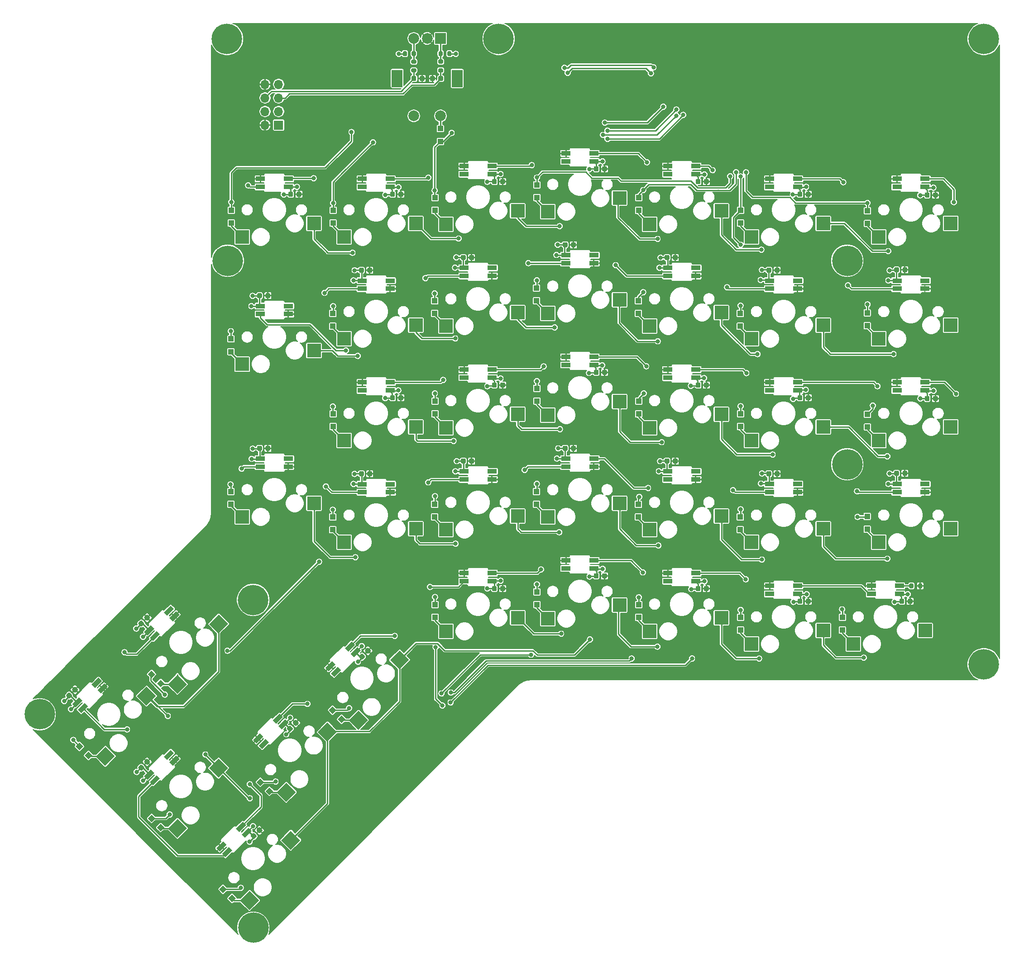
<source format=gbr>
%TF.GenerationSoftware,KiCad,Pcbnew,(5.1.8)-1*%
%TF.CreationDate,2022-07-09T18:06:19+10:00*%
%TF.ProjectId,ergonomic_split_right,6572676f-6e6f-46d6-9963-5f73706c6974,rev?*%
%TF.SameCoordinates,Original*%
%TF.FileFunction,Copper,L2,Bot*%
%TF.FilePolarity,Positive*%
%FSLAX46Y46*%
G04 Gerber Fmt 4.6, Leading zero omitted, Abs format (unit mm)*
G04 Created by KiCad (PCBNEW (5.1.8)-1) date 2022-07-09 18:06:19*
%MOMM*%
%LPD*%
G01*
G04 APERTURE LIST*
%TA.AperFunction,SMDPad,CuDef*%
%ADD10C,0.100000*%
%TD*%
%TA.AperFunction,SMDPad,CuDef*%
%ADD11R,1.000000X1.000000*%
%TD*%
%TA.AperFunction,ComponentPad*%
%ADD12C,5.700000*%
%TD*%
%TA.AperFunction,ComponentPad*%
%ADD13R,1.700000X1.700000*%
%TD*%
%TA.AperFunction,ComponentPad*%
%ADD14O,1.700000X1.700000*%
%TD*%
%TA.AperFunction,SMDPad,CuDef*%
%ADD15R,2.550000X2.500000*%
%TD*%
%TA.AperFunction,SMDPad,CuDef*%
%ADD16R,1.800000X0.900000*%
%TD*%
%TA.AperFunction,ComponentPad*%
%ADD17C,2.000000*%
%TD*%
%TA.AperFunction,ComponentPad*%
%ADD18R,2.000000X3.200000*%
%TD*%
%TA.AperFunction,ComponentPad*%
%ADD19R,2.000000X2.000000*%
%TD*%
%TA.AperFunction,ViaPad*%
%ADD20C,0.800000*%
%TD*%
%TA.AperFunction,Conductor*%
%ADD21C,0.250000*%
%TD*%
%TA.AperFunction,Conductor*%
%ADD22C,0.127000*%
%TD*%
%TA.AperFunction,Conductor*%
%ADD23C,0.100000*%
%TD*%
G04 APERTURE END LIST*
%TO.P,SW12,9*%
%TO.N,+5V*%
%TA.AperFunction,SMDPad,CuDef*%
G36*
G01*
X127360215Y-150958835D02*
X127006661Y-150605281D01*
G75*
G02*
X127006661Y-150287083I159099J159099D01*
G01*
X127324859Y-149968885D01*
G75*
G02*
X127643057Y-149968885I159099J-159099D01*
G01*
X127996611Y-150322439D01*
G75*
G02*
X127996611Y-150640637I-159099J-159099D01*
G01*
X127678413Y-150958835D01*
G75*
G02*
X127360215Y-150958835I-159099J159099D01*
G01*
G37*
%TD.AperFunction*%
%TA.AperFunction,SMDPad,CuDef*%
D10*
%TO.P,SW12,4*%
%TO.N,/IO Expander/COL[1]*%
G36*
X128727292Y-159971943D02*
G01*
X129434399Y-159264836D01*
X130141506Y-159971943D01*
X129434399Y-160679050D01*
X128727292Y-159971943D01*
G37*
%TD.AperFunction*%
%TA.AperFunction,SMDPad,CuDef*%
%TO.P,SW12,3*%
%TO.N,Net-(SW12-Pad2)*%
G36*
X130424348Y-161668999D02*
G01*
X131131455Y-160961892D01*
X131838562Y-161668999D01*
X131131455Y-162376106D01*
X130424348Y-161668999D01*
G37*
%TD.AperFunction*%
%TO.P,SW12,10*%
%TO.N,GND*%
%TA.AperFunction,SMDPad,CuDef*%
G36*
G01*
X128456230Y-149862819D02*
X128102676Y-149509265D01*
G75*
G02*
X128102676Y-149191067I159099J159099D01*
G01*
X128420874Y-148872869D01*
G75*
G02*
X128739072Y-148872869I159099J-159099D01*
G01*
X129092626Y-149226423D01*
G75*
G02*
X129092626Y-149544621I-159099J-159099D01*
G01*
X128774428Y-149862819D01*
G75*
G02*
X128456230Y-149862819I-159099J159099D01*
G01*
G37*
%TD.AperFunction*%
%TA.AperFunction,SMDPad,CuDef*%
%TO.P,SW12,6*%
%TO.N,Net-(SW1-Pad8)*%
G36*
X130373069Y-151830824D02*
G01*
X131009465Y-152467220D01*
X129736673Y-153740012D01*
X129100277Y-153103616D01*
X130373069Y-151830824D01*
G37*
%TD.AperFunction*%
%TA.AperFunction,SMDPad,CuDef*%
%TO.P,SW12,8*%
%TO.N,/Switch Matrix/RGB_R30*%
G36*
X132989364Y-147093209D02*
G01*
X133625760Y-147729605D01*
X132352968Y-149002397D01*
X131716572Y-148366001D01*
X132989364Y-147093209D01*
G37*
%TD.AperFunction*%
%TA.AperFunction,SMDPad,CuDef*%
%TO.P,SW12,5*%
%TO.N,+5V*%
G36*
X129312409Y-150770164D02*
G01*
X129948805Y-151406560D01*
X128676013Y-152679352D01*
X128039617Y-152042956D01*
X129312409Y-150770164D01*
G37*
%TD.AperFunction*%
%TA.AperFunction,SMDPad,CuDef*%
%TO.P,SW12,7*%
%TO.N,GND*%
G36*
X134050024Y-148153869D02*
G01*
X134686420Y-148790265D01*
X133413628Y-150063057D01*
X132777232Y-149426661D01*
X134050024Y-148153869D01*
G37*
%TD.AperFunction*%
%TA.AperFunction,SMDPad,CuDef*%
%TO.P,SW12,1*%
%TO.N,/IO Expander/ROW[5]*%
G36*
X141985637Y-148758480D02*
G01*
X143753404Y-150526247D01*
X141950281Y-152329370D01*
X140182514Y-150561603D01*
X141985637Y-148758480D01*
G37*
%TD.AperFunction*%
%TA.AperFunction,SMDPad,CuDef*%
%TO.P,SW12,2*%
%TO.N,Net-(SW12-Pad2)*%
G36*
X134288779Y-160047440D02*
G01*
X136056546Y-161815207D01*
X134253423Y-163618330D01*
X132485656Y-161850563D01*
X134288779Y-160047440D01*
G37*
%TD.AperFunction*%
%TD*%
%TO.P,SW1,9*%
%TO.N,+5V*%
%TA.AperFunction,SMDPad,CuDef*%
G36*
G01*
X113871719Y-164452550D02*
X113518165Y-164098996D01*
G75*
G02*
X113518165Y-163780798I159099J159099D01*
G01*
X113836363Y-163462600D01*
G75*
G02*
X114154561Y-163462600I159099J-159099D01*
G01*
X114508115Y-163816154D01*
G75*
G02*
X114508115Y-164134352I-159099J-159099D01*
G01*
X114189917Y-164452550D01*
G75*
G02*
X113871719Y-164452550I-159099J159099D01*
G01*
G37*
%TD.AperFunction*%
%TA.AperFunction,SMDPad,CuDef*%
%TO.P,SW1,4*%
%TO.N,/IO Expander/COL[0]*%
G36*
X115238796Y-173465658D02*
G01*
X115945903Y-172758551D01*
X116653010Y-173465658D01*
X115945903Y-174172765D01*
X115238796Y-173465658D01*
G37*
%TD.AperFunction*%
%TA.AperFunction,SMDPad,CuDef*%
%TO.P,SW1,3*%
%TO.N,Net-(SW1-Pad2)*%
G36*
X116935852Y-175162714D02*
G01*
X117642959Y-174455607D01*
X118350066Y-175162714D01*
X117642959Y-175869821D01*
X116935852Y-175162714D01*
G37*
%TD.AperFunction*%
%TO.P,SW1,10*%
%TO.N,GND*%
%TA.AperFunction,SMDPad,CuDef*%
G36*
G01*
X114967734Y-163356534D02*
X114614180Y-163002980D01*
G75*
G02*
X114614180Y-162684782I159099J159099D01*
G01*
X114932378Y-162366584D01*
G75*
G02*
X115250576Y-162366584I159099J-159099D01*
G01*
X115604130Y-162720138D01*
G75*
G02*
X115604130Y-163038336I-159099J-159099D01*
G01*
X115285932Y-163356534D01*
G75*
G02*
X114967734Y-163356534I-159099J159099D01*
G01*
G37*
%TD.AperFunction*%
%TA.AperFunction,SMDPad,CuDef*%
%TO.P,SW1,6*%
%TO.N,/Switch Matrix/RGB_R50*%
G36*
X116884573Y-165324539D02*
G01*
X117520969Y-165960935D01*
X116248177Y-167233727D01*
X115611781Y-166597331D01*
X116884573Y-165324539D01*
G37*
%TD.AperFunction*%
%TA.AperFunction,SMDPad,CuDef*%
%TO.P,SW1,8*%
%TO.N,Net-(SW1-Pad8)*%
G36*
X119500868Y-160586924D02*
G01*
X120137264Y-161223320D01*
X118864472Y-162496112D01*
X118228076Y-161859716D01*
X119500868Y-160586924D01*
G37*
%TD.AperFunction*%
%TA.AperFunction,SMDPad,CuDef*%
%TO.P,SW1,5*%
%TO.N,+5V*%
G36*
X115823913Y-164263879D02*
G01*
X116460309Y-164900275D01*
X115187517Y-166173067D01*
X114551121Y-165536671D01*
X115823913Y-164263879D01*
G37*
%TD.AperFunction*%
%TA.AperFunction,SMDPad,CuDef*%
%TO.P,SW1,7*%
%TO.N,GND*%
G36*
X120561528Y-161647584D02*
G01*
X121197924Y-162283980D01*
X119925132Y-163556772D01*
X119288736Y-162920376D01*
X120561528Y-161647584D01*
G37*
%TD.AperFunction*%
%TA.AperFunction,SMDPad,CuDef*%
%TO.P,SW1,1*%
%TO.N,/IO Expander/ROW[5]*%
G36*
X128497141Y-162252195D02*
G01*
X130264908Y-164019962D01*
X128461785Y-165823085D01*
X126694018Y-164055318D01*
X128497141Y-162252195D01*
G37*
%TD.AperFunction*%
%TA.AperFunction,SMDPad,CuDef*%
%TO.P,SW1,2*%
%TO.N,Net-(SW1-Pad2)*%
G36*
X120800283Y-173541155D02*
G01*
X122568050Y-175308922D01*
X120764927Y-177112045D01*
X118997160Y-175344278D01*
X120800283Y-173541155D01*
G37*
%TD.AperFunction*%
%TD*%
%TO.P,SW35,9*%
%TO.N,+5V*%
%TA.AperFunction,SMDPad,CuDef*%
G36*
G01*
X148381215Y-190748605D02*
X148027661Y-190395051D01*
G75*
G02*
X148027661Y-190076853I159099J159099D01*
G01*
X148345859Y-189758655D01*
G75*
G02*
X148664057Y-189758655I159099J-159099D01*
G01*
X149017611Y-190112209D01*
G75*
G02*
X149017611Y-190430407I-159099J-159099D01*
G01*
X148699413Y-190748605D01*
G75*
G02*
X148381215Y-190748605I-159099J159099D01*
G01*
G37*
%TD.AperFunction*%
%TO.P,SW35,10*%
%TO.N,GND*%
%TA.AperFunction,SMDPad,CuDef*%
G36*
G01*
X149477231Y-189652589D02*
X149123677Y-189299035D01*
G75*
G02*
X149123677Y-188980837I159099J159099D01*
G01*
X149441875Y-188662639D01*
G75*
G02*
X149760073Y-188662639I159099J-159099D01*
G01*
X150113627Y-189016193D01*
G75*
G02*
X150113627Y-189334391I-159099J-159099D01*
G01*
X149795429Y-189652589D01*
G75*
G02*
X149477231Y-189652589I-159099J159099D01*
G01*
G37*
%TD.AperFunction*%
%TA.AperFunction,SMDPad,CuDef*%
%TO.P,SW35,4*%
%TO.N,/IO Expander/COL[5]*%
G36*
X142075562Y-200214318D02*
G01*
X142782669Y-199507211D01*
X143489776Y-200214318D01*
X142782669Y-200921425D01*
X142075562Y-200214318D01*
G37*
%TD.AperFunction*%
%TA.AperFunction,SMDPad,CuDef*%
%TO.P,SW35,3*%
%TO.N,Net-(SW35-Pad2)*%
G36*
X143772618Y-201911374D02*
G01*
X144479725Y-201204267D01*
X145186832Y-201911374D01*
X144479725Y-202618481D01*
X143772618Y-201911374D01*
G37*
%TD.AperFunction*%
%TA.AperFunction,SMDPad,CuDef*%
%TO.P,SW35,1*%
%TO.N,/IO Expander/ROW[5]*%
G36*
X155479387Y-189239730D02*
G01*
X157247154Y-191007497D01*
X155444031Y-192810620D01*
X153676264Y-191042853D01*
X155479387Y-189239730D01*
G37*
%TD.AperFunction*%
%TA.AperFunction,SMDPad,CuDef*%
%TO.P,SW35,8*%
%TO.N,/Switch Matrix/RGB_R52*%
G36*
X143865157Y-192312110D02*
G01*
X144501553Y-192948506D01*
X143228761Y-194221298D01*
X142592365Y-193584902D01*
X143865157Y-192312110D01*
G37*
%TD.AperFunction*%
%TA.AperFunction,SMDPad,CuDef*%
%TO.P,SW35,2*%
%TO.N,Net-(SW35-Pad2)*%
G36*
X147782529Y-200528690D02*
G01*
X149550296Y-202296457D01*
X147747173Y-204099580D01*
X145979406Y-202331813D01*
X147782529Y-200528690D01*
G37*
%TD.AperFunction*%
%TA.AperFunction,SMDPad,CuDef*%
%TO.P,SW35,7*%
%TO.N,GND*%
G36*
X142804497Y-191251450D02*
G01*
X143440893Y-191887846D01*
X142168101Y-193160638D01*
X141531705Y-192524242D01*
X142804497Y-191251450D01*
G37*
%TD.AperFunction*%
%TA.AperFunction,SMDPad,CuDef*%
%TO.P,SW35,6*%
%TO.N,Net-(SW18-Pad8)*%
G36*
X146481452Y-187574494D02*
G01*
X147117848Y-188210890D01*
X145845056Y-189483682D01*
X145208660Y-188847286D01*
X146481452Y-187574494D01*
G37*
%TD.AperFunction*%
%TA.AperFunction,SMDPad,CuDef*%
%TO.P,SW35,5*%
%TO.N,+5V*%
G36*
X147542113Y-188635155D02*
G01*
X148178509Y-189271551D01*
X146905717Y-190544343D01*
X146269321Y-189907947D01*
X147542113Y-188635155D01*
G37*
%TD.AperFunction*%
%TD*%
%TO.P,C4,1*%
%TO.N,/Left Interface/ENCODER_A_R*%
%TA.AperFunction,SMDPad,CuDef*%
G36*
G01*
X183965000Y-48175100D02*
X183965000Y-48675100D01*
G75*
G02*
X183740000Y-48900100I-225000J0D01*
G01*
X183290000Y-48900100D01*
G75*
G02*
X183065000Y-48675100I0J225000D01*
G01*
X183065000Y-48175100D01*
G75*
G02*
X183290000Y-47950100I225000J0D01*
G01*
X183740000Y-47950100D01*
G75*
G02*
X183965000Y-48175100I0J-225000D01*
G01*
G37*
%TD.AperFunction*%
%TO.P,C4,2*%
%TO.N,GND*%
%TA.AperFunction,SMDPad,CuDef*%
G36*
G01*
X182415000Y-48175100D02*
X182415000Y-48675100D01*
G75*
G02*
X182190000Y-48900100I-225000J0D01*
G01*
X181740000Y-48900100D01*
G75*
G02*
X181515000Y-48675100I0J225000D01*
G01*
X181515000Y-48175100D01*
G75*
G02*
X181740000Y-47950100I225000J0D01*
G01*
X182190000Y-47950100D01*
G75*
G02*
X182415000Y-48175100I0J-225000D01*
G01*
G37*
%TD.AperFunction*%
%TD*%
%TO.P,C6,1*%
%TO.N,/Left Interface/ENCODER_B_R*%
%TA.AperFunction,SMDPad,CuDef*%
G36*
G01*
X178035800Y-48675100D02*
X178035800Y-48175100D01*
G75*
G02*
X178260800Y-47950100I225000J0D01*
G01*
X178710800Y-47950100D01*
G75*
G02*
X178935800Y-48175100I0J-225000D01*
G01*
X178935800Y-48675100D01*
G75*
G02*
X178710800Y-48900100I-225000J0D01*
G01*
X178260800Y-48900100D01*
G75*
G02*
X178035800Y-48675100I0J225000D01*
G01*
G37*
%TD.AperFunction*%
%TO.P,C6,2*%
%TO.N,GND*%
%TA.AperFunction,SMDPad,CuDef*%
G36*
G01*
X179585800Y-48675100D02*
X179585800Y-48175100D01*
G75*
G02*
X179810800Y-47950100I225000J0D01*
G01*
X180260800Y-47950100D01*
G75*
G02*
X180485800Y-48175100I0J-225000D01*
G01*
X180485800Y-48675100D01*
G75*
G02*
X180260800Y-48900100I-225000J0D01*
G01*
X179810800Y-48900100D01*
G75*
G02*
X179585800Y-48675100I0J225000D01*
G01*
G37*
%TD.AperFunction*%
%TD*%
D11*
%TO.P,D1,2*%
%TO.N,Net-(D1-Pad2)*%
X183454040Y-57808160D03*
%TO.P,D1,1*%
%TO.N,/IO Expander/COL[2]*%
X183454040Y-60208160D03*
%TD*%
D12*
%TO.P,H1,1*%
%TO.N,Net-(H1-Pad1)*%
X143535400Y-41022612D03*
%TD*%
%TO.P,H2,1*%
%TO.N,Net-(H2-Pad1)*%
X285089600Y-41022612D03*
%TD*%
%TO.P,H3,1*%
%TO.N,Net-(H3-Pad1)*%
X285087988Y-158115000D03*
%TD*%
%TO.P,H4,1*%
%TO.N,Net-(H4-Pad1)*%
X148474804Y-207428204D03*
%TD*%
%TO.P,H5,1*%
%TO.N,Net-(H5-Pad1)*%
X108496996Y-167450396D03*
%TD*%
%TO.P,H6,1*%
%TO.N,Net-(H6-Pad1)*%
X143668750Y-82550000D03*
%TD*%
%TO.P,H7,1*%
%TO.N,Net-(H7-Pad1)*%
X148431250Y-146050000D03*
%TD*%
%TO.P,H8,1*%
%TO.N,Net-(H8-Pad1)*%
X259556250Y-82550000D03*
%TD*%
%TO.P,H9,1*%
%TO.N,Net-(H9-Pad1)*%
X259556250Y-120650000D03*
%TD*%
%TO.P,H10,1*%
%TO.N,Net-(H10-Pad1)*%
X194335400Y-40995600D03*
%TD*%
D13*
%TO.P,J2,1*%
%TO.N,+5V*%
X153193750Y-57150000D03*
D14*
%TO.P,J2,2*%
%TO.N,GND*%
X150653750Y-57150000D03*
%TO.P,J2,3*%
%TO.N,/IO Expander/SDA*%
X153193750Y-54610000D03*
%TO.P,J2,4*%
%TO.N,/IO Expander/SCL*%
X150653750Y-54610000D03*
%TO.P,J2,5*%
%TO.N,/Left Interface/ENCODER_A_R*%
X153193750Y-52070000D03*
%TO.P,J2,6*%
%TO.N,/Left Interface/ENCODER_B_R*%
X150653750Y-52070000D03*
%TO.P,J2,7*%
%TO.N,/Switch Matrix/RGB_DIN*%
X153193750Y-49530000D03*
%TO.P,J2,8*%
%TO.N,GND*%
X150653750Y-49530000D03*
%TD*%
%TO.P,R1,2*%
%TO.N,Net-(R1-Pad2)*%
%TA.AperFunction,SMDPad,CuDef*%
G36*
G01*
X271938700Y-143146100D02*
X271938700Y-143696100D01*
G75*
G02*
X271738700Y-143896100I-200000J0D01*
G01*
X271338700Y-143896100D01*
G75*
G02*
X271138700Y-143696100I0J200000D01*
G01*
X271138700Y-143146100D01*
G75*
G02*
X271338700Y-142946100I200000J0D01*
G01*
X271738700Y-142946100D01*
G75*
G02*
X271938700Y-143146100I0J-200000D01*
G01*
G37*
%TD.AperFunction*%
%TO.P,R1,1*%
%TO.N,GND*%
%TA.AperFunction,SMDPad,CuDef*%
G36*
G01*
X273588700Y-143146100D02*
X273588700Y-143696100D01*
G75*
G02*
X273388700Y-143896100I-200000J0D01*
G01*
X272988700Y-143896100D01*
G75*
G02*
X272788700Y-143696100I0J200000D01*
G01*
X272788700Y-143146100D01*
G75*
G02*
X272988700Y-142946100I200000J0D01*
G01*
X273388700Y-142946100D01*
G75*
G02*
X273588700Y-143146100I0J-200000D01*
G01*
G37*
%TD.AperFunction*%
%TD*%
%TO.P,R4,1*%
%TO.N,Net-(R4-Pad1)*%
%TA.AperFunction,SMDPad,CuDef*%
G36*
G01*
X183227300Y-44862800D02*
X183777300Y-44862800D01*
G75*
G02*
X183977300Y-45062800I0J-200000D01*
G01*
X183977300Y-45462800D01*
G75*
G02*
X183777300Y-45662800I-200000J0D01*
G01*
X183227300Y-45662800D01*
G75*
G02*
X183027300Y-45462800I0J200000D01*
G01*
X183027300Y-45062800D01*
G75*
G02*
X183227300Y-44862800I200000J0D01*
G01*
G37*
%TD.AperFunction*%
%TO.P,R4,2*%
%TO.N,/Left Interface/ENCODER_A_R*%
%TA.AperFunction,SMDPad,CuDef*%
G36*
G01*
X183227300Y-46512800D02*
X183777300Y-46512800D01*
G75*
G02*
X183977300Y-46712800I0J-200000D01*
G01*
X183977300Y-47112800D01*
G75*
G02*
X183777300Y-47312800I-200000J0D01*
G01*
X183227300Y-47312800D01*
G75*
G02*
X183027300Y-47112800I0J200000D01*
G01*
X183027300Y-46712800D01*
G75*
G02*
X183227300Y-46512800I200000J0D01*
G01*
G37*
%TD.AperFunction*%
%TD*%
%TO.P,R7,2*%
%TO.N,/Left Interface/ENCODER_B_R*%
%TA.AperFunction,SMDPad,CuDef*%
G36*
G01*
X178198100Y-46525500D02*
X178748100Y-46525500D01*
G75*
G02*
X178948100Y-46725500I0J-200000D01*
G01*
X178948100Y-47125500D01*
G75*
G02*
X178748100Y-47325500I-200000J0D01*
G01*
X178198100Y-47325500D01*
G75*
G02*
X177998100Y-47125500I0J200000D01*
G01*
X177998100Y-46725500D01*
G75*
G02*
X178198100Y-46525500I200000J0D01*
G01*
G37*
%TD.AperFunction*%
%TO.P,R7,1*%
%TO.N,Net-(R7-Pad1)*%
%TA.AperFunction,SMDPad,CuDef*%
G36*
G01*
X178198100Y-44875500D02*
X178748100Y-44875500D01*
G75*
G02*
X178948100Y-45075500I0J-200000D01*
G01*
X178948100Y-45475500D01*
G75*
G02*
X178748100Y-45675500I-200000J0D01*
G01*
X178198100Y-45675500D01*
G75*
G02*
X177998100Y-45475500I0J200000D01*
G01*
X177998100Y-45075500D01*
G75*
G02*
X178198100Y-44875500I200000J0D01*
G01*
G37*
%TD.AperFunction*%
%TD*%
%TO.P,R8,2*%
%TO.N,+3V3*%
%TA.AperFunction,SMDPad,CuDef*%
G36*
G01*
X177223100Y-43514600D02*
X177223100Y-44064600D01*
G75*
G02*
X177023100Y-44264600I-200000J0D01*
G01*
X176623100Y-44264600D01*
G75*
G02*
X176423100Y-44064600I0J200000D01*
G01*
X176423100Y-43514600D01*
G75*
G02*
X176623100Y-43314600I200000J0D01*
G01*
X177023100Y-43314600D01*
G75*
G02*
X177223100Y-43514600I0J-200000D01*
G01*
G37*
%TD.AperFunction*%
%TO.P,R8,1*%
%TO.N,Net-(R7-Pad1)*%
%TA.AperFunction,SMDPad,CuDef*%
G36*
G01*
X178873100Y-43514600D02*
X178873100Y-44064600D01*
G75*
G02*
X178673100Y-44264600I-200000J0D01*
G01*
X178273100Y-44264600D01*
G75*
G02*
X178073100Y-44064600I0J200000D01*
G01*
X178073100Y-43514600D01*
G75*
G02*
X178273100Y-43314600I200000J0D01*
G01*
X178673100Y-43314600D01*
G75*
G02*
X178873100Y-43514600I0J-200000D01*
G01*
G37*
%TD.AperFunction*%
%TD*%
%TO.P,R9,1*%
%TO.N,Net-(R4-Pad1)*%
%TA.AperFunction,SMDPad,CuDef*%
G36*
G01*
X183089600Y-44064600D02*
X183089600Y-43514600D01*
G75*
G02*
X183289600Y-43314600I200000J0D01*
G01*
X183689600Y-43314600D01*
G75*
G02*
X183889600Y-43514600I0J-200000D01*
G01*
X183889600Y-44064600D01*
G75*
G02*
X183689600Y-44264600I-200000J0D01*
G01*
X183289600Y-44264600D01*
G75*
G02*
X183089600Y-44064600I0J200000D01*
G01*
G37*
%TD.AperFunction*%
%TO.P,R9,2*%
%TO.N,+3V3*%
%TA.AperFunction,SMDPad,CuDef*%
G36*
G01*
X184739600Y-44064600D02*
X184739600Y-43514600D01*
G75*
G02*
X184939600Y-43314600I200000J0D01*
G01*
X185339600Y-43314600D01*
G75*
G02*
X185539600Y-43514600I0J-200000D01*
G01*
X185539600Y-44064600D01*
G75*
G02*
X185339600Y-44264600I-200000J0D01*
G01*
X184939600Y-44264600D01*
G75*
G02*
X184739600Y-44064600I0J200000D01*
G01*
G37*
%TD.AperFunction*%
%TD*%
%TO.P,SW2,9*%
%TO.N,+5V*%
%TA.AperFunction,SMDPad,CuDef*%
G36*
G01*
X274037340Y-70498780D02*
X274037340Y-69998780D01*
G75*
G02*
X274262340Y-69773780I225000J0D01*
G01*
X274712340Y-69773780D01*
G75*
G02*
X274937340Y-69998780I0J-225000D01*
G01*
X274937340Y-70498780D01*
G75*
G02*
X274712340Y-70723780I-225000J0D01*
G01*
X274262340Y-70723780D01*
G75*
G02*
X274037340Y-70498780I0J225000D01*
G01*
G37*
%TD.AperFunction*%
D11*
%TO.P,SW2,4*%
%TO.N,/IO Expander/COL[6]*%
X263324340Y-73195180D03*
%TO.P,SW2,3*%
%TO.N,Net-(SW2-Pad2)*%
X263324340Y-75595180D03*
%TO.P,SW2,10*%
%TO.N,GND*%
%TA.AperFunction,SMDPad,CuDef*%
G36*
G01*
X275587340Y-70498780D02*
X275587340Y-69998780D01*
G75*
G02*
X275812340Y-69773780I225000J0D01*
G01*
X276262340Y-69773780D01*
G75*
G02*
X276487340Y-69998780I0J-225000D01*
G01*
X276487340Y-70498780D01*
G75*
G02*
X276262340Y-70723780I-225000J0D01*
G01*
X275812340Y-70723780D01*
G75*
G02*
X275587340Y-70498780I0J225000D01*
G01*
G37*
%TD.AperFunction*%
D15*
%TO.P,SW2,1*%
%TO.N,/IO Expander/ROW[0]*%
X278868760Y-75561310D03*
D16*
%TO.P,SW2,8*%
%TO.N,Net-(SW2-Pad8)*%
X268858760Y-68721310D03*
D15*
%TO.P,SW2,2*%
%TO.N,Net-(SW2-Pad2)*%
X265443760Y-78101310D03*
D16*
%TO.P,SW2,7*%
%TO.N,GND*%
X268858760Y-67221310D03*
%TO.P,SW2,6*%
%TO.N,Net-(SW2-Pad6)*%
X274058760Y-67221310D03*
%TO.P,SW2,5*%
%TO.N,+5V*%
X274058760Y-68721310D03*
%TD*%
%TO.P,SW3,9*%
%TO.N,+5V*%
%TA.AperFunction,SMDPad,CuDef*%
G36*
G01*
X268322340Y-84494180D02*
X268322340Y-83994180D01*
G75*
G02*
X268547340Y-83769180I225000J0D01*
G01*
X268997340Y-83769180D01*
G75*
G02*
X269222340Y-83994180I0J-225000D01*
G01*
X269222340Y-84494180D01*
G75*
G02*
X268997340Y-84719180I-225000J0D01*
G01*
X268547340Y-84719180D01*
G75*
G02*
X268322340Y-84494180I0J225000D01*
G01*
G37*
%TD.AperFunction*%
D11*
%TO.P,SW3,4*%
%TO.N,/IO Expander/COL[6]*%
X263273540Y-92321380D03*
%TO.P,SW3,3*%
%TO.N,Net-(SW3-Pad2)*%
X263273540Y-94721380D03*
%TO.P,SW3,10*%
%TO.N,GND*%
%TA.AperFunction,SMDPad,CuDef*%
G36*
G01*
X269872340Y-84494180D02*
X269872340Y-83994180D01*
G75*
G02*
X270097340Y-83769180I225000J0D01*
G01*
X270547340Y-83769180D01*
G75*
G02*
X270772340Y-83994180I0J-225000D01*
G01*
X270772340Y-84494180D01*
G75*
G02*
X270547340Y-84719180I-225000J0D01*
G01*
X270097340Y-84719180D01*
G75*
G02*
X269872340Y-84494180I0J225000D01*
G01*
G37*
%TD.AperFunction*%
D16*
%TO.P,SW3,6*%
%TO.N,Net-(SW3-Pad6)*%
X268859960Y-87772460D03*
%TO.P,SW3,8*%
%TO.N,Net-(SW2-Pad6)*%
X274059960Y-86272460D03*
%TO.P,SW3,5*%
%TO.N,+5V*%
X268859960Y-86272460D03*
%TO.P,SW3,7*%
%TO.N,GND*%
X274059960Y-87772460D03*
D15*
%TO.P,SW3,1*%
%TO.N,/IO Expander/ROW[1]*%
X278868760Y-94611310D03*
%TO.P,SW3,2*%
%TO.N,Net-(SW3-Pad2)*%
X265443760Y-97151310D03*
%TD*%
D16*
%TO.P,SW4,5*%
%TO.N,+5V*%
X274058760Y-106821310D03*
%TO.P,SW4,6*%
%TO.N,Net-(SW4-Pad6)*%
X274058760Y-105321310D03*
%TO.P,SW4,7*%
%TO.N,GND*%
X268858760Y-105321310D03*
D15*
%TO.P,SW4,2*%
%TO.N,Net-(SW4-Pad2)*%
X265443760Y-116201310D03*
D16*
%TO.P,SW4,8*%
%TO.N,Net-(SW33-Pad6)*%
X268858760Y-106821310D03*
D15*
%TO.P,SW4,1*%
%TO.N,/IO Expander/ROW[2]*%
X278868760Y-113661310D03*
%TO.P,SW4,10*%
%TO.N,GND*%
%TA.AperFunction,SMDPad,CuDef*%
G36*
G01*
X275587340Y-108598780D02*
X275587340Y-108098780D01*
G75*
G02*
X275812340Y-107873780I225000J0D01*
G01*
X276262340Y-107873780D01*
G75*
G02*
X276487340Y-108098780I0J-225000D01*
G01*
X276487340Y-108598780D01*
G75*
G02*
X276262340Y-108823780I-225000J0D01*
G01*
X275812340Y-108823780D01*
G75*
G02*
X275587340Y-108598780I0J225000D01*
G01*
G37*
%TD.AperFunction*%
D11*
%TO.P,SW4,3*%
%TO.N,Net-(SW4-Pad2)*%
X263324340Y-113695180D03*
%TO.P,SW4,4*%
%TO.N,/IO Expander/COL[6]*%
X263324340Y-111295180D03*
%TO.P,SW4,9*%
%TO.N,+5V*%
%TA.AperFunction,SMDPad,CuDef*%
G36*
G01*
X274037340Y-108598780D02*
X274037340Y-108098780D01*
G75*
G02*
X274262340Y-107873780I225000J0D01*
G01*
X274712340Y-107873780D01*
G75*
G02*
X274937340Y-108098780I0J-225000D01*
G01*
X274937340Y-108598780D01*
G75*
G02*
X274712340Y-108823780I-225000J0D01*
G01*
X274262340Y-108823780D01*
G75*
G02*
X274037340Y-108598780I0J225000D01*
G01*
G37*
%TD.AperFunction*%
%TD*%
D15*
%TO.P,SW5,2*%
%TO.N,Net-(SW5-Pad2)*%
X265441220Y-135248770D03*
%TO.P,SW5,1*%
%TO.N,/IO Expander/ROW[3]*%
X278866220Y-132708770D03*
D16*
%TO.P,SW5,7*%
%TO.N,GND*%
X274057420Y-125869920D03*
%TO.P,SW5,5*%
%TO.N,+5V*%
X268857420Y-124369920D03*
%TO.P,SW5,8*%
%TO.N,Net-(SW4-Pad6)*%
X274057420Y-124369920D03*
%TO.P,SW5,6*%
%TO.N,Net-(SW34-Pad8)*%
X268857420Y-125869920D03*
%TO.P,SW5,10*%
%TO.N,GND*%
%TA.AperFunction,SMDPad,CuDef*%
G36*
G01*
X269869800Y-122591640D02*
X269869800Y-122091640D01*
G75*
G02*
X270094800Y-121866640I225000J0D01*
G01*
X270544800Y-121866640D01*
G75*
G02*
X270769800Y-122091640I0J-225000D01*
G01*
X270769800Y-122591640D01*
G75*
G02*
X270544800Y-122816640I-225000J0D01*
G01*
X270094800Y-122816640D01*
G75*
G02*
X269869800Y-122591640I0J225000D01*
G01*
G37*
%TD.AperFunction*%
D11*
%TO.P,SW5,3*%
%TO.N,Net-(SW5-Pad2)*%
X263271000Y-132818840D03*
%TO.P,SW5,4*%
%TO.N,/IO Expander/COL[6]*%
X263271000Y-130418840D03*
%TO.P,SW5,9*%
%TO.N,+5V*%
%TA.AperFunction,SMDPad,CuDef*%
G36*
G01*
X268319800Y-122591640D02*
X268319800Y-122091640D01*
G75*
G02*
X268544800Y-121866640I225000J0D01*
G01*
X268994800Y-121866640D01*
G75*
G02*
X269219800Y-122091640I0J-225000D01*
G01*
X269219800Y-122591640D01*
G75*
G02*
X268994800Y-122816640I-225000J0D01*
G01*
X268544800Y-122816640D01*
G75*
G02*
X268319800Y-122591640I0J225000D01*
G01*
G37*
%TD.AperFunction*%
%TD*%
%TA.AperFunction,SMDPad,CuDef*%
D10*
%TO.P,SW6,2*%
%TO.N,Net-(SW6-Pad2)*%
G36*
X134288779Y-187034940D02*
G01*
X136056546Y-188802707D01*
X134253423Y-190605830D01*
X132485656Y-188838063D01*
X134288779Y-187034940D01*
G37*
%TD.AperFunction*%
%TA.AperFunction,SMDPad,CuDef*%
%TO.P,SW6,1*%
%TO.N,/IO Expander/ROW[5]*%
G36*
X141985637Y-175745980D02*
G01*
X143753404Y-177513747D01*
X141950281Y-179316870D01*
X140182514Y-177549103D01*
X141985637Y-175745980D01*
G37*
%TD.AperFunction*%
%TA.AperFunction,SMDPad,CuDef*%
%TO.P,SW6,7*%
%TO.N,GND*%
G36*
X134050024Y-175141369D02*
G01*
X134686420Y-175777765D01*
X133413628Y-177050557D01*
X132777232Y-176414161D01*
X134050024Y-175141369D01*
G37*
%TD.AperFunction*%
%TA.AperFunction,SMDPad,CuDef*%
%TO.P,SW6,5*%
%TO.N,+5V*%
G36*
X129312409Y-177757664D02*
G01*
X129948805Y-178394060D01*
X128676013Y-179666852D01*
X128039617Y-179030456D01*
X129312409Y-177757664D01*
G37*
%TD.AperFunction*%
%TA.AperFunction,SMDPad,CuDef*%
%TO.P,SW6,8*%
%TO.N,/Switch Matrix/RGB_R50*%
G36*
X132989364Y-174080709D02*
G01*
X133625760Y-174717105D01*
X132352968Y-175989897D01*
X131716572Y-175353501D01*
X132989364Y-174080709D01*
G37*
%TD.AperFunction*%
%TA.AperFunction,SMDPad,CuDef*%
%TO.P,SW6,6*%
%TO.N,/Switch Matrix/RGB_R52*%
G36*
X130373069Y-178818324D02*
G01*
X131009465Y-179454720D01*
X129736673Y-180727512D01*
X129100277Y-180091116D01*
X130373069Y-178818324D01*
G37*
%TD.AperFunction*%
%TO.P,SW6,10*%
%TO.N,GND*%
%TA.AperFunction,SMDPad,CuDef*%
G36*
G01*
X128456230Y-176850319D02*
X128102676Y-176496765D01*
G75*
G02*
X128102676Y-176178567I159099J159099D01*
G01*
X128420874Y-175860369D01*
G75*
G02*
X128739072Y-175860369I159099J-159099D01*
G01*
X129092626Y-176213923D01*
G75*
G02*
X129092626Y-176532121I-159099J-159099D01*
G01*
X128774428Y-176850319D01*
G75*
G02*
X128456230Y-176850319I-159099J159099D01*
G01*
G37*
%TD.AperFunction*%
%TA.AperFunction,SMDPad,CuDef*%
%TO.P,SW6,3*%
%TO.N,Net-(SW6-Pad2)*%
G36*
X130424348Y-188656499D02*
G01*
X131131455Y-187949392D01*
X131838562Y-188656499D01*
X131131455Y-189363606D01*
X130424348Y-188656499D01*
G37*
%TD.AperFunction*%
%TA.AperFunction,SMDPad,CuDef*%
%TO.P,SW6,4*%
%TO.N,/IO Expander/COL[2]*%
G36*
X128727292Y-186959443D02*
G01*
X129434399Y-186252336D01*
X130141506Y-186959443D01*
X129434399Y-187666550D01*
X128727292Y-186959443D01*
G37*
%TD.AperFunction*%
%TO.P,SW6,9*%
%TO.N,+5V*%
%TA.AperFunction,SMDPad,CuDef*%
G36*
G01*
X127360215Y-177946335D02*
X127006661Y-177592781D01*
G75*
G02*
X127006661Y-177274583I159099J159099D01*
G01*
X127324859Y-176956385D01*
G75*
G02*
X127643057Y-176956385I159099J-159099D01*
G01*
X127996611Y-177309939D01*
G75*
G02*
X127996611Y-177628137I-159099J-159099D01*
G01*
X127678413Y-177946335D01*
G75*
G02*
X127360215Y-177946335I-159099J159099D01*
G01*
G37*
%TD.AperFunction*%
%TD*%
%TO.P,SW7,9*%
%TO.N,+5V*%
%TA.AperFunction,SMDPad,CuDef*%
G36*
G01*
X174045160Y-70359080D02*
X174045160Y-69859080D01*
G75*
G02*
X174270160Y-69634080I225000J0D01*
G01*
X174720160Y-69634080D01*
G75*
G02*
X174945160Y-69859080I0J-225000D01*
G01*
X174945160Y-70359080D01*
G75*
G02*
X174720160Y-70584080I-225000J0D01*
G01*
X174270160Y-70584080D01*
G75*
G02*
X174045160Y-70359080I0J225000D01*
G01*
G37*
%TD.AperFunction*%
%TO.P,SW7,10*%
%TO.N,GND*%
%TA.AperFunction,SMDPad,CuDef*%
G36*
G01*
X175595160Y-70359080D02*
X175595160Y-69859080D01*
G75*
G02*
X175820160Y-69634080I225000J0D01*
G01*
X176270160Y-69634080D01*
G75*
G02*
X176495160Y-69859080I0J-225000D01*
G01*
X176495160Y-70359080D01*
G75*
G02*
X176270160Y-70584080I-225000J0D01*
G01*
X175820160Y-70584080D01*
G75*
G02*
X175595160Y-70359080I0J225000D01*
G01*
G37*
%TD.AperFunction*%
D11*
%TO.P,SW7,4*%
%TO.N,/IO Expander/COL[1]*%
X163393120Y-73093580D03*
%TO.P,SW7,3*%
%TO.N,Net-(SW7-Pad2)*%
X163393120Y-75493580D03*
D15*
%TO.P,SW7,1*%
%TO.N,/IO Expander/ROW[0]*%
X178856260Y-75561310D03*
D16*
%TO.P,SW7,8*%
%TO.N,Net-(SW39-Pad6)*%
X168846260Y-68721310D03*
D15*
%TO.P,SW7,2*%
%TO.N,Net-(SW7-Pad2)*%
X165431260Y-78101310D03*
D16*
%TO.P,SW7,7*%
%TO.N,GND*%
X168846260Y-67221310D03*
%TO.P,SW7,6*%
%TO.N,Net-(SW13-Pad8)*%
X174046260Y-67221310D03*
%TO.P,SW7,5*%
%TO.N,+5V*%
X174046260Y-68721310D03*
%TD*%
%TO.P,SW8,9*%
%TO.N,+5V*%
%TA.AperFunction,SMDPad,CuDef*%
G36*
G01*
X168233640Y-84575460D02*
X168233640Y-84075460D01*
G75*
G02*
X168458640Y-83850460I225000J0D01*
G01*
X168908640Y-83850460D01*
G75*
G02*
X169133640Y-84075460I0J-225000D01*
G01*
X169133640Y-84575460D01*
G75*
G02*
X168908640Y-84800460I-225000J0D01*
G01*
X168458640Y-84800460D01*
G75*
G02*
X168233640Y-84575460I0J225000D01*
G01*
G37*
%TD.AperFunction*%
D11*
%TO.P,SW8,4*%
%TO.N,/IO Expander/COL[1]*%
X163327080Y-92415360D03*
%TO.P,SW8,3*%
%TO.N,Net-(SW8-Pad2)*%
X163327080Y-94815360D03*
%TO.P,SW8,10*%
%TO.N,GND*%
%TA.AperFunction,SMDPad,CuDef*%
G36*
G01*
X169783640Y-84575460D02*
X169783640Y-84075460D01*
G75*
G02*
X170008640Y-83850460I225000J0D01*
G01*
X170458640Y-83850460D01*
G75*
G02*
X170683640Y-84075460I0J-225000D01*
G01*
X170683640Y-84575460D01*
G75*
G02*
X170458640Y-84800460I-225000J0D01*
G01*
X170008640Y-84800460D01*
G75*
G02*
X169783640Y-84575460I0J225000D01*
G01*
G37*
%TD.AperFunction*%
D16*
%TO.P,SW8,6*%
%TO.N,Net-(SW36-Pad8)*%
X168847460Y-87772460D03*
%TO.P,SW8,8*%
%TO.N,Net-(SW14-Pad6)*%
X174047460Y-86272460D03*
%TO.P,SW8,5*%
%TO.N,+5V*%
X168847460Y-86272460D03*
%TO.P,SW8,7*%
%TO.N,GND*%
X174047460Y-87772460D03*
D15*
%TO.P,SW8,1*%
%TO.N,/IO Expander/ROW[1]*%
X178856260Y-94611310D03*
%TO.P,SW8,2*%
%TO.N,Net-(SW8-Pad2)*%
X165431260Y-97151310D03*
%TD*%
D16*
%TO.P,SW9,5*%
%TO.N,+5V*%
X174046260Y-106821310D03*
%TO.P,SW9,6*%
%TO.N,Net-(SW15-Pad8)*%
X174046260Y-105321310D03*
%TO.P,SW9,7*%
%TO.N,GND*%
X168846260Y-105321310D03*
D15*
%TO.P,SW9,2*%
%TO.N,Net-(SW9-Pad2)*%
X165431260Y-116201310D03*
D16*
%TO.P,SW9,8*%
%TO.N,Net-(SW36-Pad6)*%
X168846260Y-106821310D03*
D15*
%TO.P,SW9,1*%
%TO.N,/IO Expander/ROW[2]*%
X178856260Y-113661310D03*
D11*
%TO.P,SW9,3*%
%TO.N,Net-(SW9-Pad2)*%
X163393120Y-113593580D03*
%TO.P,SW9,4*%
%TO.N,/IO Expander/COL[1]*%
X163393120Y-111193580D03*
%TO.P,SW9,10*%
%TO.N,GND*%
%TA.AperFunction,SMDPad,CuDef*%
G36*
G01*
X175595160Y-108459080D02*
X175595160Y-107959080D01*
G75*
G02*
X175820160Y-107734080I225000J0D01*
G01*
X176270160Y-107734080D01*
G75*
G02*
X176495160Y-107959080I0J-225000D01*
G01*
X176495160Y-108459080D01*
G75*
G02*
X176270160Y-108684080I-225000J0D01*
G01*
X175820160Y-108684080D01*
G75*
G02*
X175595160Y-108459080I0J225000D01*
G01*
G37*
%TD.AperFunction*%
%TO.P,SW9,9*%
%TO.N,+5V*%
%TA.AperFunction,SMDPad,CuDef*%
G36*
G01*
X174045160Y-108459080D02*
X174045160Y-107959080D01*
G75*
G02*
X174270160Y-107734080I225000J0D01*
G01*
X174720160Y-107734080D01*
G75*
G02*
X174945160Y-107959080I0J-225000D01*
G01*
X174945160Y-108459080D01*
G75*
G02*
X174720160Y-108684080I-225000J0D01*
G01*
X174270160Y-108684080D01*
G75*
G02*
X174045160Y-108459080I0J225000D01*
G01*
G37*
%TD.AperFunction*%
%TD*%
%TO.P,SW10,9*%
%TO.N,+5V*%
%TA.AperFunction,SMDPad,CuDef*%
G36*
G01*
X168233640Y-122675460D02*
X168233640Y-122175460D01*
G75*
G02*
X168458640Y-121950460I225000J0D01*
G01*
X168908640Y-121950460D01*
G75*
G02*
X169133640Y-122175460I0J-225000D01*
G01*
X169133640Y-122675460D01*
G75*
G02*
X168908640Y-122900460I-225000J0D01*
G01*
X168458640Y-122900460D01*
G75*
G02*
X168233640Y-122675460I0J225000D01*
G01*
G37*
%TD.AperFunction*%
%TO.P,SW10,4*%
%TO.N,/IO Expander/COL[1]*%
X163327080Y-130515360D03*
%TO.P,SW10,3*%
%TO.N,Net-(SW10-Pad2)*%
X163327080Y-132915360D03*
%TO.P,SW10,10*%
%TO.N,GND*%
%TA.AperFunction,SMDPad,CuDef*%
G36*
G01*
X169783640Y-122675460D02*
X169783640Y-122175460D01*
G75*
G02*
X170008640Y-121950460I225000J0D01*
G01*
X170458640Y-121950460D01*
G75*
G02*
X170683640Y-122175460I0J-225000D01*
G01*
X170683640Y-122675460D01*
G75*
G02*
X170458640Y-122900460I-225000J0D01*
G01*
X170008640Y-122900460D01*
G75*
G02*
X169783640Y-122675460I0J225000D01*
G01*
G37*
%TD.AperFunction*%
D16*
%TO.P,SW10,6*%
%TO.N,Net-(SW10-Pad6)*%
X168847460Y-125872460D03*
%TO.P,SW10,8*%
%TO.N,Net-(SW10-Pad8)*%
X174047460Y-124372460D03*
%TO.P,SW10,5*%
%TO.N,+5V*%
X168847460Y-124372460D03*
%TO.P,SW10,7*%
%TO.N,GND*%
X174047460Y-125872460D03*
D15*
%TO.P,SW10,1*%
%TO.N,/IO Expander/ROW[3]*%
X178856260Y-132711310D03*
%TO.P,SW10,2*%
%TO.N,Net-(SW10-Pad2)*%
X165431260Y-135251310D03*
%TD*%
%TO.P,SW11,9*%
%TO.N,+5V*%
%TA.AperFunction,SMDPad,CuDef*%
G36*
G01*
X250245160Y-146559080D02*
X250245160Y-146059080D01*
G75*
G02*
X250470160Y-145834080I225000J0D01*
G01*
X250920160Y-145834080D01*
G75*
G02*
X251145160Y-146059080I0J-225000D01*
G01*
X251145160Y-146559080D01*
G75*
G02*
X250920160Y-146784080I-225000J0D01*
G01*
X250470160Y-146784080D01*
G75*
G02*
X250245160Y-146559080I0J225000D01*
G01*
G37*
%TD.AperFunction*%
%TO.P,SW11,10*%
%TO.N,GND*%
%TA.AperFunction,SMDPad,CuDef*%
G36*
G01*
X251795160Y-146559080D02*
X251795160Y-146059080D01*
G75*
G02*
X252020160Y-145834080I225000J0D01*
G01*
X252470160Y-145834080D01*
G75*
G02*
X252695160Y-146059080I0J-225000D01*
G01*
X252695160Y-146559080D01*
G75*
G02*
X252470160Y-146784080I-225000J0D01*
G01*
X252020160Y-146784080D01*
G75*
G02*
X251795160Y-146559080I0J225000D01*
G01*
G37*
%TD.AperFunction*%
D11*
%TO.P,SW11,4*%
%TO.N,/IO Expander/COL[5]*%
X239593120Y-149293580D03*
%TO.P,SW11,3*%
%TO.N,Net-(SW11-Pad2)*%
X239593120Y-151693580D03*
D15*
%TO.P,SW11,1*%
%TO.N,/IO Expander/ROW[4]*%
X255056260Y-151761310D03*
D16*
%TO.P,SW11,8*%
%TO.N,Net-(SW11-Pad8)*%
X245046260Y-144921310D03*
D15*
%TO.P,SW11,2*%
%TO.N,Net-(SW11-Pad2)*%
X241631260Y-154301310D03*
D16*
%TO.P,SW11,7*%
%TO.N,GND*%
X245046260Y-143421310D03*
%TO.P,SW11,6*%
%TO.N,Net-(SW11-Pad6)*%
X250246260Y-143421310D03*
%TO.P,SW11,5*%
%TO.N,+5V*%
X250246260Y-144921310D03*
%TD*%
%TO.P,SW13,5*%
%TO.N,+5V*%
X193096260Y-66340060D03*
%TO.P,SW13,6*%
%TO.N,Net-(SW13-Pad6)*%
X193096260Y-64840060D03*
%TO.P,SW13,7*%
%TO.N,GND*%
X187896260Y-64840060D03*
D15*
%TO.P,SW13,2*%
%TO.N,Net-(SW13-Pad2)*%
X184481260Y-75720060D03*
D16*
%TO.P,SW13,8*%
%TO.N,Net-(SW13-Pad8)*%
X187896260Y-66340060D03*
D15*
%TO.P,SW13,1*%
%TO.N,/IO Expander/ROW[0]*%
X197906260Y-73180060D03*
D11*
%TO.P,SW13,3*%
%TO.N,Net-(SW13-Pad2)*%
X182443120Y-73112330D03*
%TO.P,SW13,4*%
%TO.N,/IO Expander/COL[2]*%
X182443120Y-70712330D03*
%TO.P,SW13,10*%
%TO.N,GND*%
%TA.AperFunction,SMDPad,CuDef*%
G36*
G01*
X194645160Y-67977830D02*
X194645160Y-67477830D01*
G75*
G02*
X194870160Y-67252830I225000J0D01*
G01*
X195320160Y-67252830D01*
G75*
G02*
X195545160Y-67477830I0J-225000D01*
G01*
X195545160Y-67977830D01*
G75*
G02*
X195320160Y-68202830I-225000J0D01*
G01*
X194870160Y-68202830D01*
G75*
G02*
X194645160Y-67977830I0J225000D01*
G01*
G37*
%TD.AperFunction*%
%TO.P,SW13,9*%
%TO.N,+5V*%
%TA.AperFunction,SMDPad,CuDef*%
G36*
G01*
X193095160Y-67977830D02*
X193095160Y-67477830D01*
G75*
G02*
X193320160Y-67252830I225000J0D01*
G01*
X193770160Y-67252830D01*
G75*
G02*
X193995160Y-67477830I0J-225000D01*
G01*
X193995160Y-67977830D01*
G75*
G02*
X193770160Y-68202830I-225000J0D01*
G01*
X193320160Y-68202830D01*
G75*
G02*
X193095160Y-67977830I0J225000D01*
G01*
G37*
%TD.AperFunction*%
%TD*%
D15*
%TO.P,SW14,2*%
%TO.N,Net-(SW14-Pad2)*%
X184481260Y-94770060D03*
%TO.P,SW14,1*%
%TO.N,/IO Expander/ROW[1]*%
X197906260Y-92230060D03*
D16*
%TO.P,SW14,7*%
%TO.N,GND*%
X193097460Y-85391210D03*
%TO.P,SW14,5*%
%TO.N,+5V*%
X187897460Y-83891210D03*
%TO.P,SW14,8*%
%TO.N,Net-(SW14-Pad8)*%
X193097460Y-83891210D03*
%TO.P,SW14,6*%
%TO.N,Net-(SW14-Pad6)*%
X187897460Y-85391210D03*
%TO.P,SW14,10*%
%TO.N,GND*%
%TA.AperFunction,SMDPad,CuDef*%
G36*
G01*
X188833640Y-82194210D02*
X188833640Y-81694210D01*
G75*
G02*
X189058640Y-81469210I225000J0D01*
G01*
X189508640Y-81469210D01*
G75*
G02*
X189733640Y-81694210I0J-225000D01*
G01*
X189733640Y-82194210D01*
G75*
G02*
X189508640Y-82419210I-225000J0D01*
G01*
X189058640Y-82419210D01*
G75*
G02*
X188833640Y-82194210I0J225000D01*
G01*
G37*
%TD.AperFunction*%
D11*
%TO.P,SW14,3*%
%TO.N,Net-(SW14-Pad2)*%
X182377080Y-92434110D03*
%TO.P,SW14,4*%
%TO.N,/IO Expander/COL[2]*%
X182377080Y-90034110D03*
%TO.P,SW14,9*%
%TO.N,+5V*%
%TA.AperFunction,SMDPad,CuDef*%
G36*
G01*
X187283640Y-82194210D02*
X187283640Y-81694210D01*
G75*
G02*
X187508640Y-81469210I225000J0D01*
G01*
X187958640Y-81469210D01*
G75*
G02*
X188183640Y-81694210I0J-225000D01*
G01*
X188183640Y-82194210D01*
G75*
G02*
X187958640Y-82419210I-225000J0D01*
G01*
X187508640Y-82419210D01*
G75*
G02*
X187283640Y-82194210I0J225000D01*
G01*
G37*
%TD.AperFunction*%
%TD*%
D16*
%TO.P,SW15,5*%
%TO.N,+5V*%
X193092520Y-104436370D03*
%TO.P,SW15,6*%
%TO.N,Net-(SW15-Pad6)*%
X193092520Y-102936370D03*
%TO.P,SW15,7*%
%TO.N,GND*%
X187892520Y-102936370D03*
D15*
%TO.P,SW15,2*%
%TO.N,Net-(SW15-Pad2)*%
X184477520Y-113816370D03*
D16*
%TO.P,SW15,8*%
%TO.N,Net-(SW15-Pad8)*%
X187892520Y-104436370D03*
D15*
%TO.P,SW15,1*%
%TO.N,/IO Expander/ROW[2]*%
X197902520Y-111276370D03*
D11*
%TO.P,SW15,3*%
%TO.N,Net-(SW15-Pad2)*%
X182439380Y-111208640D03*
%TO.P,SW15,4*%
%TO.N,/IO Expander/COL[2]*%
X182439380Y-108808640D03*
%TO.P,SW15,10*%
%TO.N,GND*%
%TA.AperFunction,SMDPad,CuDef*%
G36*
G01*
X194641420Y-106074140D02*
X194641420Y-105574140D01*
G75*
G02*
X194866420Y-105349140I225000J0D01*
G01*
X195316420Y-105349140D01*
G75*
G02*
X195541420Y-105574140I0J-225000D01*
G01*
X195541420Y-106074140D01*
G75*
G02*
X195316420Y-106299140I-225000J0D01*
G01*
X194866420Y-106299140D01*
G75*
G02*
X194641420Y-106074140I0J225000D01*
G01*
G37*
%TD.AperFunction*%
%TO.P,SW15,9*%
%TO.N,+5V*%
%TA.AperFunction,SMDPad,CuDef*%
G36*
G01*
X193091420Y-106074140D02*
X193091420Y-105574140D01*
G75*
G02*
X193316420Y-105349140I225000J0D01*
G01*
X193766420Y-105349140D01*
G75*
G02*
X193991420Y-105574140I0J-225000D01*
G01*
X193991420Y-106074140D01*
G75*
G02*
X193766420Y-106299140I-225000J0D01*
G01*
X193316420Y-106299140D01*
G75*
G02*
X193091420Y-106074140I0J225000D01*
G01*
G37*
%TD.AperFunction*%
%TD*%
D15*
%TO.P,SW16,2*%
%TO.N,Net-(SW16-Pad2)*%
X184481260Y-132870060D03*
%TO.P,SW16,1*%
%TO.N,/IO Expander/ROW[3]*%
X197906260Y-130330060D03*
D16*
%TO.P,SW16,7*%
%TO.N,GND*%
X193097460Y-123491210D03*
%TO.P,SW16,5*%
%TO.N,+5V*%
X187897460Y-121991210D03*
%TO.P,SW16,8*%
%TO.N,Net-(SW16-Pad8)*%
X193097460Y-121991210D03*
%TO.P,SW16,6*%
%TO.N,Net-(SW10-Pad8)*%
X187897460Y-123491210D03*
%TO.P,SW16,10*%
%TO.N,GND*%
%TA.AperFunction,SMDPad,CuDef*%
G36*
G01*
X188833640Y-120294210D02*
X188833640Y-119794210D01*
G75*
G02*
X189058640Y-119569210I225000J0D01*
G01*
X189508640Y-119569210D01*
G75*
G02*
X189733640Y-119794210I0J-225000D01*
G01*
X189733640Y-120294210D01*
G75*
G02*
X189508640Y-120519210I-225000J0D01*
G01*
X189058640Y-120519210D01*
G75*
G02*
X188833640Y-120294210I0J225000D01*
G01*
G37*
%TD.AperFunction*%
D11*
%TO.P,SW16,3*%
%TO.N,Net-(SW16-Pad2)*%
X182377080Y-130534110D03*
%TO.P,SW16,4*%
%TO.N,/IO Expander/COL[2]*%
X182377080Y-128134110D03*
%TO.P,SW16,9*%
%TO.N,+5V*%
%TA.AperFunction,SMDPad,CuDef*%
G36*
G01*
X187283640Y-120294210D02*
X187283640Y-119794210D01*
G75*
G02*
X187508640Y-119569210I225000J0D01*
G01*
X187958640Y-119569210D01*
G75*
G02*
X188183640Y-119794210I0J-225000D01*
G01*
X188183640Y-120294210D01*
G75*
G02*
X187958640Y-120519210I-225000J0D01*
G01*
X187508640Y-120519210D01*
G75*
G02*
X187283640Y-120294210I0J225000D01*
G01*
G37*
%TD.AperFunction*%
%TD*%
%TO.P,SW17,9*%
%TO.N,+5V*%
%TA.AperFunction,SMDPad,CuDef*%
G36*
G01*
X193091420Y-144174140D02*
X193091420Y-143674140D01*
G75*
G02*
X193316420Y-143449140I225000J0D01*
G01*
X193766420Y-143449140D01*
G75*
G02*
X193991420Y-143674140I0J-225000D01*
G01*
X193991420Y-144174140D01*
G75*
G02*
X193766420Y-144399140I-225000J0D01*
G01*
X193316420Y-144399140D01*
G75*
G02*
X193091420Y-144174140I0J225000D01*
G01*
G37*
%TD.AperFunction*%
%TO.P,SW17,10*%
%TO.N,GND*%
%TA.AperFunction,SMDPad,CuDef*%
G36*
G01*
X194641420Y-144174140D02*
X194641420Y-143674140D01*
G75*
G02*
X194866420Y-143449140I225000J0D01*
G01*
X195316420Y-143449140D01*
G75*
G02*
X195541420Y-143674140I0J-225000D01*
G01*
X195541420Y-144174140D01*
G75*
G02*
X195316420Y-144399140I-225000J0D01*
G01*
X194866420Y-144399140D01*
G75*
G02*
X194641420Y-144174140I0J225000D01*
G01*
G37*
%TD.AperFunction*%
%TO.P,SW17,4*%
%TO.N,/IO Expander/COL[2]*%
X182439380Y-146908640D03*
%TO.P,SW17,3*%
%TO.N,Net-(SW17-Pad2)*%
X182439380Y-149308640D03*
D15*
%TO.P,SW17,1*%
%TO.N,/IO Expander/ROW[4]*%
X197902520Y-149376370D03*
D16*
%TO.P,SW17,8*%
%TO.N,/Switch Matrix/RGB_R53*%
X187892520Y-142536370D03*
D15*
%TO.P,SW17,2*%
%TO.N,Net-(SW17-Pad2)*%
X184477520Y-151916370D03*
D16*
%TO.P,SW17,7*%
%TO.N,GND*%
X187892520Y-141036370D03*
%TO.P,SW17,6*%
%TO.N,Net-(SW17-Pad6)*%
X193092520Y-141036370D03*
%TO.P,SW17,5*%
%TO.N,+5V*%
X193092520Y-142536370D03*
%TD*%
%TA.AperFunction,SMDPad,CuDef*%
D10*
%TO.P,SW18,5*%
%TO.N,+5V*%
G36*
X154401383Y-168381195D02*
G01*
X155037779Y-169017591D01*
X153764987Y-170290383D01*
X153128591Y-169653987D01*
X154401383Y-168381195D01*
G37*
%TD.AperFunction*%
%TA.AperFunction,SMDPad,CuDef*%
%TO.P,SW18,6*%
%TO.N,Net-(SW18-Pad6)*%
G36*
X153340722Y-167320534D02*
G01*
X153977118Y-167956930D01*
X152704326Y-169229722D01*
X152067930Y-168593326D01*
X153340722Y-167320534D01*
G37*
%TD.AperFunction*%
%TA.AperFunction,SMDPad,CuDef*%
%TO.P,SW18,7*%
%TO.N,GND*%
G36*
X149663767Y-170997490D02*
G01*
X150300163Y-171633886D01*
X149027371Y-172906678D01*
X148390975Y-172270282D01*
X149663767Y-170997490D01*
G37*
%TD.AperFunction*%
%TA.AperFunction,SMDPad,CuDef*%
%TO.P,SW18,2*%
%TO.N,Net-(SW18-Pad2)*%
G36*
X154641799Y-180274730D02*
G01*
X156409566Y-182042497D01*
X154606443Y-183845620D01*
X152838676Y-182077853D01*
X154641799Y-180274730D01*
G37*
%TD.AperFunction*%
%TA.AperFunction,SMDPad,CuDef*%
%TO.P,SW18,8*%
%TO.N,Net-(SW18-Pad8)*%
G36*
X150724427Y-172058150D02*
G01*
X151360823Y-172694546D01*
X150088031Y-173967338D01*
X149451635Y-173330942D01*
X150724427Y-172058150D01*
G37*
%TD.AperFunction*%
%TA.AperFunction,SMDPad,CuDef*%
%TO.P,SW18,1*%
%TO.N,/IO Expander/ROW[5]*%
G36*
X162338657Y-168985770D02*
G01*
X164106424Y-170753537D01*
X162303301Y-172556660D01*
X160535534Y-170788893D01*
X162338657Y-168985770D01*
G37*
%TD.AperFunction*%
%TO.P,SW18,10*%
%TO.N,GND*%
%TA.AperFunction,SMDPad,CuDef*%
G36*
G01*
X156259271Y-169565662D02*
X155905717Y-169212108D01*
G75*
G02*
X155905717Y-168893910I159099J159099D01*
G01*
X156223915Y-168575712D01*
G75*
G02*
X156542113Y-168575712I159099J-159099D01*
G01*
X156895667Y-168929266D01*
G75*
G02*
X156895667Y-169247464I-159099J-159099D01*
G01*
X156577469Y-169565662D01*
G75*
G02*
X156259271Y-169565662I-159099J159099D01*
G01*
G37*
%TD.AperFunction*%
%TA.AperFunction,SMDPad,CuDef*%
%TO.P,SW18,3*%
%TO.N,Net-(SW18-Pad2)*%
G36*
X150771980Y-181876532D02*
G01*
X151479087Y-181169425D01*
X152186194Y-181876532D01*
X151479087Y-182583639D01*
X150771980Y-181876532D01*
G37*
%TD.AperFunction*%
%TA.AperFunction,SMDPad,CuDef*%
%TO.P,SW18,4*%
%TO.N,/IO Expander/COL[4]*%
G36*
X149074924Y-180179476D02*
G01*
X149782031Y-179472369D01*
X150489138Y-180179476D01*
X149782031Y-180886583D01*
X149074924Y-180179476D01*
G37*
%TD.AperFunction*%
%TO.P,SW18,9*%
%TO.N,+5V*%
%TA.AperFunction,SMDPad,CuDef*%
G36*
G01*
X155163255Y-170661678D02*
X154809701Y-170308124D01*
G75*
G02*
X154809701Y-169989926I159099J159099D01*
G01*
X155127899Y-169671728D01*
G75*
G02*
X155446097Y-169671728I159099J-159099D01*
G01*
X155799651Y-170025282D01*
G75*
G02*
X155799651Y-170343480I-159099J-159099D01*
G01*
X155481453Y-170661678D01*
G75*
G02*
X155163255Y-170661678I-159099J159099D01*
G01*
G37*
%TD.AperFunction*%
%TD*%
%TO.P,SW19,9*%
%TO.N,+5V*%
%TA.AperFunction,SMDPad,CuDef*%
G36*
G01*
X212141420Y-65592890D02*
X212141420Y-65092890D01*
G75*
G02*
X212366420Y-64867890I225000J0D01*
G01*
X212816420Y-64867890D01*
G75*
G02*
X213041420Y-65092890I0J-225000D01*
G01*
X213041420Y-65592890D01*
G75*
G02*
X212816420Y-65817890I-225000J0D01*
G01*
X212366420Y-65817890D01*
G75*
G02*
X212141420Y-65592890I0J225000D01*
G01*
G37*
%TD.AperFunction*%
%TO.P,SW19,10*%
%TO.N,GND*%
%TA.AperFunction,SMDPad,CuDef*%
G36*
G01*
X213691420Y-65592890D02*
X213691420Y-65092890D01*
G75*
G02*
X213916420Y-64867890I225000J0D01*
G01*
X214366420Y-64867890D01*
G75*
G02*
X214591420Y-65092890I0J-225000D01*
G01*
X214591420Y-65592890D01*
G75*
G02*
X214366420Y-65817890I-225000J0D01*
G01*
X213916420Y-65817890D01*
G75*
G02*
X213691420Y-65592890I0J225000D01*
G01*
G37*
%TD.AperFunction*%
D11*
%TO.P,SW19,4*%
%TO.N,/IO Expander/COL[3]*%
X201489380Y-68327390D03*
%TO.P,SW19,3*%
%TO.N,Net-(SW19-Pad2)*%
X201489380Y-70727390D03*
D15*
%TO.P,SW19,1*%
%TO.N,/IO Expander/ROW[0]*%
X216952520Y-70795120D03*
D16*
%TO.P,SW19,8*%
%TO.N,Net-(SW13-Pad6)*%
X206942520Y-63955120D03*
D15*
%TO.P,SW19,2*%
%TO.N,Net-(SW19-Pad2)*%
X203527520Y-73335120D03*
D16*
%TO.P,SW19,7*%
%TO.N,GND*%
X206942520Y-62455120D03*
%TO.P,SW19,6*%
%TO.N,Net-(SW19-Pad6)*%
X212142520Y-62455120D03*
%TO.P,SW19,5*%
%TO.N,+5V*%
X212142520Y-63955120D03*
%TD*%
D15*
%TO.P,SW20,2*%
%TO.N,Net-(SW20-Pad2)*%
X203531260Y-92388810D03*
%TO.P,SW20,1*%
%TO.N,/IO Expander/ROW[1]*%
X216956260Y-89848810D03*
D16*
%TO.P,SW20,7*%
%TO.N,GND*%
X212147460Y-83009960D03*
%TO.P,SW20,5*%
%TO.N,+5V*%
X206947460Y-81509960D03*
%TO.P,SW20,8*%
%TO.N,Net-(SW20-Pad8)*%
X212147460Y-81509960D03*
%TO.P,SW20,6*%
%TO.N,Net-(SW14-Pad8)*%
X206947460Y-83009960D03*
%TO.P,SW20,10*%
%TO.N,GND*%
%TA.AperFunction,SMDPad,CuDef*%
G36*
G01*
X207883640Y-79812960D02*
X207883640Y-79312960D01*
G75*
G02*
X208108640Y-79087960I225000J0D01*
G01*
X208558640Y-79087960D01*
G75*
G02*
X208783640Y-79312960I0J-225000D01*
G01*
X208783640Y-79812960D01*
G75*
G02*
X208558640Y-80037960I-225000J0D01*
G01*
X208108640Y-80037960D01*
G75*
G02*
X207883640Y-79812960I0J225000D01*
G01*
G37*
%TD.AperFunction*%
D11*
%TO.P,SW20,3*%
%TO.N,Net-(SW20-Pad2)*%
X201427080Y-90052860D03*
%TO.P,SW20,4*%
%TO.N,/IO Expander/COL[3]*%
X201427080Y-87652860D03*
%TO.P,SW20,9*%
%TO.N,+5V*%
%TA.AperFunction,SMDPad,CuDef*%
G36*
G01*
X206333640Y-79812960D02*
X206333640Y-79312960D01*
G75*
G02*
X206558640Y-79087960I225000J0D01*
G01*
X207008640Y-79087960D01*
G75*
G02*
X207233640Y-79312960I0J-225000D01*
G01*
X207233640Y-79812960D01*
G75*
G02*
X207008640Y-80037960I-225000J0D01*
G01*
X206558640Y-80037960D01*
G75*
G02*
X206333640Y-79812960I0J225000D01*
G01*
G37*
%TD.AperFunction*%
%TD*%
%TO.P,SW21,9*%
%TO.N,+5V*%
%TA.AperFunction,SMDPad,CuDef*%
G36*
G01*
X212145160Y-103696580D02*
X212145160Y-103196580D01*
G75*
G02*
X212370160Y-102971580I225000J0D01*
G01*
X212820160Y-102971580D01*
G75*
G02*
X213045160Y-103196580I0J-225000D01*
G01*
X213045160Y-103696580D01*
G75*
G02*
X212820160Y-103921580I-225000J0D01*
G01*
X212370160Y-103921580D01*
G75*
G02*
X212145160Y-103696580I0J225000D01*
G01*
G37*
%TD.AperFunction*%
%TO.P,SW21,10*%
%TO.N,GND*%
%TA.AperFunction,SMDPad,CuDef*%
G36*
G01*
X213695160Y-103696580D02*
X213695160Y-103196580D01*
G75*
G02*
X213920160Y-102971580I225000J0D01*
G01*
X214370160Y-102971580D01*
G75*
G02*
X214595160Y-103196580I0J-225000D01*
G01*
X214595160Y-103696580D01*
G75*
G02*
X214370160Y-103921580I-225000J0D01*
G01*
X213920160Y-103921580D01*
G75*
G02*
X213695160Y-103696580I0J225000D01*
G01*
G37*
%TD.AperFunction*%
%TO.P,SW21,4*%
%TO.N,/IO Expander/COL[3]*%
X201493120Y-106431080D03*
%TO.P,SW21,3*%
%TO.N,Net-(SW21-Pad2)*%
X201493120Y-108831080D03*
D15*
%TO.P,SW21,1*%
%TO.N,/IO Expander/ROW[2]*%
X216956260Y-108898810D03*
D16*
%TO.P,SW21,8*%
%TO.N,Net-(SW15-Pad6)*%
X206946260Y-102058810D03*
D15*
%TO.P,SW21,2*%
%TO.N,Net-(SW21-Pad2)*%
X203531260Y-111438810D03*
D16*
%TO.P,SW21,7*%
%TO.N,GND*%
X206946260Y-100558810D03*
%TO.P,SW21,6*%
%TO.N,Net-(SW21-Pad6)*%
X212146260Y-100558810D03*
%TO.P,SW21,5*%
%TO.N,+5V*%
X212146260Y-102058810D03*
%TD*%
%TO.P,SW22,9*%
%TO.N,+5V*%
%TA.AperFunction,SMDPad,CuDef*%
G36*
G01*
X206333640Y-117912960D02*
X206333640Y-117412960D01*
G75*
G02*
X206558640Y-117187960I225000J0D01*
G01*
X207008640Y-117187960D01*
G75*
G02*
X207233640Y-117412960I0J-225000D01*
G01*
X207233640Y-117912960D01*
G75*
G02*
X207008640Y-118137960I-225000J0D01*
G01*
X206558640Y-118137960D01*
G75*
G02*
X206333640Y-117912960I0J225000D01*
G01*
G37*
%TD.AperFunction*%
D11*
%TO.P,SW22,4*%
%TO.N,/IO Expander/COL[3]*%
X201427080Y-125752860D03*
%TO.P,SW22,3*%
%TO.N,Net-(SW22-Pad2)*%
X201427080Y-128152860D03*
%TO.P,SW22,10*%
%TO.N,GND*%
%TA.AperFunction,SMDPad,CuDef*%
G36*
G01*
X207883640Y-117912960D02*
X207883640Y-117412960D01*
G75*
G02*
X208108640Y-117187960I225000J0D01*
G01*
X208558640Y-117187960D01*
G75*
G02*
X208783640Y-117412960I0J-225000D01*
G01*
X208783640Y-117912960D01*
G75*
G02*
X208558640Y-118137960I-225000J0D01*
G01*
X208108640Y-118137960D01*
G75*
G02*
X207883640Y-117912960I0J225000D01*
G01*
G37*
%TD.AperFunction*%
D16*
%TO.P,SW22,6*%
%TO.N,Net-(SW16-Pad8)*%
X206947460Y-121109960D03*
%TO.P,SW22,8*%
%TO.N,Net-(SW22-Pad8)*%
X212147460Y-119609960D03*
%TO.P,SW22,5*%
%TO.N,+5V*%
X206947460Y-119609960D03*
%TO.P,SW22,7*%
%TO.N,GND*%
X212147460Y-121109960D03*
D15*
%TO.P,SW22,1*%
%TO.N,/IO Expander/ROW[3]*%
X216956260Y-127948810D03*
%TO.P,SW22,2*%
%TO.N,Net-(SW22-Pad2)*%
X203531260Y-130488810D03*
%TD*%
D16*
%TO.P,SW23,5*%
%TO.N,+5V*%
X212142520Y-140155120D03*
%TO.P,SW23,6*%
%TO.N,Net-(SW23-Pad6)*%
X212142520Y-138655120D03*
%TO.P,SW23,7*%
%TO.N,GND*%
X206942520Y-138655120D03*
D15*
%TO.P,SW23,2*%
%TO.N,Net-(SW23-Pad2)*%
X203527520Y-149535120D03*
D16*
%TO.P,SW23,8*%
%TO.N,Net-(SW17-Pad6)*%
X206942520Y-140155120D03*
D15*
%TO.P,SW23,1*%
%TO.N,/IO Expander/ROW[4]*%
X216952520Y-146995120D03*
D11*
%TO.P,SW23,3*%
%TO.N,Net-(SW23-Pad2)*%
X201489380Y-146927390D03*
%TO.P,SW23,4*%
%TO.N,/IO Expander/COL[3]*%
X201489380Y-144527390D03*
%TO.P,SW23,10*%
%TO.N,GND*%
%TA.AperFunction,SMDPad,CuDef*%
G36*
G01*
X213691420Y-141792890D02*
X213691420Y-141292890D01*
G75*
G02*
X213916420Y-141067890I225000J0D01*
G01*
X214366420Y-141067890D01*
G75*
G02*
X214591420Y-141292890I0J-225000D01*
G01*
X214591420Y-141792890D01*
G75*
G02*
X214366420Y-142017890I-225000J0D01*
G01*
X213916420Y-142017890D01*
G75*
G02*
X213691420Y-141792890I0J225000D01*
G01*
G37*
%TD.AperFunction*%
%TO.P,SW23,9*%
%TO.N,+5V*%
%TA.AperFunction,SMDPad,CuDef*%
G36*
G01*
X212141420Y-141792890D02*
X212141420Y-141292890D01*
G75*
G02*
X212366420Y-141067890I225000J0D01*
G01*
X212816420Y-141067890D01*
G75*
G02*
X213041420Y-141292890I0J-225000D01*
G01*
X213041420Y-141792890D01*
G75*
G02*
X212816420Y-142017890I-225000J0D01*
G01*
X212366420Y-142017890D01*
G75*
G02*
X212141420Y-141792890I0J225000D01*
G01*
G37*
%TD.AperFunction*%
%TD*%
%TO.P,SW24,9*%
%TO.N,+5V*%
%TA.AperFunction,SMDPad,CuDef*%
G36*
G01*
X168662259Y-157167893D02*
X168308705Y-156814339D01*
G75*
G02*
X168308705Y-156496141I159099J159099D01*
G01*
X168626903Y-156177943D01*
G75*
G02*
X168945101Y-156177943I159099J-159099D01*
G01*
X169298655Y-156531497D01*
G75*
G02*
X169298655Y-156849695I-159099J-159099D01*
G01*
X168980457Y-157167893D01*
G75*
G02*
X168662259Y-157167893I-159099J159099D01*
G01*
G37*
%TD.AperFunction*%
%TA.AperFunction,SMDPad,CuDef*%
D10*
%TO.P,SW24,4*%
%TO.N,/IO Expander/COL[3]*%
G36*
X162573928Y-166685691D02*
G01*
X163281035Y-165978584D01*
X163988142Y-166685691D01*
X163281035Y-167392798D01*
X162573928Y-166685691D01*
G37*
%TD.AperFunction*%
%TA.AperFunction,SMDPad,CuDef*%
%TO.P,SW24,3*%
%TO.N,Net-(SW24-Pad2)*%
G36*
X164270984Y-168382747D02*
G01*
X164978091Y-167675640D01*
X165685198Y-168382747D01*
X164978091Y-169089854D01*
X164270984Y-168382747D01*
G37*
%TD.AperFunction*%
%TO.P,SW24,10*%
%TO.N,GND*%
%TA.AperFunction,SMDPad,CuDef*%
G36*
G01*
X169758275Y-156071877D02*
X169404721Y-155718323D01*
G75*
G02*
X169404721Y-155400125I159099J159099D01*
G01*
X169722919Y-155081927D01*
G75*
G02*
X170041117Y-155081927I159099J-159099D01*
G01*
X170394671Y-155435481D01*
G75*
G02*
X170394671Y-155753679I-159099J-159099D01*
G01*
X170076473Y-156071877D01*
G75*
G02*
X169758275Y-156071877I-159099J159099D01*
G01*
G37*
%TD.AperFunction*%
%TA.AperFunction,SMDPad,CuDef*%
%TO.P,SW24,1*%
%TO.N,/IO Expander/ROW[5]*%
G36*
X175837661Y-155491985D02*
G01*
X177605428Y-157259752D01*
X175802305Y-159062875D01*
X174034538Y-157295108D01*
X175837661Y-155491985D01*
G37*
%TD.AperFunction*%
%TA.AperFunction,SMDPad,CuDef*%
%TO.P,SW24,8*%
%TO.N,Net-(SW18-Pad6)*%
G36*
X164223431Y-158564365D02*
G01*
X164859827Y-159200761D01*
X163587035Y-160473553D01*
X162950639Y-159837157D01*
X164223431Y-158564365D01*
G37*
%TD.AperFunction*%
%TA.AperFunction,SMDPad,CuDef*%
%TO.P,SW24,2*%
%TO.N,Net-(SW24-Pad2)*%
G36*
X168140803Y-166780945D02*
G01*
X169908570Y-168548712D01*
X168105447Y-170351835D01*
X166337680Y-168584068D01*
X168140803Y-166780945D01*
G37*
%TD.AperFunction*%
%TA.AperFunction,SMDPad,CuDef*%
%TO.P,SW24,7*%
%TO.N,GND*%
G36*
X163162771Y-157503705D02*
G01*
X163799167Y-158140101D01*
X162526375Y-159412893D01*
X161889979Y-158776497D01*
X163162771Y-157503705D01*
G37*
%TD.AperFunction*%
%TA.AperFunction,SMDPad,CuDef*%
%TO.P,SW24,6*%
%TO.N,/Switch Matrix/RGB_R53*%
G36*
X166839726Y-153826749D02*
G01*
X167476122Y-154463145D01*
X166203330Y-155735937D01*
X165566934Y-155099541D01*
X166839726Y-153826749D01*
G37*
%TD.AperFunction*%
%TA.AperFunction,SMDPad,CuDef*%
%TO.P,SW24,5*%
%TO.N,+5V*%
G36*
X167900387Y-154887410D02*
G01*
X168536783Y-155523806D01*
X167263991Y-156796598D01*
X166627595Y-156160202D01*
X167900387Y-154887410D01*
G37*
%TD.AperFunction*%
%TD*%
D16*
%TO.P,SW25,5*%
%TO.N,+5V*%
X231196260Y-66340060D03*
%TO.P,SW25,6*%
%TO.N,Net-(SW25-Pad6)*%
X231196260Y-64840060D03*
%TO.P,SW25,7*%
%TO.N,GND*%
X225996260Y-64840060D03*
D15*
%TO.P,SW25,2*%
%TO.N,Net-(SW25-Pad2)*%
X222581260Y-75720060D03*
D16*
%TO.P,SW25,8*%
%TO.N,Net-(SW19-Pad6)*%
X225996260Y-66340060D03*
D15*
%TO.P,SW25,1*%
%TO.N,/IO Expander/ROW[0]*%
X236006260Y-73180060D03*
D11*
%TO.P,SW25,3*%
%TO.N,Net-(SW25-Pad2)*%
X220543120Y-73112330D03*
%TO.P,SW25,4*%
%TO.N,/IO Expander/COL[4]*%
X220543120Y-70712330D03*
%TO.P,SW25,10*%
%TO.N,GND*%
%TA.AperFunction,SMDPad,CuDef*%
G36*
G01*
X232745160Y-67977830D02*
X232745160Y-67477830D01*
G75*
G02*
X232970160Y-67252830I225000J0D01*
G01*
X233420160Y-67252830D01*
G75*
G02*
X233645160Y-67477830I0J-225000D01*
G01*
X233645160Y-67977830D01*
G75*
G02*
X233420160Y-68202830I-225000J0D01*
G01*
X232970160Y-68202830D01*
G75*
G02*
X232745160Y-67977830I0J225000D01*
G01*
G37*
%TD.AperFunction*%
%TO.P,SW25,9*%
%TO.N,+5V*%
%TA.AperFunction,SMDPad,CuDef*%
G36*
G01*
X231195160Y-67977830D02*
X231195160Y-67477830D01*
G75*
G02*
X231420160Y-67252830I225000J0D01*
G01*
X231870160Y-67252830D01*
G75*
G02*
X232095160Y-67477830I0J-225000D01*
G01*
X232095160Y-67977830D01*
G75*
G02*
X231870160Y-68202830I-225000J0D01*
G01*
X231420160Y-68202830D01*
G75*
G02*
X231195160Y-67977830I0J225000D01*
G01*
G37*
%TD.AperFunction*%
%TD*%
%TO.P,SW26,9*%
%TO.N,+5V*%
%TA.AperFunction,SMDPad,CuDef*%
G36*
G01*
X225383640Y-82194210D02*
X225383640Y-81694210D01*
G75*
G02*
X225608640Y-81469210I225000J0D01*
G01*
X226058640Y-81469210D01*
G75*
G02*
X226283640Y-81694210I0J-225000D01*
G01*
X226283640Y-82194210D01*
G75*
G02*
X226058640Y-82419210I-225000J0D01*
G01*
X225608640Y-82419210D01*
G75*
G02*
X225383640Y-82194210I0J225000D01*
G01*
G37*
%TD.AperFunction*%
%TO.P,SW26,4*%
%TO.N,/IO Expander/COL[4]*%
X220477080Y-90034110D03*
%TO.P,SW26,3*%
%TO.N,Net-(SW26-Pad2)*%
X220477080Y-92434110D03*
%TO.P,SW26,10*%
%TO.N,GND*%
%TA.AperFunction,SMDPad,CuDef*%
G36*
G01*
X226933640Y-82194210D02*
X226933640Y-81694210D01*
G75*
G02*
X227158640Y-81469210I225000J0D01*
G01*
X227608640Y-81469210D01*
G75*
G02*
X227833640Y-81694210I0J-225000D01*
G01*
X227833640Y-82194210D01*
G75*
G02*
X227608640Y-82419210I-225000J0D01*
G01*
X227158640Y-82419210D01*
G75*
G02*
X226933640Y-82194210I0J225000D01*
G01*
G37*
%TD.AperFunction*%
D16*
%TO.P,SW26,6*%
%TO.N,Net-(SW20-Pad8)*%
X225997460Y-85391210D03*
%TO.P,SW26,8*%
%TO.N,Net-(SW26-Pad8)*%
X231197460Y-83891210D03*
%TO.P,SW26,5*%
%TO.N,+5V*%
X225997460Y-83891210D03*
%TO.P,SW26,7*%
%TO.N,GND*%
X231197460Y-85391210D03*
D15*
%TO.P,SW26,1*%
%TO.N,/IO Expander/ROW[1]*%
X236006260Y-92230060D03*
%TO.P,SW26,2*%
%TO.N,Net-(SW26-Pad2)*%
X222581260Y-94770060D03*
%TD*%
%TO.P,SW27,9*%
%TO.N,+5V*%
%TA.AperFunction,SMDPad,CuDef*%
G36*
G01*
X231195160Y-106077830D02*
X231195160Y-105577830D01*
G75*
G02*
X231420160Y-105352830I225000J0D01*
G01*
X231870160Y-105352830D01*
G75*
G02*
X232095160Y-105577830I0J-225000D01*
G01*
X232095160Y-106077830D01*
G75*
G02*
X231870160Y-106302830I-225000J0D01*
G01*
X231420160Y-106302830D01*
G75*
G02*
X231195160Y-106077830I0J225000D01*
G01*
G37*
%TD.AperFunction*%
%TO.P,SW27,10*%
%TO.N,GND*%
%TA.AperFunction,SMDPad,CuDef*%
G36*
G01*
X232745160Y-106077830D02*
X232745160Y-105577830D01*
G75*
G02*
X232970160Y-105352830I225000J0D01*
G01*
X233420160Y-105352830D01*
G75*
G02*
X233645160Y-105577830I0J-225000D01*
G01*
X233645160Y-106077830D01*
G75*
G02*
X233420160Y-106302830I-225000J0D01*
G01*
X232970160Y-106302830D01*
G75*
G02*
X232745160Y-106077830I0J225000D01*
G01*
G37*
%TD.AperFunction*%
D11*
%TO.P,SW27,4*%
%TO.N,/IO Expander/COL[4]*%
X220543120Y-108812330D03*
%TO.P,SW27,3*%
%TO.N,Net-(SW27-Pad2)*%
X220543120Y-111212330D03*
D15*
%TO.P,SW27,1*%
%TO.N,/IO Expander/ROW[2]*%
X236006260Y-111280060D03*
D16*
%TO.P,SW27,8*%
%TO.N,Net-(SW21-Pad6)*%
X225996260Y-104440060D03*
D15*
%TO.P,SW27,2*%
%TO.N,Net-(SW27-Pad2)*%
X222581260Y-113820060D03*
D16*
%TO.P,SW27,7*%
%TO.N,GND*%
X225996260Y-102940060D03*
%TO.P,SW27,6*%
%TO.N,Net-(SW27-Pad6)*%
X231196260Y-102940060D03*
%TO.P,SW27,5*%
%TO.N,+5V*%
X231196260Y-104440060D03*
%TD*%
%TO.P,SW28,9*%
%TO.N,+5V*%
%TA.AperFunction,SMDPad,CuDef*%
G36*
G01*
X225383640Y-120294210D02*
X225383640Y-119794210D01*
G75*
G02*
X225608640Y-119569210I225000J0D01*
G01*
X226058640Y-119569210D01*
G75*
G02*
X226283640Y-119794210I0J-225000D01*
G01*
X226283640Y-120294210D01*
G75*
G02*
X226058640Y-120519210I-225000J0D01*
G01*
X225608640Y-120519210D01*
G75*
G02*
X225383640Y-120294210I0J225000D01*
G01*
G37*
%TD.AperFunction*%
D11*
%TO.P,SW28,4*%
%TO.N,/IO Expander/COL[4]*%
X220477080Y-128134110D03*
%TO.P,SW28,3*%
%TO.N,Net-(SW28-Pad2)*%
X220477080Y-130534110D03*
%TO.P,SW28,10*%
%TO.N,GND*%
%TA.AperFunction,SMDPad,CuDef*%
G36*
G01*
X226933640Y-120294210D02*
X226933640Y-119794210D01*
G75*
G02*
X227158640Y-119569210I225000J0D01*
G01*
X227608640Y-119569210D01*
G75*
G02*
X227833640Y-119794210I0J-225000D01*
G01*
X227833640Y-120294210D01*
G75*
G02*
X227608640Y-120519210I-225000J0D01*
G01*
X227158640Y-120519210D01*
G75*
G02*
X226933640Y-120294210I0J225000D01*
G01*
G37*
%TD.AperFunction*%
D16*
%TO.P,SW28,6*%
%TO.N,Net-(SW22-Pad8)*%
X225997460Y-123491210D03*
%TO.P,SW28,8*%
%TO.N,Net-(SW28-Pad8)*%
X231197460Y-121991210D03*
%TO.P,SW28,5*%
%TO.N,+5V*%
X225997460Y-121991210D03*
%TO.P,SW28,7*%
%TO.N,GND*%
X231197460Y-123491210D03*
D15*
%TO.P,SW28,1*%
%TO.N,/IO Expander/ROW[3]*%
X236006260Y-130330060D03*
%TO.P,SW28,2*%
%TO.N,Net-(SW28-Pad2)*%
X222581260Y-132870060D03*
%TD*%
D16*
%TO.P,SW29,5*%
%TO.N,+5V*%
X231196260Y-142540060D03*
%TO.P,SW29,6*%
%TO.N,Net-(SW11-Pad8)*%
X231196260Y-141040060D03*
%TO.P,SW29,7*%
%TO.N,GND*%
X225996260Y-141040060D03*
D15*
%TO.P,SW29,2*%
%TO.N,Net-(SW29-Pad2)*%
X222581260Y-151920060D03*
D16*
%TO.P,SW29,8*%
%TO.N,Net-(SW23-Pad6)*%
X225996260Y-142540060D03*
D15*
%TO.P,SW29,1*%
%TO.N,/IO Expander/ROW[4]*%
X236006260Y-149380060D03*
D11*
%TO.P,SW29,3*%
%TO.N,Net-(SW29-Pad2)*%
X220543120Y-149312330D03*
%TO.P,SW29,4*%
%TO.N,/IO Expander/COL[4]*%
X220543120Y-146912330D03*
%TO.P,SW29,10*%
%TO.N,GND*%
%TA.AperFunction,SMDPad,CuDef*%
G36*
G01*
X232745160Y-144177830D02*
X232745160Y-143677830D01*
G75*
G02*
X232970160Y-143452830I225000J0D01*
G01*
X233420160Y-143452830D01*
G75*
G02*
X233645160Y-143677830I0J-225000D01*
G01*
X233645160Y-144177830D01*
G75*
G02*
X233420160Y-144402830I-225000J0D01*
G01*
X232970160Y-144402830D01*
G75*
G02*
X232745160Y-144177830I0J225000D01*
G01*
G37*
%TD.AperFunction*%
%TO.P,SW29,9*%
%TO.N,+5V*%
%TA.AperFunction,SMDPad,CuDef*%
G36*
G01*
X231195160Y-144177830D02*
X231195160Y-143677830D01*
G75*
G02*
X231420160Y-143452830I225000J0D01*
G01*
X231870160Y-143452830D01*
G75*
G02*
X232095160Y-143677830I0J-225000D01*
G01*
X232095160Y-144177830D01*
G75*
G02*
X231870160Y-144402830I-225000J0D01*
G01*
X231420160Y-144402830D01*
G75*
G02*
X231195160Y-144177830I0J225000D01*
G01*
G37*
%TD.AperFunction*%
%TD*%
D16*
%TO.P,SW30,5*%
%TO.N,+5V*%
X269296260Y-144921310D03*
%TO.P,SW30,6*%
%TO.N,Net-(R1-Pad2)*%
X269296260Y-143421310D03*
%TO.P,SW30,7*%
%TO.N,GND*%
X264096260Y-143421310D03*
D15*
%TO.P,SW30,2*%
%TO.N,Net-(SW30-Pad2)*%
X260681260Y-154301310D03*
D16*
%TO.P,SW30,8*%
%TO.N,Net-(SW11-Pad6)*%
X264096260Y-144921310D03*
D15*
%TO.P,SW30,1*%
%TO.N,/IO Expander/ROW[4]*%
X274106260Y-151761310D03*
D11*
%TO.P,SW30,3*%
%TO.N,Net-(SW30-Pad2)*%
X258643120Y-151693580D03*
%TO.P,SW30,4*%
%TO.N,/IO Expander/COL[6]*%
X258643120Y-149293580D03*
%TO.P,SW30,10*%
%TO.N,GND*%
%TA.AperFunction,SMDPad,CuDef*%
G36*
G01*
X270845160Y-146559080D02*
X270845160Y-146059080D01*
G75*
G02*
X271070160Y-145834080I225000J0D01*
G01*
X271520160Y-145834080D01*
G75*
G02*
X271745160Y-146059080I0J-225000D01*
G01*
X271745160Y-146559080D01*
G75*
G02*
X271520160Y-146784080I-225000J0D01*
G01*
X271070160Y-146784080D01*
G75*
G02*
X270845160Y-146559080I0J225000D01*
G01*
G37*
%TD.AperFunction*%
%TO.P,SW30,9*%
%TO.N,+5V*%
%TA.AperFunction,SMDPad,CuDef*%
G36*
G01*
X269295160Y-146559080D02*
X269295160Y-146059080D01*
G75*
G02*
X269520160Y-145834080I225000J0D01*
G01*
X269970160Y-145834080D01*
G75*
G02*
X270195160Y-146059080I0J-225000D01*
G01*
X270195160Y-146559080D01*
G75*
G02*
X269970160Y-146784080I-225000J0D01*
G01*
X269520160Y-146784080D01*
G75*
G02*
X269295160Y-146559080I0J225000D01*
G01*
G37*
%TD.AperFunction*%
%TD*%
%TO.P,SW31,9*%
%TO.N,+5V*%
%TA.AperFunction,SMDPad,CuDef*%
G36*
G01*
X250245160Y-70359080D02*
X250245160Y-69859080D01*
G75*
G02*
X250470160Y-69634080I225000J0D01*
G01*
X250920160Y-69634080D01*
G75*
G02*
X251145160Y-69859080I0J-225000D01*
G01*
X251145160Y-70359080D01*
G75*
G02*
X250920160Y-70584080I-225000J0D01*
G01*
X250470160Y-70584080D01*
G75*
G02*
X250245160Y-70359080I0J225000D01*
G01*
G37*
%TD.AperFunction*%
%TO.P,SW31,10*%
%TO.N,GND*%
%TA.AperFunction,SMDPad,CuDef*%
G36*
G01*
X251795160Y-70359080D02*
X251795160Y-69859080D01*
G75*
G02*
X252020160Y-69634080I225000J0D01*
G01*
X252470160Y-69634080D01*
G75*
G02*
X252695160Y-69859080I0J-225000D01*
G01*
X252695160Y-70359080D01*
G75*
G02*
X252470160Y-70584080I-225000J0D01*
G01*
X252020160Y-70584080D01*
G75*
G02*
X251795160Y-70359080I0J225000D01*
G01*
G37*
%TD.AperFunction*%
%TO.P,SW31,4*%
%TO.N,/IO Expander/COL[5]*%
X239593120Y-73093580D03*
%TO.P,SW31,3*%
%TO.N,Net-(SW31-Pad2)*%
X239593120Y-75493580D03*
D15*
%TO.P,SW31,1*%
%TO.N,/IO Expander/ROW[0]*%
X255056260Y-75561310D03*
D16*
%TO.P,SW31,8*%
%TO.N,Net-(SW25-Pad6)*%
X245046260Y-68721310D03*
D15*
%TO.P,SW31,2*%
%TO.N,Net-(SW31-Pad2)*%
X241631260Y-78101310D03*
D16*
%TO.P,SW31,7*%
%TO.N,GND*%
X245046260Y-67221310D03*
%TO.P,SW31,6*%
%TO.N,Net-(SW2-Pad8)*%
X250246260Y-67221310D03*
%TO.P,SW31,5*%
%TO.N,+5V*%
X250246260Y-68721310D03*
%TD*%
D15*
%TO.P,SW32,2*%
%TO.N,Net-(SW32-Pad2)*%
X241631260Y-97151310D03*
%TO.P,SW32,1*%
%TO.N,/IO Expander/ROW[1]*%
X255056260Y-94611310D03*
D16*
%TO.P,SW32,7*%
%TO.N,GND*%
X250247460Y-87772460D03*
%TO.P,SW32,5*%
%TO.N,+5V*%
X245047460Y-86272460D03*
%TO.P,SW32,8*%
%TO.N,Net-(SW3-Pad6)*%
X250247460Y-86272460D03*
%TO.P,SW32,6*%
%TO.N,Net-(SW26-Pad8)*%
X245047460Y-87772460D03*
%TO.P,SW32,10*%
%TO.N,GND*%
%TA.AperFunction,SMDPad,CuDef*%
G36*
G01*
X245983640Y-84575460D02*
X245983640Y-84075460D01*
G75*
G02*
X246208640Y-83850460I225000J0D01*
G01*
X246658640Y-83850460D01*
G75*
G02*
X246883640Y-84075460I0J-225000D01*
G01*
X246883640Y-84575460D01*
G75*
G02*
X246658640Y-84800460I-225000J0D01*
G01*
X246208640Y-84800460D01*
G75*
G02*
X245983640Y-84575460I0J225000D01*
G01*
G37*
%TD.AperFunction*%
D11*
%TO.P,SW32,3*%
%TO.N,Net-(SW32-Pad2)*%
X239527080Y-94815360D03*
%TO.P,SW32,4*%
%TO.N,/IO Expander/COL[5]*%
X239527080Y-92415360D03*
%TO.P,SW32,9*%
%TO.N,+5V*%
%TA.AperFunction,SMDPad,CuDef*%
G36*
G01*
X244433640Y-84575460D02*
X244433640Y-84075460D01*
G75*
G02*
X244658640Y-83850460I225000J0D01*
G01*
X245108640Y-83850460D01*
G75*
G02*
X245333640Y-84075460I0J-225000D01*
G01*
X245333640Y-84575460D01*
G75*
G02*
X245108640Y-84800460I-225000J0D01*
G01*
X244658640Y-84800460D01*
G75*
G02*
X244433640Y-84575460I0J225000D01*
G01*
G37*
%TD.AperFunction*%
%TD*%
D16*
%TO.P,SW33,5*%
%TO.N,+5V*%
X250246260Y-106821310D03*
%TO.P,SW33,6*%
%TO.N,Net-(SW33-Pad6)*%
X250246260Y-105321310D03*
%TO.P,SW33,7*%
%TO.N,GND*%
X245046260Y-105321310D03*
D15*
%TO.P,SW33,2*%
%TO.N,Net-(SW33-Pad2)*%
X241631260Y-116201310D03*
D16*
%TO.P,SW33,8*%
%TO.N,Net-(SW27-Pad6)*%
X245046260Y-106821310D03*
D15*
%TO.P,SW33,1*%
%TO.N,/IO Expander/ROW[2]*%
X255056260Y-113661310D03*
D11*
%TO.P,SW33,3*%
%TO.N,Net-(SW33-Pad2)*%
X239593120Y-113593580D03*
%TO.P,SW33,4*%
%TO.N,/IO Expander/COL[5]*%
X239593120Y-111193580D03*
%TO.P,SW33,10*%
%TO.N,GND*%
%TA.AperFunction,SMDPad,CuDef*%
G36*
G01*
X251795160Y-108459080D02*
X251795160Y-107959080D01*
G75*
G02*
X252020160Y-107734080I225000J0D01*
G01*
X252470160Y-107734080D01*
G75*
G02*
X252695160Y-107959080I0J-225000D01*
G01*
X252695160Y-108459080D01*
G75*
G02*
X252470160Y-108684080I-225000J0D01*
G01*
X252020160Y-108684080D01*
G75*
G02*
X251795160Y-108459080I0J225000D01*
G01*
G37*
%TD.AperFunction*%
%TO.P,SW33,9*%
%TO.N,+5V*%
%TA.AperFunction,SMDPad,CuDef*%
G36*
G01*
X250245160Y-108459080D02*
X250245160Y-107959080D01*
G75*
G02*
X250470160Y-107734080I225000J0D01*
G01*
X250920160Y-107734080D01*
G75*
G02*
X251145160Y-107959080I0J-225000D01*
G01*
X251145160Y-108459080D01*
G75*
G02*
X250920160Y-108684080I-225000J0D01*
G01*
X250470160Y-108684080D01*
G75*
G02*
X250245160Y-108459080I0J225000D01*
G01*
G37*
%TD.AperFunction*%
%TD*%
D15*
%TO.P,SW34,2*%
%TO.N,Net-(SW34-Pad2)*%
X241627520Y-135247620D03*
%TO.P,SW34,1*%
%TO.N,/IO Expander/ROW[3]*%
X255052520Y-132707620D03*
D16*
%TO.P,SW34,7*%
%TO.N,GND*%
X250243720Y-125868770D03*
%TO.P,SW34,5*%
%TO.N,+5V*%
X245043720Y-124368770D03*
%TO.P,SW34,8*%
%TO.N,Net-(SW34-Pad8)*%
X250243720Y-124368770D03*
%TO.P,SW34,6*%
%TO.N,Net-(SW28-Pad8)*%
X245043720Y-125868770D03*
%TO.P,SW34,10*%
%TO.N,GND*%
%TA.AperFunction,SMDPad,CuDef*%
G36*
G01*
X245979900Y-122671770D02*
X245979900Y-122171770D01*
G75*
G02*
X246204900Y-121946770I225000J0D01*
G01*
X246654900Y-121946770D01*
G75*
G02*
X246879900Y-122171770I0J-225000D01*
G01*
X246879900Y-122671770D01*
G75*
G02*
X246654900Y-122896770I-225000J0D01*
G01*
X246204900Y-122896770D01*
G75*
G02*
X245979900Y-122671770I0J225000D01*
G01*
G37*
%TD.AperFunction*%
D11*
%TO.P,SW34,3*%
%TO.N,Net-(SW34-Pad2)*%
X239523340Y-132911670D03*
%TO.P,SW34,4*%
%TO.N,/IO Expander/COL[5]*%
X239523340Y-130511670D03*
%TO.P,SW34,9*%
%TO.N,+5V*%
%TA.AperFunction,SMDPad,CuDef*%
G36*
G01*
X244429900Y-122671770D02*
X244429900Y-122171770D01*
G75*
G02*
X244654900Y-121946770I225000J0D01*
G01*
X245104900Y-121946770D01*
G75*
G02*
X245329900Y-122171770I0J-225000D01*
G01*
X245329900Y-122671770D01*
G75*
G02*
X245104900Y-122896770I-225000J0D01*
G01*
X244654900Y-122896770D01*
G75*
G02*
X244429900Y-122671770I0J225000D01*
G01*
G37*
%TD.AperFunction*%
%TD*%
%TO.P,SW36,9*%
%TO.N,+5V*%
%TA.AperFunction,SMDPad,CuDef*%
G36*
G01*
X149183640Y-89337960D02*
X149183640Y-88837960D01*
G75*
G02*
X149408640Y-88612960I225000J0D01*
G01*
X149858640Y-88612960D01*
G75*
G02*
X150083640Y-88837960I0J-225000D01*
G01*
X150083640Y-89337960D01*
G75*
G02*
X149858640Y-89562960I-225000J0D01*
G01*
X149408640Y-89562960D01*
G75*
G02*
X149183640Y-89337960I0J225000D01*
G01*
G37*
%TD.AperFunction*%
%TO.P,SW36,4*%
%TO.N,/IO Expander/COL[0]*%
X144277080Y-97177860D03*
%TO.P,SW36,3*%
%TO.N,Net-(SW36-Pad2)*%
X144277080Y-99577860D03*
%TO.P,SW36,10*%
%TO.N,GND*%
%TA.AperFunction,SMDPad,CuDef*%
G36*
G01*
X150733640Y-89337960D02*
X150733640Y-88837960D01*
G75*
G02*
X150958640Y-88612960I225000J0D01*
G01*
X151408640Y-88612960D01*
G75*
G02*
X151633640Y-88837960I0J-225000D01*
G01*
X151633640Y-89337960D01*
G75*
G02*
X151408640Y-89562960I-225000J0D01*
G01*
X150958640Y-89562960D01*
G75*
G02*
X150733640Y-89337960I0J225000D01*
G01*
G37*
%TD.AperFunction*%
D16*
%TO.P,SW36,6*%
%TO.N,Net-(SW36-Pad6)*%
X149797460Y-92534960D03*
%TO.P,SW36,8*%
%TO.N,Net-(SW36-Pad8)*%
X154997460Y-91034960D03*
%TO.P,SW36,5*%
%TO.N,+5V*%
X149797460Y-91034960D03*
%TO.P,SW36,7*%
%TO.N,GND*%
X154997460Y-92534960D03*
D15*
%TO.P,SW36,1*%
%TO.N,/IO Expander/ROW[1]*%
X159806260Y-99373810D03*
%TO.P,SW36,2*%
%TO.N,Net-(SW36-Pad2)*%
X146381260Y-101913810D03*
%TD*%
%TO.P,SW37,2*%
%TO.N,Net-(SW37-Pad2)*%
X146381260Y-130488810D03*
%TO.P,SW37,1*%
%TO.N,/IO Expander/ROW[3]*%
X159806260Y-127948810D03*
D16*
%TO.P,SW37,7*%
%TO.N,GND*%
X154997460Y-121109960D03*
%TO.P,SW37,5*%
%TO.N,+5V*%
X149797460Y-119609960D03*
%TO.P,SW37,8*%
%TO.N,Net-(SW10-Pad6)*%
X154997460Y-119609960D03*
%TO.P,SW37,6*%
%TO.N,/Switch Matrix/RGB_R30*%
X149797460Y-121109960D03*
%TO.P,SW37,10*%
%TO.N,GND*%
%TA.AperFunction,SMDPad,CuDef*%
G36*
G01*
X150733640Y-117912960D02*
X150733640Y-117412960D01*
G75*
G02*
X150958640Y-117187960I225000J0D01*
G01*
X151408640Y-117187960D01*
G75*
G02*
X151633640Y-117412960I0J-225000D01*
G01*
X151633640Y-117912960D01*
G75*
G02*
X151408640Y-118137960I-225000J0D01*
G01*
X150958640Y-118137960D01*
G75*
G02*
X150733640Y-117912960I0J225000D01*
G01*
G37*
%TD.AperFunction*%
D11*
%TO.P,SW37,3*%
%TO.N,Net-(SW37-Pad2)*%
X144277080Y-128152860D03*
%TO.P,SW37,4*%
%TO.N,/IO Expander/COL[0]*%
X144277080Y-125752860D03*
%TO.P,SW37,9*%
%TO.N,+5V*%
%TA.AperFunction,SMDPad,CuDef*%
G36*
G01*
X149183640Y-117912960D02*
X149183640Y-117412960D01*
G75*
G02*
X149408640Y-117187960I225000J0D01*
G01*
X149858640Y-117187960D01*
G75*
G02*
X150083640Y-117412960I0J-225000D01*
G01*
X150083640Y-117912960D01*
G75*
G02*
X149858640Y-118137960I-225000J0D01*
G01*
X149408640Y-118137960D01*
G75*
G02*
X149183640Y-117912960I0J225000D01*
G01*
G37*
%TD.AperFunction*%
%TD*%
D16*
%TO.P,SW39,5*%
%TO.N,+5V*%
X154996260Y-68721310D03*
%TO.P,SW39,6*%
%TO.N,Net-(SW39-Pad6)*%
X154996260Y-67221310D03*
%TO.P,SW39,7*%
%TO.N,GND*%
X149796260Y-67221310D03*
D15*
%TO.P,SW39,2*%
%TO.N,Net-(SW39-Pad2)*%
X146381260Y-78101310D03*
D16*
%TO.P,SW39,8*%
%TO.N,/Switch Matrix/RGB_DIN*%
X149796260Y-68721310D03*
D15*
%TO.P,SW39,1*%
%TO.N,/IO Expander/ROW[0]*%
X159806260Y-75561310D03*
D11*
%TO.P,SW39,3*%
%TO.N,Net-(SW39-Pad2)*%
X144343120Y-75493580D03*
%TO.P,SW39,4*%
%TO.N,/IO Expander/COL[0]*%
X144343120Y-73093580D03*
%TO.P,SW39,10*%
%TO.N,GND*%
%TA.AperFunction,SMDPad,CuDef*%
G36*
G01*
X156545160Y-70359080D02*
X156545160Y-69859080D01*
G75*
G02*
X156770160Y-69634080I225000J0D01*
G01*
X157220160Y-69634080D01*
G75*
G02*
X157445160Y-69859080I0J-225000D01*
G01*
X157445160Y-70359080D01*
G75*
G02*
X157220160Y-70584080I-225000J0D01*
G01*
X156770160Y-70584080D01*
G75*
G02*
X156545160Y-70359080I0J225000D01*
G01*
G37*
%TD.AperFunction*%
%TO.P,SW39,9*%
%TO.N,+5V*%
%TA.AperFunction,SMDPad,CuDef*%
G36*
G01*
X154995160Y-70359080D02*
X154995160Y-69859080D01*
G75*
G02*
X155220160Y-69634080I225000J0D01*
G01*
X155670160Y-69634080D01*
G75*
G02*
X155895160Y-69859080I0J-225000D01*
G01*
X155895160Y-70359080D01*
G75*
G02*
X155670160Y-70584080I-225000J0D01*
G01*
X155220160Y-70584080D01*
G75*
G02*
X154995160Y-70359080I0J225000D01*
G01*
G37*
%TD.AperFunction*%
%TD*%
D17*
%TO.P,SW40,S1*%
%TO.N,/IO Expander/ROW[6]*%
X178471820Y-55427020D03*
%TO.P,SW40,S2*%
%TO.N,Net-(D1-Pad2)*%
X183471820Y-55427020D03*
D18*
%TO.P,SW40,MP*%
%TO.N,N/C*%
X175371820Y-48427020D03*
X186571820Y-48427020D03*
D17*
%TO.P,SW40,B*%
%TO.N,Net-(R7-Pad1)*%
X178471820Y-40927020D03*
%TO.P,SW40,C*%
%TO.N,GND*%
X180971820Y-40927020D03*
D19*
%TO.P,SW40,A*%
%TO.N,Net-(R4-Pad1)*%
X183471820Y-40927020D03*
%TD*%
D20*
%TO.N,GND*%
X163220400Y-60858400D03*
X161213800Y-60858400D03*
X159207200Y-60883800D03*
X225247200Y-51409600D03*
X226085400Y-50546000D03*
X225196400Y-49733200D03*
X121335800Y-161518600D03*
X120853200Y-164312600D03*
X204063600Y-52298600D03*
X209321400Y-54381400D03*
X208407000Y-49657000D03*
X218140280Y-47980600D03*
X216230200Y-50114200D03*
X224495557Y-50482518D03*
X227126800Y-53263800D03*
X157175200Y-60858400D03*
%TO.N,+5V*%
X148361400Y-117729000D03*
X148132800Y-119634000D03*
X167411400Y-122453400D03*
X167182800Y-124358400D03*
X186486800Y-120065800D03*
X186258200Y-121970800D03*
X205486000Y-117678200D03*
X205257400Y-119583200D03*
X224536000Y-120065800D03*
X224307400Y-121970800D03*
X243611400Y-122377200D03*
X243382800Y-124282200D03*
X267462000Y-122402600D03*
X267233400Y-124307600D03*
X267462000Y-84353400D03*
X267233400Y-86258400D03*
X243586000Y-84251800D03*
X243357400Y-86156800D03*
X224637600Y-81965800D03*
X224409000Y-83870800D03*
X205384400Y-79552800D03*
X205155800Y-81457800D03*
X186410600Y-81940400D03*
X186182000Y-83845400D03*
X167411400Y-84328000D03*
X167182800Y-86233000D03*
X268401800Y-146431000D03*
X270865600Y-144983200D03*
X249478800Y-146405600D03*
X251942600Y-144957800D03*
X230378000Y-144018000D03*
X232841800Y-142570200D03*
X211353400Y-141681200D03*
X213817200Y-140233400D03*
X192227200Y-143916400D03*
X194691000Y-142468600D03*
X173101000Y-108280200D03*
X175564800Y-106832400D03*
X192227200Y-106019600D03*
X194691000Y-104571800D03*
X211251800Y-103555800D03*
X213715600Y-102108000D03*
X230301800Y-105968800D03*
X232765600Y-104521000D03*
X251764800Y-106705400D03*
X273227800Y-108356400D03*
X275691600Y-106908600D03*
X273177000Y-70307200D03*
X275640800Y-68859400D03*
X249377200Y-70180200D03*
X251841000Y-68732400D03*
X232841800Y-66395600D03*
X211302600Y-65405000D03*
X213766400Y-63957200D03*
X192227200Y-67767200D03*
X194691000Y-66319400D03*
X173151800Y-70231000D03*
X175615600Y-68783200D03*
X156616400Y-68707000D03*
X154152600Y-70154800D03*
X148336000Y-89128600D03*
X148107400Y-91033600D03*
X168732200Y-154686000D03*
X168021000Y-157632400D03*
X155346400Y-168122600D03*
X154635200Y-171196000D03*
X148386800Y-188391800D03*
X147777200Y-191312800D03*
X127838200Y-179882800D03*
X126644400Y-178257200D03*
X127843280Y-152948640D03*
X126563120Y-151404320D03*
X114366040Y-166497000D03*
X113096040Y-164973000D03*
X249417840Y-108414820D03*
%TO.N,+3V3*%
X175666400Y-43815000D03*
X186309000Y-43840400D03*
%TO.N,/IO Expander/COL[6]*%
X258584700Y-147815300D03*
X261480300Y-130505200D03*
X264337800Y-109651800D03*
X263347200Y-90728800D03*
X263334500Y-71729600D03*
X240588800Y-66014600D03*
%TO.N,/IO Expander/SDA*%
X206639160Y-46431200D03*
X223306640Y-46339760D03*
%TO.N,/IO Expander/SCL*%
X207238600Y-47386240D03*
X222821133Y-47477490D03*
%TO.N,/Switch Matrix/RGB_DIN*%
X147510500Y-68427600D03*
%TO.N,/IO Expander/COL[0]*%
X144259300Y-95745300D03*
X144335500Y-71564500D03*
X114795300Y-172262800D03*
X144192150Y-124421900D03*
X227584000Y-54254400D03*
X214680800Y-58166000D03*
X166827200Y-58470800D03*
%TO.N,/IO Expander/ROW[5]*%
X139486640Y-174995840D03*
X132461000Y-167787320D03*
X147792440Y-183200040D03*
X155461709Y-191025175D03*
X211416900Y-153454100D03*
%TO.N,Net-(SW1-Pad8)*%
X124383800Y-155844240D03*
X119182670Y-161541518D03*
%TO.N,/Switch Matrix/RGB_R50*%
X124846080Y-170296840D03*
X132671166Y-175035303D03*
%TO.N,/IO Expander/ROW[0]*%
X167005000Y-81051400D03*
X178856260Y-75561310D03*
X186855100Y-78397100D03*
X197906260Y-73180060D03*
X205765400Y-76085700D03*
X224066100Y-78473300D03*
X236006260Y-73180060D03*
X243471700Y-80479900D03*
X255056260Y-75561310D03*
X267208000Y-80759300D03*
X278751190Y-75561310D03*
X216648190Y-70553640D03*
%TO.N,Net-(SW2-Pad8)*%
X258795520Y-67843400D03*
X268858760Y-68721310D03*
%TO.N,Net-(SW2-Pad6)*%
X279476200Y-71577200D03*
X274059960Y-86272460D03*
%TO.N,Net-(SW3-Pad6)*%
X259689600Y-87152480D03*
X250247460Y-86272460D03*
%TO.N,/IO Expander/ROW[1]*%
X268185900Y-100025200D03*
X278868760Y-94611310D03*
X242773200Y-100025200D03*
X255056260Y-94611310D03*
X224091500Y-97624900D03*
X236006260Y-92230060D03*
X204825600Y-95034100D03*
X186220100Y-97104200D03*
X197906260Y-92230060D03*
X167995600Y-100355400D03*
X178856260Y-94611310D03*
X216888865Y-89781415D03*
%TO.N,Net-(SW4-Pad6)*%
X279867360Y-107452160D03*
X274057420Y-124369920D03*
%TO.N,Net-(SW33-Pad6)*%
X265206480Y-106024680D03*
X268858760Y-106821310D03*
%TO.N,/IO Expander/ROW[2]*%
X185915300Y-116293900D03*
X197902520Y-111276370D03*
X205803500Y-114084100D03*
X216956260Y-108898810D03*
X224828100Y-116509800D03*
X236006260Y-111280060D03*
X245579900Y-118833900D03*
X255056260Y-113661310D03*
X267030200Y-119164100D03*
X278868760Y-113661310D03*
%TO.N,/IO Expander/ROW[3]*%
X267030200Y-138341100D03*
X278866220Y-132708770D03*
X243573300Y-138506200D03*
X255052520Y-132707620D03*
X224231200Y-135864600D03*
X236006260Y-130330060D03*
X205689200Y-133375400D03*
X216956260Y-127948810D03*
X186296300Y-135534400D03*
X197906260Y-130330060D03*
X167538400Y-138074400D03*
X178856260Y-132711310D03*
%TO.N,Net-(SW34-Pad8)*%
X261386320Y-125714760D03*
X250243720Y-124368770D03*
%TO.N,/IO Expander/COL[4]*%
X220573600Y-145542000D03*
X152613706Y-180066271D03*
X220663610Y-126746000D03*
X221501810Y-107378500D03*
X221374810Y-69329300D03*
X221374810Y-88435675D03*
X238734600Y-65963800D03*
X185374280Y-163398200D03*
X219229940Y-157025340D03*
%TO.N,/IO Expander/COL[1]*%
X163322000Y-129159000D03*
X163347400Y-109842300D03*
X163372800Y-91071700D03*
X163372800Y-71767700D03*
X131889500Y-163766500D03*
X170840400Y-60375800D03*
X227584000Y-55397400D03*
X213842600Y-59004200D03*
X160771840Y-138897360D03*
X143627476Y-155552776D03*
%TO.N,Net-(SW39-Pad6)*%
X159735520Y-67122040D03*
X168846260Y-68721310D03*
%TO.N,Net-(SW13-Pad8)*%
X181198520Y-66989960D03*
X187896260Y-66340060D03*
%TO.N,Net-(SW36-Pad8)*%
X161787840Y-88559640D03*
X154997460Y-91034960D03*
%TO.N,Net-(SW14-Pad6)*%
X180634640Y-85816440D03*
X174047460Y-86272460D03*
%TO.N,Net-(SW15-Pad8)*%
X183946800Y-104881680D03*
X187892520Y-104436370D03*
%TO.N,Net-(SW36-Pad6)*%
X165801040Y-99349560D03*
X168846260Y-106821310D03*
%TO.N,Net-(SW10-Pad6)*%
X162041840Y-124800360D03*
X154997460Y-119609960D03*
%TO.N,Net-(SW10-Pad8)*%
X181173120Y-124043440D03*
X174047460Y-124372460D03*
%TO.N,/IO Expander/COL[5]*%
X239598200Y-147916900D03*
X239598200Y-129095500D03*
X239598200Y-109791500D03*
X239572800Y-90944700D03*
X239585500Y-66776600D03*
X146113500Y-199948800D03*
X239593120Y-79568040D03*
X185366660Y-165260020D03*
X230506678Y-157008422D03*
%TO.N,/IO Expander/ROW[4]*%
X206034640Y-152384760D03*
X224048320Y-154792680D03*
X236006260Y-149380060D03*
X243062760Y-157017720D03*
X255056260Y-151761310D03*
X262636000Y-156860240D03*
X274106260Y-151761310D03*
X216749790Y-147013370D03*
%TO.N,Net-(SW11-Pad8)*%
X240573560Y-142184120D03*
X245046260Y-144921310D03*
%TO.N,/Switch Matrix/RGB_R30*%
X146258280Y-121488200D03*
X132671166Y-148047803D03*
%TO.N,Net-(SW13-Pad6)*%
X200527920Y-64648080D03*
X206942520Y-63955120D03*
%TO.N,/IO Expander/COL[2]*%
X182435500Y-145516600D03*
X182435500Y-126619000D03*
X182410100Y-107391200D03*
X182372000Y-88684100D03*
X182372000Y-69405500D03*
X132816600Y-186220100D03*
X214706200Y-59740800D03*
X228879400Y-55270400D03*
X185547000Y-58623200D03*
X182552340Y-154906980D03*
X183829540Y-165815860D03*
%TO.N,Net-(SW14-Pad8)*%
X199908160Y-82997040D03*
X193097460Y-83891210D03*
%TO.N,Net-(SW15-Pad6)*%
X202752960Y-102336600D03*
X206946260Y-102058810D03*
%TO.N,Net-(SW16-Pad8)*%
X199207120Y-121726960D03*
X193097460Y-121991210D03*
%TO.N,/Switch Matrix/RGB_R53*%
X174904400Y-152781000D03*
X181493160Y-143611600D03*
%TO.N,Net-(SW17-Pad6)*%
X202285600Y-140360400D03*
X206942520Y-140155120D03*
%TO.N,/IO Expander/COL[3]*%
X201485500Y-124320300D03*
X201498200Y-105092500D03*
X201485500Y-86220300D03*
X201523600Y-66967100D03*
X166371110Y-166306500D03*
X237642400Y-66725800D03*
X200416160Y-156303980D03*
X201498200Y-143141700D03*
X183654413Y-163566967D03*
%TO.N,Net-(SW19-Pad6)*%
X222105220Y-64107060D03*
X225996260Y-66340060D03*
%TO.N,Net-(SW20-Pad8)*%
X212147460Y-81509960D03*
X216231250Y-83386113D03*
%TO.N,Net-(SW21-Pad6)*%
X225996260Y-104440060D03*
X221951821Y-102290880D03*
%TO.N,Net-(SW22-Pad8)*%
X222290640Y-125105160D03*
X225997460Y-123491210D03*
%TO.N,Net-(SW23-Pad6)*%
X221340680Y-140893800D03*
X225996260Y-142540060D03*
%TO.N,Net-(SW25-Pad6)*%
X234370880Y-65608200D03*
X245046260Y-68721310D03*
%TO.N,Net-(SW26-Pad8)*%
X237073440Y-87528400D03*
X231197460Y-83891210D03*
%TO.N,Net-(SW27-Pad6)*%
X240670080Y-103565960D03*
X245046260Y-106821310D03*
%TO.N,Net-(SW28-Pad8)*%
X238191040Y-125506480D03*
X231197460Y-121991210D03*
%TO.N,/IO Expander/ROW[6]*%
X225143060Y-53718460D03*
X214210552Y-56685150D03*
%TO.N,Net-(SW18-Pad6)*%
X158582360Y-165516560D03*
X163905233Y-159518959D03*
%TO.N,Net-(SW18-Pad8)*%
X147797520Y-180553360D03*
X150406229Y-173012744D03*
%TD*%
D21*
%TO.N,/Left Interface/ENCODER_A_R*%
X183502300Y-48412400D02*
X183515000Y-48425100D01*
X183502300Y-46912800D02*
X183502300Y-48412400D01*
X182321200Y-49618900D02*
X183515000Y-48425100D01*
X178142900Y-49618900D02*
X182321200Y-49618900D01*
X176466500Y-51295300D02*
X178142900Y-49618900D01*
X155178760Y-51295300D02*
X176466500Y-51295300D01*
X154404060Y-52070000D02*
X155178760Y-51295300D01*
X153193750Y-52070000D02*
X154404060Y-52070000D01*
%TO.N,GND*%
X120252186Y-162602214D02*
X121335800Y-161518600D01*
X120241669Y-162602214D02*
X120252186Y-162602214D01*
X120876509Y-162602214D02*
X121540390Y-163266095D01*
X120241669Y-162602214D02*
X120876509Y-162602214D01*
X121540390Y-163625410D02*
X120853200Y-164312600D01*
X121540390Y-163266095D02*
X121540390Y-163625410D01*
%TO.N,+5V*%
X149659040Y-117688360D02*
X149659040Y-119471540D01*
X149659040Y-117688360D02*
X148402040Y-117688360D01*
X149822860Y-119635360D02*
X148134160Y-119635360D01*
X168709040Y-122412760D02*
X168709040Y-124195940D01*
X168709040Y-122412760D02*
X167452040Y-122412760D01*
X168872860Y-124359760D02*
X167184160Y-124359760D01*
X187784440Y-120025160D02*
X187784440Y-121808340D01*
X187784440Y-120025160D02*
X186527440Y-120025160D01*
X187948260Y-121972160D02*
X186259560Y-121972160D01*
X206783640Y-117637560D02*
X206783640Y-119420740D01*
X206783640Y-117637560D02*
X205526640Y-117637560D01*
X206947460Y-119584560D02*
X205258760Y-119584560D01*
X225833640Y-120025160D02*
X225833640Y-121808340D01*
X225833640Y-120025160D02*
X224576640Y-120025160D01*
X225997460Y-121972160D02*
X224308760Y-121972160D01*
X244909040Y-122336560D02*
X244909040Y-124119740D01*
X244909040Y-122336560D02*
X243652040Y-122336560D01*
X245072860Y-124283560D02*
X243384160Y-124283560D01*
X268759640Y-122361960D02*
X268759640Y-124145140D01*
X268759640Y-122361960D02*
X267502640Y-122361960D01*
X268923460Y-124308960D02*
X267234760Y-124308960D01*
X268759640Y-84312760D02*
X268759640Y-86095940D01*
X268759640Y-84312760D02*
X267502640Y-84312760D01*
X268923460Y-86259760D02*
X267234760Y-86259760D01*
X244883640Y-84211160D02*
X244883640Y-85994340D01*
X244883640Y-84211160D02*
X243626640Y-84211160D01*
X245047460Y-86158160D02*
X243358760Y-86158160D01*
X225935240Y-81925160D02*
X225935240Y-83708340D01*
X225935240Y-81925160D02*
X224678240Y-81925160D01*
X226099060Y-83872160D02*
X224410360Y-83872160D01*
X206682040Y-79512160D02*
X206682040Y-81295340D01*
X206682040Y-79512160D02*
X205425040Y-79512160D01*
X206845860Y-81459160D02*
X205157160Y-81459160D01*
X187708240Y-81899760D02*
X187708240Y-83682940D01*
X187708240Y-81899760D02*
X186451240Y-81899760D01*
X187872060Y-83846760D02*
X186183360Y-83846760D01*
X168709040Y-84287360D02*
X168709040Y-86070540D01*
X168709040Y-84287360D02*
X167452040Y-84287360D01*
X168872860Y-86234360D02*
X167184160Y-86234360D01*
X269245460Y-144997510D02*
X270851290Y-144997510D01*
X269694360Y-146385280D02*
X268447520Y-146385280D01*
X269694360Y-145446410D02*
X269245460Y-144997510D01*
X269694360Y-146385280D02*
X269694360Y-145446410D01*
X250322460Y-144972110D02*
X251928290Y-144972110D01*
X250771360Y-146359880D02*
X249524520Y-146359880D01*
X250771360Y-145421010D02*
X250322460Y-144972110D01*
X250771360Y-146359880D02*
X250771360Y-145421010D01*
X231221660Y-142584510D02*
X232827490Y-142584510D01*
X231670560Y-143972280D02*
X230423720Y-143972280D01*
X231670560Y-143033410D02*
X231221660Y-142584510D01*
X231670560Y-143972280D02*
X231670560Y-143033410D01*
X212197060Y-140247710D02*
X213802890Y-140247710D01*
X212645960Y-141635480D02*
X211399120Y-141635480D01*
X212645960Y-140696610D02*
X212197060Y-140247710D01*
X212645960Y-141635480D02*
X212645960Y-140696610D01*
X193070860Y-142482910D02*
X194676690Y-142482910D01*
X193519760Y-143870680D02*
X192272920Y-143870680D01*
X193519760Y-142931810D02*
X193070860Y-142482910D01*
X193519760Y-143870680D02*
X193519760Y-142931810D01*
X173944660Y-106846710D02*
X175550490Y-106846710D01*
X174393560Y-108234480D02*
X173146720Y-108234480D01*
X174393560Y-107295610D02*
X173944660Y-106846710D01*
X174393560Y-108234480D02*
X174393560Y-107295610D01*
X193070860Y-104586110D02*
X194676690Y-104586110D01*
X193519760Y-105973880D02*
X192272920Y-105973880D01*
X193519760Y-105035010D02*
X193070860Y-104586110D01*
X193519760Y-105973880D02*
X193519760Y-105035010D01*
X212095460Y-102122310D02*
X213701290Y-102122310D01*
X212544360Y-103510080D02*
X211297520Y-103510080D01*
X212544360Y-102571210D02*
X212095460Y-102122310D01*
X212544360Y-103510080D02*
X212544360Y-102571210D01*
X231145460Y-104535310D02*
X232751290Y-104535310D01*
X231594360Y-105923080D02*
X230347520Y-105923080D01*
X231594360Y-104984210D02*
X231145460Y-104535310D01*
X231594360Y-105923080D02*
X231594360Y-104984210D01*
X250144660Y-106719710D02*
X251750490Y-106719710D01*
X250593560Y-107168610D02*
X250144660Y-106719710D01*
X250593560Y-108107480D02*
X250593560Y-107168610D01*
X274071460Y-106922910D02*
X275677290Y-106922910D01*
X274520360Y-108310680D02*
X273273520Y-108310680D01*
X274520360Y-107371810D02*
X274071460Y-106922910D01*
X274520360Y-108310680D02*
X274520360Y-107371810D01*
X274020660Y-68873710D02*
X275626490Y-68873710D01*
X274469560Y-70261480D02*
X273222720Y-70261480D01*
X274469560Y-69322610D02*
X274020660Y-68873710D01*
X274469560Y-70261480D02*
X274469560Y-69322610D01*
X250220860Y-68746710D02*
X251826690Y-68746710D01*
X250669760Y-70134480D02*
X249422920Y-70134480D01*
X250669760Y-69195610D02*
X250220860Y-68746710D01*
X250669760Y-70134480D02*
X250669760Y-69195610D01*
X231221660Y-66409910D02*
X232827490Y-66409910D01*
X231670560Y-66858810D02*
X231221660Y-66409910D01*
X231670560Y-67797680D02*
X231670560Y-66858810D01*
X212146260Y-63971510D02*
X213752090Y-63971510D01*
X212595160Y-65359280D02*
X211348320Y-65359280D01*
X212595160Y-64420410D02*
X212146260Y-63971510D01*
X212595160Y-65359280D02*
X212595160Y-64420410D01*
X193070860Y-66333710D02*
X194676690Y-66333710D01*
X193519760Y-67721480D02*
X192272920Y-67721480D01*
X193519760Y-66782610D02*
X193070860Y-66333710D01*
X193519760Y-67721480D02*
X193519760Y-66782610D01*
X173995460Y-68797510D02*
X175601290Y-68797510D01*
X174444360Y-70185280D02*
X173197520Y-70185280D01*
X174444360Y-69246410D02*
X173995460Y-68797510D01*
X174444360Y-70185280D02*
X174444360Y-69246410D01*
X156602090Y-68721310D02*
X156616400Y-68707000D01*
X154996260Y-68721310D02*
X156602090Y-68721310D01*
X154198320Y-70109080D02*
X154152600Y-70154800D01*
X155445160Y-70109080D02*
X154198320Y-70109080D01*
X155445160Y-69170210D02*
X154996260Y-68721310D01*
X155445160Y-70109080D02*
X155445160Y-69170210D01*
X148376640Y-89087960D02*
X148336000Y-89128600D01*
X149633640Y-89087960D02*
X148376640Y-89087960D01*
X149633640Y-90871140D02*
X149797460Y-91034960D01*
X149633640Y-89087960D02*
X149633640Y-90871140D01*
X148108760Y-91034960D02*
X148107400Y-91033600D01*
X149797460Y-91034960D02*
X148108760Y-91034960D01*
X167582189Y-155836011D02*
X168732200Y-154686000D01*
X167582189Y-155842004D02*
X167582189Y-155836011D01*
X168413103Y-156672918D02*
X167582189Y-155842004D01*
X168803680Y-156672918D02*
X168413103Y-156672918D01*
X168803680Y-156849720D02*
X168021000Y-157632400D01*
X168803680Y-156672918D02*
X168803680Y-156849720D01*
X154133211Y-169335789D02*
X155346400Y-168122600D01*
X154083185Y-169335789D02*
X154133211Y-169335789D01*
X154473762Y-169335789D02*
X155304676Y-170166703D01*
X154083185Y-169335789D02*
X154473762Y-169335789D01*
X155304676Y-170526524D02*
X154635200Y-171196000D01*
X155304676Y-170166703D02*
X155304676Y-170526524D01*
X147223915Y-189554685D02*
X148386800Y-188391800D01*
X147223915Y-189589749D02*
X147223915Y-189554685D01*
X147858755Y-189589749D02*
X148522636Y-190253630D01*
X147223915Y-189589749D02*
X147858755Y-189589749D01*
X148522636Y-190567364D02*
X147777200Y-191312800D01*
X148522636Y-190253630D02*
X148522636Y-190567364D01*
X127733313Y-177451360D02*
X128994211Y-178712258D01*
X127501636Y-177451360D02*
X127733313Y-177451360D01*
X128994211Y-178726789D02*
X127838200Y-179882800D01*
X128994211Y-178712258D02*
X128994211Y-178726789D01*
X127450240Y-177451360D02*
X126644400Y-178257200D01*
X127501636Y-177451360D02*
X127450240Y-177451360D01*
X127733313Y-150463860D02*
X128994211Y-151724758D01*
X127501636Y-150463860D02*
X127733313Y-150463860D01*
X128994211Y-151797709D02*
X127843280Y-152948640D01*
X128994211Y-151724758D02*
X128994211Y-151797709D01*
X127501636Y-150465804D02*
X126563120Y-151404320D01*
X127501636Y-150463860D02*
X127501636Y-150465804D01*
X114244817Y-163957575D02*
X115505715Y-165218473D01*
X114013140Y-163957575D02*
X114244817Y-163957575D01*
X115505715Y-165357325D02*
X114366040Y-166497000D01*
X115505715Y-165218473D02*
X115505715Y-165357325D01*
X114013140Y-164055900D02*
X113096040Y-164973000D01*
X114013140Y-163957575D02*
X114013140Y-164055900D01*
X249623580Y-108209080D02*
X249417840Y-108414820D01*
X250695160Y-108209080D02*
X249623580Y-108209080D01*
%TO.N,/Left Interface/ENCODER_B_R*%
X178473100Y-48412400D02*
X178485800Y-48425100D01*
X178473100Y-46925500D02*
X178473100Y-48412400D01*
X176065611Y-50845289D02*
X151878461Y-50845289D01*
X178485800Y-48425100D02*
X176065611Y-50845289D01*
X151878461Y-50845289D02*
X151503749Y-51220001D01*
X151503749Y-51220001D02*
X150653750Y-52070000D01*
%TO.N,+3V3*%
X175691800Y-43789600D02*
X175666400Y-43815000D01*
X176823100Y-43789600D02*
X175691800Y-43789600D01*
X186258200Y-43789600D02*
X186309000Y-43840400D01*
X185139600Y-43789600D02*
X186258200Y-43789600D01*
%TO.N,Net-(D1-Pad2)*%
X183471820Y-57790380D02*
X183454040Y-57808160D01*
X183471820Y-55427020D02*
X183471820Y-57790380D01*
%TO.N,/IO Expander/COL[6]*%
X258643120Y-147873720D02*
X258584700Y-147815300D01*
X258643120Y-149293580D02*
X258643120Y-147873720D01*
X263184640Y-130505200D02*
X263271000Y-130418840D01*
X261480300Y-130505200D02*
X263184640Y-130505200D01*
X264337800Y-110281720D02*
X263324340Y-111295180D01*
X264337800Y-109651800D02*
X264337800Y-110281720D01*
X263347200Y-92247720D02*
X263273540Y-92321380D01*
X263347200Y-90728800D02*
X263347200Y-92247720D01*
X263334500Y-73185020D02*
X263324340Y-73195180D01*
X263334500Y-71729600D02*
X263334500Y-73185020D01*
X240588800Y-66014600D02*
X240588800Y-69474080D01*
X240588800Y-69474080D02*
X241808000Y-70693280D01*
X249853598Y-71729600D02*
X249958860Y-71729600D01*
X248817278Y-70693280D02*
X249853598Y-71729600D01*
X241808000Y-70693280D02*
X248817278Y-70693280D01*
X263334500Y-71729600D02*
X249958860Y-71729600D01*
%TO.N,/IO Expander/SDA*%
X206639160Y-46431200D02*
X207365600Y-46431200D01*
X207365600Y-46431200D02*
X207873600Y-45923200D01*
X222890080Y-45923200D02*
X223306640Y-46339760D01*
X207873600Y-45923200D02*
X222890080Y-45923200D01*
%TO.N,/IO Expander/SCL*%
X208066640Y-46558200D02*
X221901843Y-46558200D01*
X207238600Y-47386240D02*
X208066640Y-46558200D01*
X221901843Y-46558200D02*
X222821133Y-47477490D01*
%TO.N,/Switch Matrix/RGB_DIN*%
X147804210Y-68721310D02*
X147510500Y-68427600D01*
X149796260Y-68721310D02*
X147804210Y-68721310D01*
%TO.N,Net-(R1-Pad2)*%
X271538490Y-143421310D02*
X271538700Y-143421100D01*
X269296260Y-143421310D02*
X271538490Y-143421310D01*
%TO.N,Net-(R4-Pad1)*%
X183471820Y-43771820D02*
X183489600Y-43789600D01*
X183471820Y-40927020D02*
X183471820Y-43771820D01*
X183489600Y-45250100D02*
X183502300Y-45262800D01*
X183489600Y-43789600D02*
X183489600Y-45250100D01*
%TO.N,Net-(R7-Pad1)*%
X178471820Y-43788320D02*
X178473100Y-43789600D01*
X178471820Y-40927020D02*
X178471820Y-43788320D01*
X178473100Y-43789600D02*
X178473100Y-45275500D01*
%TO.N,/IO Expander/COL[0]*%
X144335500Y-73085960D02*
X144343120Y-73093580D01*
X144335500Y-71564500D02*
X144335500Y-73085960D01*
X144259300Y-97160080D02*
X144277080Y-97177860D01*
X144259300Y-95745300D02*
X144259300Y-97160080D01*
X115759283Y-173226783D02*
X114795300Y-172262800D01*
X115800423Y-173226783D02*
X115759283Y-173226783D01*
X144277080Y-124506830D02*
X144192150Y-124421900D01*
X144277080Y-125752860D02*
X144277080Y-124506830D01*
X223672400Y-58166000D02*
X227584000Y-54254400D01*
X214680800Y-58166000D02*
X223672400Y-58166000D01*
X144335500Y-66116200D02*
X144335500Y-71564500D01*
X161874200Y-65138300D02*
X145313400Y-65138300D01*
X145313400Y-65138300D02*
X144335500Y-66116200D01*
X166827200Y-60185300D02*
X161874200Y-65138300D01*
X166827200Y-58470800D02*
X166827200Y-60185300D01*
%TO.N,Net-(SW1-Pad2)*%
X117900240Y-175326600D02*
X117497479Y-174923839D01*
X120782605Y-175326600D02*
X117900240Y-175326600D01*
%TO.N,/IO Expander/ROW[5]*%
X128479463Y-164037640D02*
X130430823Y-165989000D01*
X130430823Y-165989000D02*
X135427720Y-165989000D01*
X141967959Y-159448761D02*
X141967959Y-150543925D01*
X135427720Y-165989000D02*
X141967959Y-159448761D01*
X139486640Y-175050106D02*
X139486640Y-174995840D01*
X141967959Y-177531425D02*
X139486640Y-175050106D01*
X128711320Y-164037640D02*
X128479463Y-164037640D01*
X132461000Y-167787320D02*
X128711320Y-164037640D01*
X175819983Y-157277430D02*
X175819983Y-165032777D01*
X162415349Y-170676845D02*
X162320979Y-170771215D01*
X170175915Y-170676845D02*
X162415349Y-170676845D01*
X175819983Y-165032777D02*
X170175915Y-170676845D01*
X162320979Y-184165905D02*
X155461709Y-191025175D01*
X162320979Y-170771215D02*
X162320979Y-184165905D01*
X147636574Y-183200040D02*
X147792440Y-183200040D01*
X141967959Y-177531425D02*
X147636574Y-183200040D01*
X175819983Y-157277430D02*
X178915435Y-154181978D01*
X178915435Y-154181978D02*
X182887642Y-154181978D01*
X182887642Y-154181978D02*
X184264322Y-155558658D01*
X201561053Y-156375869D02*
X208495131Y-156375869D01*
X184264322Y-155558658D02*
X200743842Y-155558658D01*
X200743842Y-155558658D02*
X201561053Y-156375869D01*
X208495131Y-156375869D02*
X211016901Y-153854099D01*
X211016901Y-153854099D02*
X211416900Y-153454100D01*
%TO.N,Net-(SW1-Pad8)*%
X130054871Y-152785418D02*
X126649480Y-156190809D01*
X124730369Y-156190809D02*
X124383800Y-155844240D01*
X126649480Y-156190809D02*
X124730369Y-156190809D01*
%TO.N,/Switch Matrix/RGB_R50*%
X120584082Y-170296840D02*
X124846080Y-170296840D01*
X116566375Y-166279133D02*
X120584082Y-170296840D01*
%TO.N,Net-(SW2-Pad2)*%
X263324340Y-75981890D02*
X265443760Y-78101310D01*
X263324340Y-75595180D02*
X263324340Y-75981890D01*
%TO.N,/IO Expander/ROW[0]*%
X159806260Y-75561310D02*
X159806260Y-78475460D01*
X162382200Y-81051400D02*
X167005000Y-81051400D01*
X159806260Y-78475460D02*
X162382200Y-81051400D01*
X181692050Y-78397100D02*
X186855100Y-78397100D01*
X178856260Y-75561310D02*
X181692050Y-78397100D01*
X197906260Y-73180060D02*
X197906260Y-74551160D01*
X199440800Y-76085700D02*
X205765400Y-76085700D01*
X197906260Y-74551160D02*
X199440800Y-76085700D01*
X236006260Y-73180060D02*
X236006260Y-77713460D01*
X238772700Y-80479900D02*
X243471700Y-80479900D01*
X236006260Y-77713460D02*
X238772700Y-80479900D01*
X255056260Y-75561310D02*
X259000110Y-75561310D01*
X264198100Y-80759300D02*
X267208000Y-80759300D01*
X259000110Y-75561310D02*
X264198100Y-80759300D01*
X216648190Y-74433590D02*
X216648190Y-70553640D01*
X224066100Y-78473300D02*
X220687900Y-78473300D01*
X220687900Y-78473300D02*
X216648190Y-74433590D01*
%TO.N,Net-(SW2-Pad8)*%
X258173430Y-67221310D02*
X258795520Y-67843400D01*
X250246260Y-67221310D02*
X258173430Y-67221310D01*
%TO.N,Net-(SW2-Pad6)*%
X274058760Y-67221310D02*
X277497750Y-67221310D01*
X279476200Y-69199760D02*
X279476200Y-71577200D01*
X277497750Y-67221310D02*
X279476200Y-69199760D01*
%TO.N,Net-(SW3-Pad2)*%
X263273540Y-94981090D02*
X265443760Y-97151310D01*
X263273540Y-94721380D02*
X263273540Y-94981090D01*
%TO.N,Net-(SW3-Pad6)*%
X260309580Y-87772460D02*
X259689600Y-87152480D01*
X268859960Y-87772460D02*
X260309580Y-87772460D01*
%TO.N,/IO Expander/ROW[1]*%
X255056260Y-94611310D02*
X255056260Y-98693860D01*
X256387600Y-100025200D02*
X268185900Y-100025200D01*
X255056260Y-98693860D02*
X256387600Y-100025200D01*
X241395148Y-100025200D02*
X242773200Y-100025200D01*
X236006260Y-94636312D02*
X241395148Y-100025200D01*
X236006260Y-92230060D02*
X236006260Y-94636312D01*
X197906260Y-92230060D02*
X197906260Y-93486860D01*
X199453500Y-95034100D02*
X204825600Y-95034100D01*
X197906260Y-93486860D02*
X199453500Y-95034100D01*
X178856260Y-94611310D02*
X178856260Y-95976060D01*
X179984400Y-97104200D02*
X186220100Y-97104200D01*
X178856260Y-95976060D02*
X179984400Y-97104200D01*
X159806260Y-99373810D02*
X163263560Y-99373810D01*
X163263560Y-99373810D02*
X164245150Y-100355400D01*
X164245150Y-100355400D02*
X167995600Y-100355400D01*
X224091500Y-97624900D02*
X220332300Y-97624900D01*
X220332300Y-97624900D02*
X216888865Y-94181465D01*
X216888865Y-94181465D02*
X216888865Y-89781415D01*
%TO.N,Net-(SW4-Pad6)*%
X277736510Y-105321310D02*
X279867360Y-107452160D01*
X274058760Y-105321310D02*
X277736510Y-105321310D01*
%TO.N,Net-(SW4-Pad2)*%
X263324340Y-114081890D02*
X265443760Y-116201310D01*
X263324340Y-113695180D02*
X263324340Y-114081890D01*
%TO.N,Net-(SW33-Pad6)*%
X264503110Y-105321310D02*
X265206480Y-106024680D01*
X250246260Y-105321310D02*
X264503110Y-105321310D01*
%TO.N,/IO Expander/ROW[2]*%
X178856260Y-113661310D02*
X178856260Y-115991260D01*
X179158900Y-116293900D02*
X185915300Y-116293900D01*
X178856260Y-115991260D02*
X179158900Y-116293900D01*
X197902520Y-111276370D02*
X197902520Y-113371320D01*
X198615300Y-114084100D02*
X205803500Y-114084100D01*
X197902520Y-113371320D02*
X198615300Y-114084100D01*
X216956260Y-108898810D02*
X216956260Y-114492660D01*
X218973400Y-116509800D02*
X224828100Y-116509800D01*
X216956260Y-114492660D02*
X218973400Y-116509800D01*
X236006260Y-111280060D02*
X236006260Y-115965860D01*
X238874300Y-118833900D02*
X245579900Y-118833900D01*
X236006260Y-115965860D02*
X238874300Y-118833900D01*
X265296548Y-119164100D02*
X267030200Y-119164100D01*
X259793758Y-113661310D02*
X265296548Y-119164100D01*
X255056260Y-113661310D02*
X259793758Y-113661310D01*
%TO.N,Net-(SW5-Pad2)*%
X263271000Y-133078550D02*
X265441220Y-135248770D01*
X263271000Y-132818840D02*
X263271000Y-133078550D01*
%TO.N,/IO Expander/ROW[3]*%
X255052520Y-132707620D02*
X255052520Y-135990020D01*
X257403600Y-138341100D02*
X267030200Y-138341100D01*
X255052520Y-135990020D02*
X257403600Y-138341100D01*
X236006260Y-130330060D02*
X236006260Y-134723760D01*
X239788700Y-138506200D02*
X243573300Y-138506200D01*
X236006260Y-134723760D02*
X239788700Y-138506200D01*
X216956260Y-127948810D02*
X216956260Y-132742560D01*
X220078300Y-135864600D02*
X224231200Y-135864600D01*
X216956260Y-132742560D02*
X220078300Y-135864600D01*
X197906260Y-130330060D02*
X197906260Y-132729860D01*
X198551800Y-133375400D02*
X205689200Y-133375400D01*
X197906260Y-132729860D02*
X198551800Y-133375400D01*
X178856260Y-132711310D02*
X178856260Y-134799960D01*
X179590700Y-135534400D02*
X186296300Y-135534400D01*
X178856260Y-134799960D02*
X179590700Y-135534400D01*
X159806260Y-127948810D02*
X159806260Y-135041260D01*
X162839400Y-138074400D02*
X167538400Y-138074400D01*
X159806260Y-135041260D02*
X162839400Y-138074400D01*
%TO.N,Net-(SW34-Pad8)*%
X261541480Y-125869920D02*
X261386320Y-125714760D01*
X268857420Y-125869920D02*
X261541480Y-125869920D01*
%TO.N,Net-(SW6-Pad2)*%
X131295341Y-188820385D02*
X131131455Y-188656499D01*
X134271101Y-188820385D02*
X131295341Y-188820385D01*
%TO.N,/IO Expander/COL[4]*%
X220543120Y-145572480D02*
X220573600Y-145542000D01*
X220543120Y-146912330D02*
X220543120Y-145572480D01*
X152500501Y-180179476D02*
X152613706Y-180066271D01*
X149782031Y-180179476D02*
X152500501Y-180179476D01*
X220477080Y-126932530D02*
X220663610Y-126746000D01*
X220477080Y-128134110D02*
X220477080Y-126932530D01*
X220543120Y-108337190D02*
X221501810Y-107378500D01*
X220543120Y-108812330D02*
X220543120Y-108337190D01*
X220477080Y-90034110D02*
X220477080Y-89333405D01*
X220543120Y-70712330D02*
X220543120Y-70160990D01*
X220543120Y-70160990D02*
X221374810Y-69329300D01*
X220477080Y-89333405D02*
X221374810Y-88435675D01*
X235338189Y-69360211D02*
X235366486Y-69331914D01*
X238854409Y-66124801D02*
X238854409Y-65963800D01*
X230314848Y-68315059D02*
X222389051Y-68315059D01*
X222389051Y-68315059D02*
X221374810Y-69329300D01*
X231360000Y-69360211D02*
X230314848Y-68315059D01*
X235338189Y-69360211D02*
X231360000Y-69360211D01*
X185374280Y-163398200D02*
X186065160Y-163398200D01*
X186065160Y-163398200D02*
X191998600Y-157464760D01*
X218790520Y-157464760D02*
X219229940Y-157025340D01*
X191998600Y-157464760D02*
X218790520Y-157464760D01*
X238734600Y-65963800D02*
X238734600Y-68216780D01*
X238734600Y-68216780D02*
X237591169Y-69360211D01*
X238734600Y-65963800D02*
X238734600Y-68219320D01*
X237593709Y-69360211D02*
X231360000Y-69360211D01*
X238734600Y-68219320D02*
X237593709Y-69360211D01*
%TO.N,/IO Expander/COL[1]*%
X163327080Y-129164080D02*
X163322000Y-129159000D01*
X163327080Y-130515360D02*
X163327080Y-129164080D01*
X163372800Y-73073260D02*
X163393120Y-73093580D01*
X163372800Y-71767700D02*
X163372800Y-73073260D01*
X163372800Y-92369640D02*
X163327080Y-92415360D01*
X163372800Y-91071700D02*
X163372800Y-92369640D01*
X163347400Y-111147860D02*
X163393120Y-111193580D01*
X163347400Y-109842300D02*
X163347400Y-111147860D01*
X129288919Y-161165919D02*
X131889500Y-163766500D01*
X129288919Y-159733068D02*
X129288919Y-161165919D01*
X223977200Y-59004200D02*
X227584000Y-55397400D01*
X213842600Y-59004200D02*
X223977200Y-59004200D01*
X144116424Y-155552776D02*
X143627476Y-155552776D01*
X160771840Y-138897360D02*
X144116424Y-155552776D01*
X163372800Y-71767700D02*
X163372800Y-67843400D01*
X163372800Y-67843400D02*
X165119050Y-66097150D01*
X165119050Y-66097150D02*
X170840400Y-60375800D01*
%TO.N,Net-(SW7-Pad2)*%
X163393120Y-76063170D02*
X165431260Y-78101310D01*
X163393120Y-75493580D02*
X163393120Y-76063170D01*
%TO.N,Net-(SW39-Pad6)*%
X154996260Y-67221310D02*
X155242470Y-67221310D01*
X155341740Y-67122040D02*
X159735520Y-67122040D01*
X155242470Y-67221310D02*
X155341740Y-67122040D01*
%TO.N,Net-(SW13-Pad8)*%
X180967170Y-67221310D02*
X181198520Y-66989960D01*
X174046260Y-67221310D02*
X180967170Y-67221310D01*
%TO.N,Net-(SW8-Pad2)*%
X163327080Y-95047130D02*
X165431260Y-97151310D01*
X163327080Y-94815360D02*
X163327080Y-95047130D01*
%TO.N,Net-(SW36-Pad8)*%
X162575020Y-87772460D02*
X161787840Y-88559640D01*
X168847460Y-87772460D02*
X162575020Y-87772460D01*
%TO.N,Net-(SW14-Pad6)*%
X181059870Y-85391210D02*
X180634640Y-85816440D01*
X187897460Y-85391210D02*
X181059870Y-85391210D01*
%TO.N,Net-(SW15-Pad8)*%
X183507170Y-105321310D02*
X183946800Y-104881680D01*
X174046260Y-105321310D02*
X183507170Y-105321310D01*
%TO.N,Net-(SW9-Pad2)*%
X163393120Y-114163170D02*
X165431260Y-116201310D01*
X163393120Y-113593580D02*
X163393120Y-114163170D01*
%TO.N,Net-(SW36-Pad6)*%
X151071309Y-94508809D02*
X159034969Y-94508809D01*
X149797460Y-93234960D02*
X151071309Y-94508809D01*
X149797460Y-92534960D02*
X149797460Y-93234960D01*
X159034969Y-94508809D02*
X163875720Y-99349560D01*
X163875720Y-99349560D02*
X165801040Y-99349560D01*
%TO.N,Net-(SW10-Pad2)*%
X163327080Y-133147130D02*
X165431260Y-135251310D01*
X163327080Y-132915360D02*
X163327080Y-133147130D01*
%TO.N,Net-(SW10-Pad6)*%
X163113940Y-125872460D02*
X162041840Y-124800360D01*
X168847460Y-125872460D02*
X163113940Y-125872460D01*
%TO.N,Net-(SW10-Pad8)*%
X181725350Y-123491210D02*
X181173120Y-124043440D01*
X187897460Y-123491210D02*
X181725350Y-123491210D01*
%TO.N,/IO Expander/COL[5]*%
X239593120Y-147921980D02*
X239598200Y-147916900D01*
X239593120Y-149293580D02*
X239593120Y-147921980D01*
X239585500Y-73085960D02*
X239593120Y-73093580D01*
X239572800Y-92369640D02*
X239527080Y-92415360D01*
X239572800Y-90944700D02*
X239572800Y-92369640D01*
X239598200Y-111188500D02*
X239593120Y-111193580D01*
X239598200Y-109791500D02*
X239598200Y-111188500D01*
X239598200Y-130436810D02*
X239523340Y-130511670D01*
X239598200Y-129095500D02*
X239598200Y-130436810D01*
X145847982Y-200214318D02*
X146113500Y-199948800D01*
X142782669Y-200214318D02*
X145847982Y-200214318D01*
X239593120Y-66784220D02*
X239585500Y-66776600D01*
X239593120Y-73093580D02*
X239593120Y-66784220D01*
X239593120Y-79568040D02*
X238216440Y-78191360D01*
X238216440Y-74470260D02*
X239593120Y-73093580D01*
X238216440Y-78191360D02*
X238216440Y-74470260D01*
X185366660Y-165260020D02*
X192377060Y-158249620D01*
X229265480Y-158249620D02*
X230506678Y-157008422D01*
X192377060Y-158249620D02*
X229265480Y-158249620D01*
%TO.N,Net-(SW11-Pad2)*%
X239593120Y-152263170D02*
X241631260Y-154301310D01*
X239593120Y-151693580D02*
X239593120Y-152263170D01*
%TO.N,/IO Expander/ROW[4]*%
X200910910Y-152384760D02*
X206034640Y-152384760D01*
X197902520Y-149376370D02*
X200910910Y-152384760D01*
X236006260Y-149380060D02*
X236006260Y-154309700D01*
X238714280Y-157017720D02*
X243062760Y-157017720D01*
X236006260Y-154309700D02*
X238714280Y-157017720D01*
X255056260Y-151761310D02*
X255056260Y-154497660D01*
X257418840Y-156860240D02*
X262636000Y-156860240D01*
X255056260Y-154497660D02*
X257418840Y-156860240D01*
X224048320Y-154792680D02*
X219075000Y-154792680D01*
X219075000Y-154792680D02*
X216749790Y-152467470D01*
X216749790Y-152467470D02*
X216749790Y-147013370D01*
%TO.N,Net-(SW11-Pad8)*%
X239429500Y-141040060D02*
X240573560Y-142184120D01*
X231196260Y-141040060D02*
X239429500Y-141040060D01*
%TO.N,Net-(SW11-Pad6)*%
X262161258Y-143421310D02*
X263661258Y-144921310D01*
X263661258Y-144921310D02*
X264096260Y-144921310D01*
X250246260Y-143421310D02*
X262161258Y-143421310D01*
%TO.N,Net-(SW12-Pad2)*%
X131388736Y-161832885D02*
X130985975Y-161430124D01*
X134271101Y-161832885D02*
X131388736Y-161832885D01*
X134271101Y-161832885D02*
X134271101Y-160039401D01*
%TO.N,/Switch Matrix/RGB_R30*%
X146636520Y-121109960D02*
X146258280Y-121488200D01*
X149797460Y-121109960D02*
X146636520Y-121109960D01*
%TO.N,Net-(SW13-Pad6)*%
X200335940Y-64840060D02*
X200527920Y-64648080D01*
X193096260Y-64840060D02*
X200335940Y-64840060D01*
%TO.N,Net-(SW13-Pad2)*%
X182443120Y-73681920D02*
X184481260Y-75720060D01*
X182443120Y-73112330D02*
X182443120Y-73681920D01*
%TO.N,/IO Expander/COL[2]*%
X182439380Y-145520480D02*
X182435500Y-145516600D01*
X182439380Y-146908640D02*
X182439380Y-145520480D01*
X182372000Y-70641210D02*
X182443120Y-70712330D01*
X182372000Y-69405500D02*
X182372000Y-70641210D01*
X182372000Y-90029030D02*
X182377080Y-90034110D01*
X182372000Y-88684100D02*
X182372000Y-90029030D01*
X182410100Y-108779360D02*
X182439380Y-108808640D01*
X182410100Y-107391200D02*
X182410100Y-108779360D01*
X182435500Y-128075690D02*
X182377080Y-128134110D01*
X182435500Y-126619000D02*
X182435500Y-128075690D01*
X132077257Y-186959443D02*
X132816600Y-186220100D01*
X129434399Y-186959443D02*
X132077257Y-186959443D01*
X182372000Y-61290200D02*
X183454040Y-60208160D01*
X182372000Y-69405500D02*
X182372000Y-61290200D01*
X224409000Y-59740800D02*
X228879400Y-55270400D01*
X214706200Y-59740800D02*
X224409000Y-59740800D01*
X183962040Y-60208160D02*
X185547000Y-58623200D01*
X183454040Y-60208160D02*
X183962040Y-60208160D01*
X182552340Y-164567416D02*
X182690220Y-164705296D01*
X182552340Y-163385500D02*
X182552340Y-164567416D01*
X182552340Y-154906980D02*
X182552340Y-163385500D01*
X182552340Y-163385500D02*
X182552340Y-164538660D01*
X182552340Y-164538660D02*
X183829540Y-165815860D01*
%TO.N,Net-(SW14-Pad2)*%
X182377080Y-92665880D02*
X184481260Y-94770060D01*
X182377080Y-92434110D02*
X182377080Y-92665880D01*
%TO.N,Net-(SW14-Pad8)*%
X199921080Y-83009960D02*
X199908160Y-82997040D01*
X206947460Y-83009960D02*
X199921080Y-83009960D01*
%TO.N,Net-(SW15-Pad6)*%
X202153190Y-102936370D02*
X202752960Y-102336600D01*
X193092520Y-102936370D02*
X202153190Y-102936370D01*
%TO.N,Net-(SW15-Pad2)*%
X182439380Y-111778230D02*
X184477520Y-113816370D01*
X182439380Y-111208640D02*
X182439380Y-111778230D01*
%TO.N,Net-(SW16-Pad2)*%
X182377080Y-130765880D02*
X184481260Y-132870060D01*
X182377080Y-130534110D02*
X182377080Y-130765880D01*
%TO.N,Net-(SW16-Pad8)*%
X199824120Y-121109960D02*
X199207120Y-121726960D01*
X206947460Y-121109960D02*
X199824120Y-121109960D01*
%TO.N,Net-(SW17-Pad2)*%
X182439380Y-149878230D02*
X184477520Y-151916370D01*
X182439380Y-149308640D02*
X182439380Y-149878230D01*
%TO.N,/Switch Matrix/RGB_R53*%
X166521528Y-154781343D02*
X168521871Y-152781000D01*
X168521871Y-152781000D02*
X174904400Y-152781000D01*
X186817290Y-143611600D02*
X187892520Y-142536370D01*
X181493160Y-143611600D02*
X186817290Y-143611600D01*
%TO.N,Net-(SW17-Pad6)*%
X201609630Y-141036370D02*
X202285600Y-140360400D01*
X193092520Y-141036370D02*
X201609630Y-141036370D01*
%TO.N,/Switch Matrix/RGB_R52*%
X130054871Y-179772918D02*
X127025400Y-182802389D01*
X127025400Y-182802389D02*
X127025400Y-186679840D01*
X134248660Y-193903100D02*
X142910563Y-193903100D01*
X142910563Y-193903100D02*
X143546959Y-193266704D01*
X127025400Y-186679840D02*
X134248660Y-193903100D01*
%TO.N,Net-(SW18-Pad2)*%
X151662730Y-182060175D02*
X151479087Y-181876532D01*
X154624121Y-182060175D02*
X151662730Y-182060175D01*
%TO.N,/IO Expander/COL[3]*%
X201523600Y-68293170D02*
X201489380Y-68327390D01*
X201523600Y-66967100D02*
X201523600Y-68293170D01*
X201485500Y-87594440D02*
X201427080Y-87652860D01*
X201485500Y-86220300D02*
X201485500Y-87594440D01*
X201498200Y-106426000D02*
X201493120Y-106431080D01*
X201498200Y-105092500D02*
X201498200Y-106426000D01*
X201485500Y-125694440D02*
X201427080Y-125752860D01*
X201485500Y-124320300D02*
X201485500Y-125694440D01*
X165991919Y-166685691D02*
X166371110Y-166306500D01*
X163281035Y-166685691D02*
X165991919Y-166685691D01*
X201489380Y-144527390D02*
X201489380Y-143150520D01*
X201489380Y-143150520D02*
X201498200Y-143141700D01*
X200416160Y-156303980D02*
X190917400Y-156303980D01*
X190917400Y-156303980D02*
X183654413Y-163566967D01*
X217246200Y-67640200D02*
X216660999Y-67054999D01*
X202560581Y-65930119D02*
X201523600Y-66967100D01*
X231546400Y-68881904D02*
X230304696Y-67640200D01*
X211783401Y-67054999D02*
X210658521Y-65930119D01*
X236827416Y-68881904D02*
X231546400Y-68881904D01*
X216660999Y-67054999D02*
X211783401Y-67054999D01*
X230304696Y-67640200D02*
X217246200Y-67640200D01*
X237642400Y-68066920D02*
X236827416Y-68881904D01*
X210658521Y-65930119D02*
X202560581Y-65930119D01*
X237642400Y-66725800D02*
X237642400Y-68066920D01*
%TO.N,Net-(SW19-Pad2)*%
X201489380Y-71296980D02*
X203527520Y-73335120D01*
X201489380Y-70727390D02*
X201489380Y-71296980D01*
%TO.N,Net-(SW19-Pad6)*%
X220453280Y-62455120D02*
X222105220Y-64107060D01*
X212142520Y-62455120D02*
X220453280Y-62455120D01*
%TO.N,Net-(SW20-Pad2)*%
X201427080Y-90284630D02*
X203531260Y-92388810D01*
X201427080Y-90052860D02*
X201427080Y-90284630D01*
%TO.N,Net-(SW20-Pad8)*%
X218236347Y-85391210D02*
X216231250Y-83386113D01*
X225997460Y-85391210D02*
X218236347Y-85391210D01*
%TO.N,Net-(SW21-Pad2)*%
X201493120Y-109400670D02*
X203531260Y-111438810D01*
X201493120Y-108831080D02*
X201493120Y-109400670D01*
%TO.N,Net-(SW21-Pad6)*%
X220219751Y-100558810D02*
X221951821Y-102290880D01*
X212146260Y-100558810D02*
X220219751Y-100558810D01*
%TO.N,Net-(SW22-Pad2)*%
X201427080Y-128384630D02*
X203531260Y-130488810D01*
X201427080Y-128152860D02*
X201427080Y-128384630D01*
%TO.N,Net-(SW22-Pad8)*%
X212147460Y-119609960D02*
X214092880Y-119609960D01*
X219588080Y-125105160D02*
X222290640Y-125105160D01*
X214092880Y-119609960D02*
X219588080Y-125105160D01*
%TO.N,Net-(SW23-Pad6)*%
X219102000Y-138655120D02*
X221340680Y-140893800D01*
X212142520Y-138655120D02*
X219102000Y-138655120D01*
%TO.N,Net-(SW23-Pad2)*%
X201489380Y-147496980D02*
X203527520Y-149535120D01*
X201489380Y-146927390D02*
X201489380Y-147496980D01*
%TO.N,Net-(SW24-Pad2)*%
X165161734Y-168566390D02*
X164978091Y-168382747D01*
X168123125Y-168566390D02*
X165161734Y-168566390D01*
%TO.N,Net-(SW25-Pad6)*%
X231196260Y-64840060D02*
X233602740Y-64840060D01*
X233602740Y-64840060D02*
X234370880Y-65608200D01*
%TO.N,Net-(SW25-Pad2)*%
X220543120Y-73681920D02*
X222581260Y-75720060D01*
X220543120Y-73112330D02*
X220543120Y-73681920D01*
%TO.N,Net-(SW26-Pad2)*%
X220477080Y-92665880D02*
X222581260Y-94770060D01*
X220477080Y-92434110D02*
X220477080Y-92665880D01*
%TO.N,Net-(SW26-Pad8)*%
X237317500Y-87772460D02*
X237073440Y-87528400D01*
X245047460Y-87772460D02*
X237317500Y-87772460D01*
%TO.N,Net-(SW27-Pad2)*%
X220543120Y-111781920D02*
X222581260Y-113820060D01*
X220543120Y-111212330D02*
X220543120Y-111781920D01*
%TO.N,Net-(SW27-Pad6)*%
X240044180Y-102940060D02*
X240670080Y-103565960D01*
X231196260Y-102940060D02*
X240044180Y-102940060D01*
%TO.N,Net-(SW28-Pad2)*%
X220477080Y-130765880D02*
X222581260Y-132870060D01*
X220477080Y-130534110D02*
X220477080Y-130765880D01*
%TO.N,Net-(SW28-Pad8)*%
X238553330Y-125868770D02*
X238191040Y-125506480D01*
X245043720Y-125868770D02*
X238553330Y-125868770D01*
%TO.N,Net-(SW29-Pad2)*%
X220543120Y-149881920D02*
X222581260Y-151920060D01*
X220543120Y-149312330D02*
X220543120Y-149881920D01*
%TO.N,Net-(SW30-Pad2)*%
X258643120Y-152263170D02*
X260681260Y-154301310D01*
X258643120Y-151693580D02*
X258643120Y-152263170D01*
%TO.N,Net-(SW31-Pad2)*%
X239593120Y-76063170D02*
X241631260Y-78101310D01*
X239593120Y-75493580D02*
X239593120Y-76063170D01*
%TO.N,Net-(SW32-Pad2)*%
X239527080Y-95047130D02*
X241631260Y-97151310D01*
X239527080Y-94815360D02*
X239527080Y-95047130D01*
%TO.N,Net-(SW33-Pad2)*%
X239593120Y-114163170D02*
X241631260Y-116201310D01*
X239593120Y-113593580D02*
X239593120Y-114163170D01*
%TO.N,Net-(SW34-Pad2)*%
X239523340Y-133143440D02*
X241627520Y-135247620D01*
X239523340Y-132911670D02*
X239523340Y-133143440D01*
%TO.N,Net-(SW35-Pad2)*%
X144882486Y-202314135D02*
X144479725Y-201911374D01*
X147764851Y-202314135D02*
X144882486Y-202314135D01*
%TO.N,Net-(SW36-Pad2)*%
X144277080Y-99809630D02*
X146381260Y-101913810D01*
X144277080Y-99577860D02*
X144277080Y-99809630D01*
%TO.N,Net-(SW37-Pad2)*%
X144277080Y-128384630D02*
X146381260Y-130488810D01*
X144277080Y-128152860D02*
X144277080Y-128384630D01*
%TO.N,Net-(SW39-Pad2)*%
X144343120Y-76063170D02*
X146381260Y-78101310D01*
X144343120Y-75493580D02*
X144343120Y-76063170D01*
%TO.N,/IO Expander/ROW[6]*%
X222176370Y-56685150D02*
X225143060Y-53718460D01*
X214210552Y-56685150D02*
X222176370Y-56685150D01*
%TO.N,Net-(SW18-Pad6)*%
X155781092Y-165516560D02*
X158582360Y-165516560D01*
X153022524Y-168275128D02*
X155781092Y-165516560D01*
%TO.N,Net-(SW18-Pad8)*%
X146163254Y-188529088D02*
X149900640Y-184791702D01*
X149900640Y-182656480D02*
X147797520Y-180553360D01*
X149900640Y-184791702D02*
X149900640Y-182656480D01*
%TD*%
D22*
%TO.N,GND*%
X192860605Y-38236452D02*
X192350659Y-38577187D01*
X191916987Y-39010859D01*
X191576252Y-39520805D01*
X191341550Y-40087426D01*
X191221900Y-40688947D01*
X191221900Y-41302253D01*
X191341550Y-41903774D01*
X191576252Y-42470395D01*
X191916987Y-42980341D01*
X192350659Y-43414013D01*
X192860605Y-43754748D01*
X193427226Y-43989450D01*
X194028747Y-44109100D01*
X194642053Y-44109100D01*
X195243574Y-43989450D01*
X195810195Y-43754748D01*
X196320141Y-43414013D01*
X196753813Y-42980341D01*
X197094548Y-42470395D01*
X197329250Y-41903774D01*
X197448900Y-41302253D01*
X197448900Y-40688947D01*
X197329250Y-40087426D01*
X197094548Y-39520805D01*
X196753813Y-39010859D01*
X196320141Y-38577187D01*
X195810195Y-38236452D01*
X195502740Y-38109100D01*
X283987473Y-38109100D01*
X283614805Y-38263464D01*
X283104859Y-38604199D01*
X282671187Y-39037871D01*
X282330452Y-39547817D01*
X282095750Y-40114438D01*
X281976100Y-40715959D01*
X281976100Y-41329265D01*
X282095750Y-41930786D01*
X282330452Y-42497407D01*
X282671187Y-43007353D01*
X283104859Y-43441025D01*
X283614805Y-43781760D01*
X284181426Y-44016462D01*
X284782947Y-44136112D01*
X285396253Y-44136112D01*
X285997774Y-44016462D01*
X286564395Y-43781760D01*
X287074341Y-43441025D01*
X287508013Y-43007353D01*
X287848748Y-42497407D01*
X288003098Y-42124774D01*
X288001515Y-157012910D01*
X287847136Y-156640205D01*
X287506401Y-156130259D01*
X287072729Y-155696587D01*
X286562783Y-155355852D01*
X285996162Y-155121150D01*
X285394641Y-155001500D01*
X284781335Y-155001500D01*
X284179814Y-155121150D01*
X283613193Y-155355852D01*
X283103247Y-155696587D01*
X282669575Y-156130259D01*
X282328840Y-156640205D01*
X282094138Y-157206826D01*
X281974488Y-157808347D01*
X281974488Y-158421653D01*
X282094138Y-159023174D01*
X282328840Y-159589795D01*
X282669575Y-160099741D01*
X283103247Y-160533413D01*
X283613193Y-160874148D01*
X283985012Y-161028161D01*
X200430950Y-161001500D01*
X200430730Y-161001500D01*
X200417329Y-161001496D01*
X200404856Y-161002720D01*
X200395084Y-161002618D01*
X200391074Y-161002997D01*
X199769644Y-161066119D01*
X199744066Y-161071276D01*
X199718308Y-161076097D01*
X199714448Y-161077248D01*
X199117114Y-161259872D01*
X199092984Y-161269916D01*
X199068695Y-161279631D01*
X199065136Y-161281508D01*
X199065131Y-161281510D01*
X199065127Y-161281513D01*
X198514645Y-161576679D01*
X198492928Y-161591217D01*
X198470987Y-161605466D01*
X198467862Y-161607997D01*
X198467856Y-161608001D01*
X198467851Y-161608006D01*
X197985185Y-162004471D01*
X197985173Y-162004483D01*
X197974309Y-162013400D01*
X151336082Y-208656434D01*
X151468654Y-208336378D01*
X151588304Y-207734857D01*
X151588304Y-207121551D01*
X151468654Y-206520030D01*
X151233952Y-205953409D01*
X150893217Y-205443463D01*
X150459545Y-205009791D01*
X149949599Y-204669056D01*
X149382978Y-204434354D01*
X148781457Y-204314704D01*
X148168151Y-204314704D01*
X147566630Y-204434354D01*
X147000009Y-204669056D01*
X146490063Y-205009791D01*
X146056391Y-205443463D01*
X145715656Y-205953409D01*
X145480954Y-206520030D01*
X145361304Y-207121551D01*
X145361304Y-207734857D01*
X145480954Y-208336378D01*
X145613584Y-208656575D01*
X138868383Y-201911374D01*
X143507844Y-201911374D01*
X143512932Y-201963029D01*
X143527999Y-202012699D01*
X143552466Y-202058475D01*
X143585395Y-202098597D01*
X144292502Y-202805704D01*
X144332624Y-202838633D01*
X144378400Y-202863100D01*
X144428070Y-202878167D01*
X144479725Y-202883255D01*
X144531380Y-202878167D01*
X144581050Y-202863100D01*
X144626826Y-202838633D01*
X144666948Y-202805704D01*
X144782781Y-202689871D01*
X144806327Y-202697013D01*
X144863408Y-202702635D01*
X144863410Y-202702635D01*
X144882485Y-202704514D01*
X144901560Y-202702635D01*
X145975782Y-202702635D01*
X147559950Y-204286803D01*
X147600072Y-204319732D01*
X147645848Y-204344199D01*
X147695518Y-204359266D01*
X147747173Y-204364354D01*
X147798828Y-204359266D01*
X147848498Y-204344199D01*
X147894274Y-204319732D01*
X147934396Y-204286803D01*
X149737519Y-202483680D01*
X149770448Y-202443558D01*
X149794915Y-202397782D01*
X149809982Y-202348112D01*
X149815070Y-202296457D01*
X149809982Y-202244802D01*
X149794915Y-202195132D01*
X149770448Y-202149356D01*
X149737519Y-202109234D01*
X147969752Y-200341467D01*
X147929630Y-200308538D01*
X147883854Y-200284071D01*
X147834184Y-200269004D01*
X147782529Y-200263916D01*
X147730874Y-200269004D01*
X147681204Y-200284071D01*
X147635428Y-200308538D01*
X147595306Y-200341467D01*
X146011138Y-201925635D01*
X145450201Y-201925635D01*
X145451606Y-201911374D01*
X145446518Y-201859719D01*
X145431451Y-201810049D01*
X145406984Y-201764273D01*
X145374055Y-201724151D01*
X144666948Y-201017044D01*
X144626826Y-200984115D01*
X144581050Y-200959648D01*
X144531380Y-200944581D01*
X144479725Y-200939493D01*
X144428070Y-200944581D01*
X144378400Y-200959648D01*
X144332624Y-200984115D01*
X144292502Y-201017044D01*
X143585395Y-201724151D01*
X143552466Y-201764273D01*
X143527999Y-201810049D01*
X143512932Y-201859719D01*
X143507844Y-201911374D01*
X138868383Y-201911374D01*
X137171327Y-200214318D01*
X141810788Y-200214318D01*
X141815876Y-200265973D01*
X141830943Y-200315643D01*
X141855410Y-200361419D01*
X141888339Y-200401541D01*
X142595446Y-201108648D01*
X142635568Y-201141577D01*
X142681344Y-201166044D01*
X142731014Y-201181111D01*
X142782669Y-201186199D01*
X142834324Y-201181111D01*
X142883994Y-201166044D01*
X142929770Y-201141577D01*
X142969892Y-201108648D01*
X143475722Y-200602818D01*
X145828907Y-200602818D01*
X145847982Y-200604697D01*
X145867057Y-200602818D01*
X145867060Y-200602818D01*
X145924141Y-200597196D01*
X145943181Y-200591420D01*
X146048151Y-200612300D01*
X146178849Y-200612300D01*
X146307036Y-200586802D01*
X146427785Y-200536786D01*
X146536456Y-200464174D01*
X146628874Y-200371756D01*
X146701486Y-200263085D01*
X146751502Y-200142336D01*
X146777000Y-200014149D01*
X146777000Y-199883451D01*
X146751502Y-199755264D01*
X146721286Y-199682316D01*
X148459311Y-199682316D01*
X148459311Y-200029696D01*
X148527081Y-200370400D01*
X148660017Y-200691337D01*
X148853011Y-200980172D01*
X149098645Y-201225806D01*
X149387480Y-201418800D01*
X149708417Y-201551736D01*
X150049121Y-201619506D01*
X150396501Y-201619506D01*
X150737205Y-201551736D01*
X151058142Y-201418800D01*
X151346977Y-201225806D01*
X151592611Y-200980172D01*
X151785605Y-200691337D01*
X151918541Y-200370400D01*
X151986311Y-200029696D01*
X151986311Y-199682316D01*
X151918541Y-199341612D01*
X151785605Y-199020675D01*
X151592611Y-198731840D01*
X151346977Y-198486206D01*
X151058142Y-198293212D01*
X150737205Y-198160276D01*
X150396501Y-198092506D01*
X150049121Y-198092506D01*
X149708417Y-198160276D01*
X149387480Y-198293212D01*
X149098645Y-198486206D01*
X148853011Y-198731840D01*
X148660017Y-199020675D01*
X148527081Y-199341612D01*
X148459311Y-199682316D01*
X146721286Y-199682316D01*
X146701486Y-199634515D01*
X146628874Y-199525844D01*
X146536456Y-199433426D01*
X146427785Y-199360814D01*
X146307036Y-199310798D01*
X146178849Y-199285300D01*
X146048151Y-199285300D01*
X145919964Y-199310798D01*
X145799215Y-199360814D01*
X145690544Y-199433426D01*
X145598126Y-199525844D01*
X145525514Y-199634515D01*
X145475498Y-199755264D01*
X145461464Y-199825818D01*
X143475722Y-199825818D01*
X142969892Y-199319988D01*
X142929770Y-199287059D01*
X142883994Y-199262592D01*
X142834324Y-199247525D01*
X142782669Y-199242437D01*
X142731014Y-199247525D01*
X142681344Y-199262592D01*
X142635568Y-199287059D01*
X142595446Y-199319988D01*
X141888339Y-200027095D01*
X141855410Y-200067217D01*
X141830943Y-200112993D01*
X141815876Y-200162663D01*
X141810788Y-200214318D01*
X137171327Y-200214318D01*
X134904831Y-197947822D01*
X143696157Y-197947822D01*
X143696157Y-198172086D01*
X143739909Y-198392042D01*
X143825731Y-198599236D01*
X143950326Y-198785706D01*
X144108905Y-198944285D01*
X144295375Y-199068880D01*
X144502569Y-199154702D01*
X144722525Y-199198454D01*
X144946789Y-199198454D01*
X145166745Y-199154702D01*
X145373939Y-199068880D01*
X145560409Y-198944285D01*
X145718988Y-198785706D01*
X145843583Y-198599236D01*
X145929405Y-198392042D01*
X145973157Y-198172086D01*
X145973157Y-197947822D01*
X145929405Y-197727866D01*
X145843583Y-197520672D01*
X145718988Y-197334202D01*
X145560409Y-197175623D01*
X145373939Y-197051028D01*
X145166745Y-196965206D01*
X144946789Y-196921454D01*
X144722525Y-196921454D01*
X144502569Y-196965206D01*
X144295375Y-197051028D01*
X144108905Y-197175623D01*
X143950326Y-197334202D01*
X143825731Y-197520672D01*
X143739909Y-197727866D01*
X143696157Y-197947822D01*
X134904831Y-197947822D01*
X115148860Y-178191851D01*
X125980900Y-178191851D01*
X125980900Y-178322549D01*
X126006398Y-178450736D01*
X126056414Y-178571485D01*
X126129026Y-178680156D01*
X126221444Y-178772574D01*
X126330115Y-178845186D01*
X126450864Y-178895202D01*
X126579051Y-178920700D01*
X126709749Y-178920700D01*
X126837936Y-178895202D01*
X126958685Y-178845186D01*
X127067356Y-178772574D01*
X127159774Y-178680156D01*
X127232386Y-178571485D01*
X127282402Y-178450736D01*
X127307900Y-178322549D01*
X127307900Y-178226907D01*
X127331886Y-178239728D01*
X127423764Y-178267599D01*
X127519314Y-178277010D01*
X127614864Y-178267599D01*
X127706742Y-178239728D01*
X127791418Y-178194468D01*
X127865637Y-178133559D01*
X127865864Y-178133332D01*
X128214079Y-178481548D01*
X127852394Y-178843233D01*
X127819465Y-178883355D01*
X127794998Y-178929131D01*
X127779931Y-178978801D01*
X127774843Y-179030456D01*
X127779931Y-179082111D01*
X127794998Y-179131781D01*
X127819465Y-179177557D01*
X127852394Y-179217679D01*
X127854015Y-179219300D01*
X127772851Y-179219300D01*
X127644664Y-179244798D01*
X127523915Y-179294814D01*
X127415244Y-179367426D01*
X127322826Y-179459844D01*
X127250214Y-179568515D01*
X127200198Y-179689264D01*
X127174700Y-179817451D01*
X127174700Y-179948149D01*
X127200198Y-180076336D01*
X127250214Y-180197085D01*
X127322826Y-180305756D01*
X127415244Y-180398174D01*
X127523915Y-180470786D01*
X127644664Y-180520802D01*
X127772851Y-180546300D01*
X127903549Y-180546300D01*
X128031736Y-180520802D01*
X128152485Y-180470786D01*
X128261156Y-180398174D01*
X128353574Y-180305756D01*
X128426186Y-180197085D01*
X128476202Y-180076336D01*
X128501700Y-179948149D01*
X128501700Y-179864671D01*
X128528912Y-179887004D01*
X128574688Y-179911471D01*
X128624358Y-179926538D01*
X128676013Y-179931626D01*
X128727668Y-179926538D01*
X128777338Y-179911471D01*
X128823114Y-179887004D01*
X128863236Y-179854075D01*
X129932028Y-178785283D01*
X129981846Y-178835101D01*
X128913054Y-179903893D01*
X128880125Y-179944015D01*
X128855658Y-179989791D01*
X128840591Y-180039461D01*
X128835503Y-180091116D01*
X128840591Y-180142771D01*
X128855658Y-180192441D01*
X128880125Y-180238217D01*
X128913054Y-180278339D01*
X128956541Y-180321826D01*
X126764187Y-182514181D01*
X126749360Y-182526349D01*
X126720072Y-182562038D01*
X126700812Y-182585506D01*
X126686622Y-182612054D01*
X126664737Y-182652998D01*
X126642522Y-182726231D01*
X126636900Y-182783311D01*
X126635021Y-182802389D01*
X126636900Y-182821464D01*
X126636901Y-186660755D01*
X126635021Y-186679840D01*
X126642523Y-186755998D01*
X126664737Y-186829231D01*
X126700812Y-186896723D01*
X126730265Y-186932612D01*
X126749361Y-186955880D01*
X126764182Y-186968043D01*
X133960452Y-194164313D01*
X133972620Y-194179140D01*
X134031777Y-194227688D01*
X134099268Y-194263763D01*
X134172501Y-194285978D01*
X134229582Y-194291600D01*
X134229584Y-194291600D01*
X134248659Y-194293479D01*
X134267734Y-194291600D01*
X142891488Y-194291600D01*
X142910563Y-194293479D01*
X142925067Y-194292050D01*
X143041538Y-194408521D01*
X143081660Y-194441450D01*
X143127436Y-194465917D01*
X143177106Y-194480984D01*
X143228761Y-194486072D01*
X143280416Y-194480984D01*
X143330086Y-194465917D01*
X143375862Y-194441450D01*
X143415984Y-194408521D01*
X143578655Y-194245850D01*
X146162496Y-194245850D01*
X146162496Y-194691720D01*
X146249481Y-195129024D01*
X146420108Y-195540954D01*
X146667821Y-195911682D01*
X146983099Y-196226960D01*
X147353827Y-196474673D01*
X147765757Y-196645300D01*
X148203061Y-196732285D01*
X148648931Y-196732285D01*
X149086235Y-196645300D01*
X149498165Y-196474673D01*
X149868893Y-196226960D01*
X150184171Y-195911682D01*
X150431884Y-195540954D01*
X150602511Y-195129024D01*
X150689496Y-194691720D01*
X150689496Y-194245850D01*
X150602511Y-193808546D01*
X150431884Y-193396616D01*
X150184171Y-193025888D01*
X149868893Y-192710610D01*
X149498165Y-192462897D01*
X149086235Y-192292270D01*
X148648931Y-192205285D01*
X148203061Y-192205285D01*
X147765757Y-192292270D01*
X147353827Y-192462897D01*
X146983099Y-192710610D01*
X146667821Y-193025888D01*
X146420108Y-193396616D01*
X146249481Y-193808546D01*
X146162496Y-194245850D01*
X143578655Y-194245850D01*
X144484777Y-193339728D01*
X144499673Y-193354625D01*
X144508700Y-193365624D01*
X144519699Y-193374651D01*
X144519701Y-193374653D01*
X144552629Y-193401677D01*
X144602748Y-193428466D01*
X144657130Y-193444962D01*
X144713686Y-193450533D01*
X144770241Y-193444962D01*
X144824624Y-193428466D01*
X144874743Y-193401677D01*
X144918672Y-193365624D01*
X144927704Y-193354619D01*
X147133273Y-191149051D01*
X147113700Y-191247451D01*
X147113700Y-191378149D01*
X147139198Y-191506336D01*
X147189214Y-191627085D01*
X147261826Y-191735756D01*
X147354244Y-191828174D01*
X147462915Y-191900786D01*
X147583664Y-191950802D01*
X147711851Y-191976300D01*
X147842549Y-191976300D01*
X147970736Y-191950802D01*
X148091485Y-191900786D01*
X148200156Y-191828174D01*
X148292574Y-191735756D01*
X148365186Y-191627085D01*
X148415202Y-191506336D01*
X148440700Y-191378149D01*
X148440700Y-191247451D01*
X148432615Y-191206806D01*
X148562308Y-191077114D01*
X148635864Y-191069869D01*
X148727742Y-191041998D01*
X148812418Y-190996738D01*
X148886637Y-190935829D01*
X149058848Y-190763618D01*
X150880362Y-190763618D01*
X150880362Y-190987882D01*
X150924114Y-191207838D01*
X151009936Y-191415032D01*
X151134531Y-191601502D01*
X151293110Y-191760081D01*
X151479580Y-191884676D01*
X151686774Y-191970498D01*
X151906730Y-192014250D01*
X152071388Y-192014250D01*
X151791958Y-192200960D01*
X151546324Y-192446594D01*
X151353330Y-192735429D01*
X151220394Y-193056366D01*
X151152624Y-193397070D01*
X151152624Y-193744450D01*
X151220394Y-194085154D01*
X151353330Y-194406091D01*
X151546324Y-194694926D01*
X151791958Y-194940560D01*
X152080793Y-195133554D01*
X152401730Y-195266490D01*
X152742434Y-195334260D01*
X153089814Y-195334260D01*
X153430518Y-195266490D01*
X153751455Y-195133554D01*
X154040290Y-194940560D01*
X154285924Y-194694926D01*
X154478918Y-194406091D01*
X154611854Y-194085154D01*
X154679624Y-193744450D01*
X154679624Y-193397070D01*
X154611854Y-193056366D01*
X154478918Y-192735429D01*
X154285924Y-192446594D01*
X154040290Y-192200960D01*
X153751455Y-192007966D01*
X153430518Y-191875030D01*
X153089814Y-191807260D01*
X152742434Y-191807260D01*
X152645000Y-191826641D01*
X152744614Y-191760081D01*
X152903193Y-191601502D01*
X153027788Y-191415032D01*
X153113610Y-191207838D01*
X153146427Y-191042853D01*
X153411490Y-191042853D01*
X153416578Y-191094508D01*
X153431645Y-191144178D01*
X153456112Y-191189954D01*
X153489041Y-191230076D01*
X155256808Y-192997843D01*
X155296930Y-193030772D01*
X155342706Y-193055239D01*
X155392376Y-193070306D01*
X155444031Y-193075394D01*
X155495686Y-193070306D01*
X155545356Y-193055239D01*
X155591132Y-193030772D01*
X155631254Y-192997843D01*
X157434377Y-191194720D01*
X157467306Y-191154598D01*
X157491773Y-191108822D01*
X157506840Y-191059152D01*
X157511928Y-191007497D01*
X157506840Y-190955842D01*
X157491773Y-190906172D01*
X157467306Y-190860396D01*
X157434377Y-190820274D01*
X156825204Y-190211101D01*
X162582198Y-184454108D01*
X162597019Y-184441945D01*
X162645567Y-184382788D01*
X162681642Y-184315297D01*
X162703857Y-184242064D01*
X162709479Y-184184983D01*
X162711358Y-184165905D01*
X162709479Y-184146827D01*
X162709479Y-172524928D01*
X164169062Y-171065345D01*
X170156840Y-171065345D01*
X170175915Y-171067224D01*
X170194990Y-171065345D01*
X170194993Y-171065345D01*
X170252074Y-171059723D01*
X170325307Y-171037508D01*
X170392798Y-171001433D01*
X170451955Y-170952885D01*
X170464123Y-170938058D01*
X176081202Y-165320980D01*
X176096023Y-165308817D01*
X176144571Y-165249660D01*
X176180646Y-165182169D01*
X176202861Y-165108936D01*
X176208483Y-165051855D01*
X176210362Y-165032777D01*
X176208483Y-165013699D01*
X176208483Y-159031143D01*
X177792651Y-157446975D01*
X177825580Y-157406853D01*
X177850047Y-157361077D01*
X177865114Y-157311407D01*
X177870202Y-157259752D01*
X177865114Y-157208097D01*
X177850047Y-157158427D01*
X177825580Y-157112651D01*
X177792651Y-157072529D01*
X177183478Y-156463356D01*
X179076357Y-154570478D01*
X181979199Y-154570478D01*
X181964354Y-154592695D01*
X181914338Y-154713444D01*
X181888840Y-154841631D01*
X181888840Y-154972329D01*
X181914338Y-155100516D01*
X181964354Y-155221265D01*
X182036966Y-155329936D01*
X182129384Y-155422354D01*
X182163840Y-155445377D01*
X182163841Y-163366413D01*
X182163840Y-163366423D01*
X182163841Y-164519575D01*
X182161961Y-164538660D01*
X182163377Y-164553038D01*
X182161961Y-164567416D01*
X182167340Y-164622018D01*
X182169463Y-164643575D01*
X182174056Y-164658715D01*
X182191677Y-164716807D01*
X182227752Y-164784299D01*
X182252702Y-164814700D01*
X182276301Y-164843456D01*
X182291122Y-164855619D01*
X182429000Y-164993497D01*
X182473338Y-165029884D01*
X182518032Y-165053773D01*
X183174125Y-165709866D01*
X183166040Y-165750511D01*
X183166040Y-165881209D01*
X183191538Y-166009396D01*
X183241554Y-166130145D01*
X183314166Y-166238816D01*
X183406584Y-166331234D01*
X183515255Y-166403846D01*
X183636004Y-166453862D01*
X183764191Y-166479360D01*
X183894889Y-166479360D01*
X184023076Y-166453862D01*
X184143825Y-166403846D01*
X184252496Y-166331234D01*
X184344914Y-166238816D01*
X184417526Y-166130145D01*
X184467542Y-166009396D01*
X184493040Y-165881209D01*
X184493040Y-165750511D01*
X184467542Y-165622324D01*
X184417526Y-165501575D01*
X184344914Y-165392904D01*
X184252496Y-165300486D01*
X184143825Y-165227874D01*
X184063667Y-165194671D01*
X184703160Y-165194671D01*
X184703160Y-165325369D01*
X184728658Y-165453556D01*
X184778674Y-165574305D01*
X184851286Y-165682976D01*
X184943704Y-165775394D01*
X185052375Y-165848006D01*
X185173124Y-165898022D01*
X185301311Y-165923520D01*
X185432009Y-165923520D01*
X185560196Y-165898022D01*
X185680945Y-165848006D01*
X185789616Y-165775394D01*
X185882034Y-165682976D01*
X185954646Y-165574305D01*
X186004662Y-165453556D01*
X186030160Y-165325369D01*
X186030160Y-165194671D01*
X186022075Y-165154026D01*
X192537982Y-158638120D01*
X229246405Y-158638120D01*
X229265480Y-158639999D01*
X229284555Y-158638120D01*
X229284558Y-158638120D01*
X229341639Y-158632498D01*
X229414872Y-158610283D01*
X229482363Y-158574208D01*
X229541520Y-158525660D01*
X229553688Y-158510833D01*
X230400684Y-157663837D01*
X230441329Y-157671922D01*
X230572027Y-157671922D01*
X230700214Y-157646424D01*
X230820963Y-157596408D01*
X230929634Y-157523796D01*
X231022052Y-157431378D01*
X231094664Y-157322707D01*
X231144680Y-157201958D01*
X231170178Y-157073771D01*
X231170178Y-156943073D01*
X231144680Y-156814886D01*
X231094664Y-156694137D01*
X231022052Y-156585466D01*
X230929634Y-156493048D01*
X230820963Y-156420436D01*
X230700214Y-156370420D01*
X230572027Y-156344922D01*
X230441329Y-156344922D01*
X230313142Y-156370420D01*
X230192393Y-156420436D01*
X230083722Y-156493048D01*
X229991304Y-156585466D01*
X229918692Y-156694137D01*
X229868676Y-156814886D01*
X229843178Y-156943073D01*
X229843178Y-157073771D01*
X229851263Y-157114416D01*
X229104559Y-157861120D01*
X192396135Y-157861120D01*
X192377060Y-157859241D01*
X192357985Y-157861120D01*
X192357982Y-157861120D01*
X192300901Y-157866742D01*
X192227668Y-157888957D01*
X192160177Y-157925032D01*
X192101020Y-157973580D01*
X192088858Y-157988400D01*
X185472654Y-164604605D01*
X185432009Y-164596520D01*
X185301311Y-164596520D01*
X185173124Y-164622018D01*
X185052375Y-164672034D01*
X184943704Y-164744646D01*
X184851286Y-164837064D01*
X184778674Y-164945735D01*
X184728658Y-165066484D01*
X184703160Y-165194671D01*
X184063667Y-165194671D01*
X184023076Y-165177858D01*
X183894889Y-165152360D01*
X183764191Y-165152360D01*
X183723546Y-165160445D01*
X182940840Y-164377739D01*
X182940840Y-155445377D01*
X182975296Y-155422354D01*
X183067714Y-155329936D01*
X183140326Y-155221265D01*
X183190342Y-155100516D01*
X183201361Y-155045119D01*
X183976119Y-155819877D01*
X183988282Y-155834698D01*
X184047439Y-155883246D01*
X184114930Y-155919321D01*
X184168773Y-155935654D01*
X184188163Y-155941536D01*
X184264322Y-155949037D01*
X184283400Y-155947158D01*
X190760822Y-155947158D01*
X190700517Y-155979392D01*
X190641360Y-156027940D01*
X190629197Y-156042761D01*
X183760407Y-162911552D01*
X183719762Y-162903467D01*
X183589064Y-162903467D01*
X183460877Y-162928965D01*
X183340128Y-162978981D01*
X183231457Y-163051593D01*
X183139039Y-163144011D01*
X183066427Y-163252682D01*
X183016411Y-163373431D01*
X182990913Y-163501618D01*
X182990913Y-163632316D01*
X183016411Y-163760503D01*
X183066427Y-163881252D01*
X183139039Y-163989923D01*
X183231457Y-164082341D01*
X183340128Y-164154953D01*
X183460877Y-164204969D01*
X183589064Y-164230467D01*
X183719762Y-164230467D01*
X183847949Y-164204969D01*
X183968698Y-164154953D01*
X184077369Y-164082341D01*
X184169787Y-163989923D01*
X184242399Y-163881252D01*
X184292415Y-163760503D01*
X184317913Y-163632316D01*
X184317913Y-163501618D01*
X184309828Y-163460973D01*
X184437950Y-163332851D01*
X184710780Y-163332851D01*
X184710780Y-163463549D01*
X184736278Y-163591736D01*
X184786294Y-163712485D01*
X184858906Y-163821156D01*
X184951324Y-163913574D01*
X185059995Y-163986186D01*
X185180744Y-164036202D01*
X185308931Y-164061700D01*
X185439629Y-164061700D01*
X185567816Y-164036202D01*
X185688565Y-163986186D01*
X185797236Y-163913574D01*
X185889654Y-163821156D01*
X185912677Y-163786700D01*
X186046085Y-163786700D01*
X186065160Y-163788579D01*
X186084235Y-163786700D01*
X186084238Y-163786700D01*
X186141319Y-163781078D01*
X186214552Y-163758863D01*
X186282043Y-163722788D01*
X186341200Y-163674240D01*
X186353368Y-163659413D01*
X192159522Y-157853260D01*
X218771445Y-157853260D01*
X218790520Y-157855139D01*
X218809595Y-157853260D01*
X218809598Y-157853260D01*
X218866679Y-157847638D01*
X218939912Y-157825423D01*
X219007403Y-157789348D01*
X219066560Y-157740800D01*
X219078728Y-157725973D01*
X219123946Y-157680755D01*
X219164591Y-157688840D01*
X219295289Y-157688840D01*
X219423476Y-157663342D01*
X219544225Y-157613326D01*
X219652896Y-157540714D01*
X219745314Y-157448296D01*
X219817926Y-157339625D01*
X219867942Y-157218876D01*
X219893440Y-157090689D01*
X219893440Y-156959991D01*
X219867942Y-156831804D01*
X219817926Y-156711055D01*
X219745314Y-156602384D01*
X219652896Y-156509966D01*
X219544225Y-156437354D01*
X219423476Y-156387338D01*
X219295289Y-156361840D01*
X219164591Y-156361840D01*
X219036404Y-156387338D01*
X218915655Y-156437354D01*
X218806984Y-156509966D01*
X218714566Y-156602384D01*
X218641954Y-156711055D01*
X218591938Y-156831804D01*
X218566440Y-156959991D01*
X218566440Y-157076260D01*
X192017674Y-157076260D01*
X191998599Y-157074381D01*
X191979524Y-157076260D01*
X191979522Y-157076260D01*
X191922441Y-157081882D01*
X191849208Y-157104097D01*
X191781717Y-157140172D01*
X191722560Y-157188720D01*
X191710398Y-157203540D01*
X185909297Y-163004642D01*
X185889654Y-162975244D01*
X185797236Y-162882826D01*
X185688565Y-162810214D01*
X185567816Y-162760198D01*
X185439629Y-162734700D01*
X185308931Y-162734700D01*
X185180744Y-162760198D01*
X185059995Y-162810214D01*
X184951324Y-162882826D01*
X184858906Y-162975244D01*
X184786294Y-163083915D01*
X184736278Y-163204664D01*
X184710780Y-163332851D01*
X184437950Y-163332851D01*
X191078322Y-156692480D01*
X199877763Y-156692480D01*
X199900786Y-156726936D01*
X199993204Y-156819354D01*
X200101875Y-156891966D01*
X200222624Y-156941982D01*
X200350811Y-156967480D01*
X200481509Y-156967480D01*
X200609696Y-156941982D01*
X200730445Y-156891966D01*
X200839116Y-156819354D01*
X200931534Y-156726936D01*
X201004146Y-156618265D01*
X201054162Y-156497516D01*
X201067288Y-156431526D01*
X201272850Y-156637088D01*
X201285013Y-156651909D01*
X201344170Y-156700457D01*
X201411661Y-156736532D01*
X201484894Y-156758747D01*
X201541975Y-156764369D01*
X201541978Y-156764369D01*
X201561053Y-156766248D01*
X201580128Y-156764369D01*
X208476056Y-156764369D01*
X208495131Y-156766248D01*
X208514206Y-156764369D01*
X208514209Y-156764369D01*
X208571290Y-156758747D01*
X208644523Y-156736532D01*
X208712014Y-156700457D01*
X208771171Y-156651909D01*
X208783339Y-156637082D01*
X211305101Y-154115321D01*
X211305105Y-154115316D01*
X211310906Y-154109515D01*
X211351551Y-154117600D01*
X211482249Y-154117600D01*
X211610436Y-154092102D01*
X211731185Y-154042086D01*
X211839856Y-153969474D01*
X211932274Y-153877056D01*
X212004886Y-153768385D01*
X212054902Y-153647636D01*
X212080400Y-153519449D01*
X212080400Y-153388751D01*
X212054902Y-153260564D01*
X212004886Y-153139815D01*
X211932274Y-153031144D01*
X211839856Y-152938726D01*
X211731185Y-152866114D01*
X211610436Y-152816098D01*
X211482249Y-152790600D01*
X211351551Y-152790600D01*
X211223364Y-152816098D01*
X211102615Y-152866114D01*
X210993944Y-152938726D01*
X210901526Y-153031144D01*
X210828914Y-153139815D01*
X210778898Y-153260564D01*
X210753400Y-153388751D01*
X210753400Y-153519449D01*
X210761485Y-153560094D01*
X210755684Y-153565895D01*
X210755679Y-153565899D01*
X208334210Y-155987369D01*
X201721975Y-155987369D01*
X201032050Y-155297445D01*
X201019882Y-155282618D01*
X200960725Y-155234070D01*
X200893234Y-155197995D01*
X200820001Y-155175780D01*
X200762920Y-155170158D01*
X200762917Y-155170158D01*
X200743842Y-155168279D01*
X200724767Y-155170158D01*
X184425244Y-155170158D01*
X183175850Y-153920765D01*
X183163682Y-153905938D01*
X183104525Y-153857390D01*
X183037034Y-153821315D01*
X182963801Y-153799100D01*
X182906720Y-153793478D01*
X182906717Y-153793478D01*
X182887642Y-153791599D01*
X182868567Y-153793478D01*
X178934509Y-153793478D01*
X178915434Y-153791599D01*
X178896359Y-153793478D01*
X178896357Y-153793478D01*
X178839276Y-153799100D01*
X178766043Y-153821315D01*
X178698551Y-153857390D01*
X178674588Y-153877056D01*
X178639395Y-153905938D01*
X178627232Y-153920759D01*
X176634057Y-155913935D01*
X176024884Y-155304762D01*
X175984762Y-155271833D01*
X175938986Y-155247366D01*
X175889316Y-155232299D01*
X175837661Y-155227211D01*
X175786006Y-155232299D01*
X175736336Y-155247366D01*
X175690560Y-155271833D01*
X175650438Y-155304762D01*
X173847315Y-157107885D01*
X173814386Y-157148007D01*
X173789919Y-157193783D01*
X173774852Y-157243453D01*
X173769764Y-157295108D01*
X173774852Y-157346763D01*
X173789919Y-157396433D01*
X173814386Y-157442209D01*
X173847315Y-157482331D01*
X175431483Y-159066499D01*
X175431484Y-164871854D01*
X170014994Y-170288345D01*
X168543383Y-170288345D01*
X170095793Y-168735935D01*
X170128722Y-168695813D01*
X170153189Y-168650037D01*
X170168256Y-168600367D01*
X170173344Y-168548712D01*
X170168256Y-168497057D01*
X170153189Y-168447387D01*
X170128722Y-168401611D01*
X170095793Y-168361489D01*
X168328026Y-166593722D01*
X168287904Y-166560793D01*
X168242128Y-166536326D01*
X168192458Y-166521259D01*
X168140803Y-166516171D01*
X168089148Y-166521259D01*
X168039478Y-166536326D01*
X167993702Y-166560793D01*
X167953580Y-166593722D01*
X166369412Y-168177890D01*
X165854787Y-168177890D01*
X165165314Y-167488417D01*
X165125192Y-167455488D01*
X165079416Y-167431021D01*
X165029746Y-167415954D01*
X164978091Y-167410866D01*
X164926436Y-167415954D01*
X164876766Y-167431021D01*
X164830990Y-167455488D01*
X164790868Y-167488417D01*
X164083761Y-168195524D01*
X164050832Y-168235646D01*
X164026365Y-168281422D01*
X164011298Y-168331092D01*
X164006210Y-168382747D01*
X164011298Y-168434402D01*
X164026365Y-168484072D01*
X164050832Y-168529848D01*
X164083761Y-168569970D01*
X164790868Y-169277077D01*
X164830990Y-169310006D01*
X164876766Y-169334473D01*
X164926436Y-169349540D01*
X164978091Y-169354628D01*
X165029746Y-169349540D01*
X165079416Y-169334473D01*
X165125192Y-169310006D01*
X165165314Y-169277077D01*
X165487501Y-168954890D01*
X166334056Y-168954890D01*
X167667511Y-170288345D01*
X164015678Y-170288345D01*
X162525880Y-168798547D01*
X162485758Y-168765618D01*
X162439982Y-168741151D01*
X162390312Y-168726084D01*
X162338657Y-168720996D01*
X162287002Y-168726084D01*
X162237332Y-168741151D01*
X162191556Y-168765618D01*
X162151434Y-168798547D01*
X160348311Y-170601670D01*
X160315382Y-170641792D01*
X160290915Y-170687568D01*
X160275848Y-170737238D01*
X160270760Y-170788893D01*
X160275848Y-170840548D01*
X160290915Y-170890218D01*
X160315382Y-170935994D01*
X160348311Y-170976116D01*
X161932479Y-172560284D01*
X161932480Y-184004982D01*
X156275783Y-189661680D01*
X155666610Y-189052507D01*
X155626488Y-189019578D01*
X155580712Y-188995111D01*
X155531042Y-188980044D01*
X155479387Y-188974956D01*
X155427732Y-188980044D01*
X155378062Y-188995111D01*
X155332286Y-189019578D01*
X155292164Y-189052507D01*
X153489041Y-190855630D01*
X153456112Y-190895752D01*
X153431645Y-190941528D01*
X153416578Y-190991198D01*
X153411490Y-191042853D01*
X153146427Y-191042853D01*
X153157362Y-190987882D01*
X153157362Y-190763618D01*
X153113610Y-190543662D01*
X153027788Y-190336468D01*
X152903193Y-190149998D01*
X152744614Y-189991419D01*
X152558144Y-189866824D01*
X152350950Y-189781002D01*
X152130994Y-189737250D01*
X151906730Y-189737250D01*
X151686774Y-189781002D01*
X151479580Y-189866824D01*
X151293110Y-189991419D01*
X151134531Y-190149998D01*
X151009936Y-190336468D01*
X150924114Y-190543662D01*
X150880362Y-190763618D01*
X149058848Y-190763618D01*
X149204835Y-190617631D01*
X149265744Y-190543412D01*
X149311004Y-190458736D01*
X149338875Y-190366858D01*
X149348286Y-190271308D01*
X149338875Y-190175758D01*
X149311004Y-190083880D01*
X149265744Y-189999204D01*
X149204835Y-189924985D01*
X148921213Y-189641363D01*
X149186521Y-189641363D01*
X149186521Y-189734525D01*
X149449105Y-189998912D01*
X149489229Y-190031840D01*
X149535005Y-190056308D01*
X149584675Y-190071375D01*
X149636330Y-190076462D01*
X149687985Y-190071375D01*
X149737655Y-190056308D01*
X149783431Y-190031840D01*
X149823554Y-189998912D01*
X150068460Y-189752202D01*
X150068460Y-189659041D01*
X149618652Y-189209233D01*
X149186521Y-189641363D01*
X148921213Y-189641363D01*
X148851281Y-189571431D01*
X148777062Y-189510522D01*
X148692386Y-189465262D01*
X148600508Y-189437391D01*
X148504958Y-189427980D01*
X148409408Y-189437391D01*
X148374621Y-189447944D01*
X148398661Y-189418652D01*
X148423128Y-189372876D01*
X148438195Y-189323206D01*
X148443283Y-189271551D01*
X148438195Y-189219896D01*
X148423128Y-189170226D01*
X148406939Y-189139936D01*
X148699804Y-189139936D01*
X148704891Y-189191591D01*
X148719958Y-189241261D01*
X148744426Y-189287037D01*
X148777354Y-189327161D01*
X149041741Y-189589745D01*
X149134903Y-189589745D01*
X149567033Y-189157614D01*
X149670271Y-189157614D01*
X150120079Y-189607422D01*
X150213240Y-189607422D01*
X150459950Y-189362516D01*
X150492878Y-189322393D01*
X150517346Y-189276617D01*
X150532413Y-189226947D01*
X150537500Y-189175292D01*
X150532413Y-189123637D01*
X150517346Y-189073967D01*
X150492878Y-189028191D01*
X150459950Y-188988067D01*
X150195563Y-188725483D01*
X150102401Y-188725483D01*
X149670271Y-189157614D01*
X149567033Y-189157614D01*
X149117225Y-188707806D01*
X149024064Y-188707806D01*
X148777354Y-188952712D01*
X148744426Y-188992835D01*
X148719958Y-189038611D01*
X148704891Y-189088281D01*
X148699804Y-189139936D01*
X148406939Y-189139936D01*
X148398661Y-189124450D01*
X148365732Y-189084328D01*
X148336704Y-189055300D01*
X148452149Y-189055300D01*
X148580336Y-189029802D01*
X148701085Y-188979786D01*
X148809756Y-188907174D01*
X148902174Y-188814756D01*
X148974786Y-188706085D01*
X149024802Y-188585336D01*
X149029239Y-188563026D01*
X149168844Y-188563026D01*
X149168844Y-188656187D01*
X149618652Y-189105995D01*
X150050783Y-188673865D01*
X150050783Y-188580703D01*
X149788199Y-188316316D01*
X149748075Y-188283388D01*
X149702299Y-188258920D01*
X149652629Y-188243853D01*
X149600974Y-188238766D01*
X149549319Y-188243853D01*
X149499649Y-188258920D01*
X149453873Y-188283388D01*
X149413750Y-188316316D01*
X149168844Y-188563026D01*
X149029239Y-188563026D01*
X149050300Y-188457149D01*
X149050300Y-188326451D01*
X149024802Y-188198264D01*
X148974786Y-188077515D01*
X148902174Y-187968844D01*
X148809756Y-187876426D01*
X148701085Y-187803814D01*
X148580336Y-187753798D01*
X148452149Y-187728300D01*
X148321451Y-187728300D01*
X148193264Y-187753798D01*
X148072515Y-187803814D01*
X147963844Y-187876426D01*
X147871426Y-187968844D01*
X147798814Y-188077515D01*
X147748798Y-188198264D01*
X147723300Y-188326451D01*
X147723300Y-188442978D01*
X147689214Y-188415003D01*
X147643438Y-188390536D01*
X147593768Y-188375469D01*
X147542113Y-188370381D01*
X147490458Y-188375469D01*
X147440788Y-188390536D01*
X147395012Y-188415003D01*
X147354890Y-188447932D01*
X146286098Y-189516724D01*
X146236279Y-189466905D01*
X147305071Y-188398113D01*
X147338000Y-188357991D01*
X147362467Y-188312215D01*
X147377534Y-188262545D01*
X147382622Y-188210890D01*
X147377534Y-188159235D01*
X147362467Y-188109565D01*
X147338000Y-188063789D01*
X147305071Y-188023667D01*
X147261584Y-187980180D01*
X150161860Y-185079904D01*
X150176680Y-185067742D01*
X150201057Y-185038038D01*
X150225228Y-185008586D01*
X150261303Y-184941094D01*
X150261303Y-184941093D01*
X150283518Y-184867861D01*
X150289140Y-184810780D01*
X150289140Y-184810777D01*
X150291019Y-184791702D01*
X150289140Y-184772627D01*
X150289140Y-182675555D01*
X150291019Y-182656480D01*
X150286643Y-182612054D01*
X150283518Y-182580321D01*
X150261303Y-182507088D01*
X150225228Y-182439597D01*
X150176680Y-182380440D01*
X150161859Y-182368277D01*
X149670114Y-181876532D01*
X150507206Y-181876532D01*
X150512294Y-181928187D01*
X150527361Y-181977857D01*
X150551828Y-182023633D01*
X150584757Y-182063755D01*
X151291864Y-182770862D01*
X151331986Y-182803791D01*
X151377762Y-182828258D01*
X151427432Y-182843325D01*
X151479087Y-182848413D01*
X151530742Y-182843325D01*
X151580412Y-182828258D01*
X151626188Y-182803791D01*
X151666310Y-182770862D01*
X151988497Y-182448675D01*
X152835052Y-182448675D01*
X154419220Y-184032843D01*
X154459342Y-184065772D01*
X154505118Y-184090239D01*
X154554788Y-184105306D01*
X154606443Y-184110394D01*
X154658098Y-184105306D01*
X154707768Y-184090239D01*
X154753544Y-184065772D01*
X154793666Y-184032843D01*
X156596789Y-182229720D01*
X156629718Y-182189598D01*
X156654185Y-182143822D01*
X156669252Y-182094152D01*
X156674340Y-182042497D01*
X156669252Y-181990842D01*
X156654185Y-181941172D01*
X156629718Y-181895396D01*
X156596789Y-181855274D01*
X154829022Y-180087507D01*
X154788900Y-180054578D01*
X154743124Y-180030111D01*
X154693454Y-180015044D01*
X154641799Y-180009956D01*
X154590144Y-180015044D01*
X154540474Y-180030111D01*
X154494698Y-180054578D01*
X154454576Y-180087507D01*
X152870408Y-181671675D01*
X152355783Y-181671675D01*
X151666310Y-180982202D01*
X151626188Y-180949273D01*
X151580412Y-180924806D01*
X151530742Y-180909739D01*
X151479087Y-180904651D01*
X151427432Y-180909739D01*
X151377762Y-180924806D01*
X151331986Y-180949273D01*
X151291864Y-180982202D01*
X150584757Y-181689309D01*
X150551828Y-181729431D01*
X150527361Y-181775207D01*
X150512294Y-181824877D01*
X150507206Y-181876532D01*
X149670114Y-181876532D01*
X148452935Y-180659354D01*
X148461020Y-180618709D01*
X148461020Y-180488011D01*
X148435522Y-180359824D01*
X148385506Y-180239075D01*
X148345684Y-180179476D01*
X148810150Y-180179476D01*
X148815238Y-180231131D01*
X148830305Y-180280801D01*
X148854772Y-180326577D01*
X148887701Y-180366699D01*
X149594808Y-181073806D01*
X149634930Y-181106735D01*
X149680706Y-181131202D01*
X149730376Y-181146269D01*
X149782031Y-181151357D01*
X149833686Y-181146269D01*
X149883356Y-181131202D01*
X149929132Y-181106735D01*
X149969254Y-181073806D01*
X150475084Y-180567976D01*
X152177081Y-180567976D01*
X152190750Y-180581645D01*
X152299421Y-180654257D01*
X152420170Y-180704273D01*
X152548357Y-180729771D01*
X152679055Y-180729771D01*
X152807242Y-180704273D01*
X152927991Y-180654257D01*
X153036662Y-180581645D01*
X153129080Y-180489227D01*
X153201692Y-180380556D01*
X153251708Y-180259807D01*
X153277206Y-180131620D01*
X153277206Y-180000922D01*
X153251708Y-179872735D01*
X153201692Y-179751986D01*
X153129080Y-179643315D01*
X153036662Y-179550897D01*
X152927991Y-179478285D01*
X152807453Y-179428356D01*
X155318581Y-179428356D01*
X155318581Y-179775736D01*
X155386351Y-180116440D01*
X155519287Y-180437377D01*
X155712281Y-180726212D01*
X155957915Y-180971846D01*
X156246750Y-181164840D01*
X156567687Y-181297776D01*
X156908391Y-181365546D01*
X157255771Y-181365546D01*
X157596475Y-181297776D01*
X157917412Y-181164840D01*
X158206247Y-180971846D01*
X158451881Y-180726212D01*
X158644875Y-180437377D01*
X158777811Y-180116440D01*
X158845581Y-179775736D01*
X158845581Y-179428356D01*
X158777811Y-179087652D01*
X158644875Y-178766715D01*
X158451881Y-178477880D01*
X158206247Y-178232246D01*
X157917412Y-178039252D01*
X157596475Y-177906316D01*
X157255771Y-177838546D01*
X156908391Y-177838546D01*
X156567687Y-177906316D01*
X156246750Y-178039252D01*
X155957915Y-178232246D01*
X155712281Y-178477880D01*
X155519287Y-178766715D01*
X155386351Y-179087652D01*
X155318581Y-179428356D01*
X152807453Y-179428356D01*
X152807242Y-179428269D01*
X152679055Y-179402771D01*
X152548357Y-179402771D01*
X152420170Y-179428269D01*
X152299421Y-179478285D01*
X152190750Y-179550897D01*
X152098332Y-179643315D01*
X152025720Y-179751986D01*
X152009570Y-179790976D01*
X150475084Y-179790976D01*
X149969254Y-179285146D01*
X149929132Y-179252217D01*
X149883356Y-179227750D01*
X149833686Y-179212683D01*
X149782031Y-179207595D01*
X149730376Y-179212683D01*
X149680706Y-179227750D01*
X149634930Y-179252217D01*
X149594808Y-179285146D01*
X148887701Y-179992253D01*
X148854772Y-180032375D01*
X148830305Y-180078151D01*
X148815238Y-180127821D01*
X148810150Y-180179476D01*
X148345684Y-180179476D01*
X148312894Y-180130404D01*
X148220476Y-180037986D01*
X148111805Y-179965374D01*
X147991056Y-179915358D01*
X147862869Y-179889860D01*
X147732171Y-179889860D01*
X147603984Y-179915358D01*
X147483235Y-179965374D01*
X147374564Y-180037986D01*
X147282146Y-180130404D01*
X147209534Y-180239075D01*
X147159518Y-180359824D01*
X147134020Y-180488011D01*
X147134020Y-180618709D01*
X147159518Y-180746896D01*
X147209534Y-180867645D01*
X147282146Y-180976316D01*
X147374564Y-181068734D01*
X147483235Y-181141346D01*
X147603984Y-181191362D01*
X147732171Y-181216860D01*
X147862869Y-181216860D01*
X147903514Y-181208775D01*
X149512141Y-182817403D01*
X149512140Y-184630780D01*
X146712162Y-187430758D01*
X146668675Y-187387271D01*
X146628553Y-187354342D01*
X146582777Y-187329875D01*
X146533107Y-187314808D01*
X146481452Y-187309720D01*
X146429797Y-187314808D01*
X146380127Y-187329875D01*
X146334351Y-187354342D01*
X146294229Y-187387271D01*
X145225437Y-188456063D01*
X145210546Y-188441173D01*
X145201514Y-188430168D01*
X145157585Y-188394115D01*
X145107466Y-188367326D01*
X145053083Y-188350830D01*
X144996528Y-188345259D01*
X144939972Y-188350830D01*
X144885590Y-188367326D01*
X144861018Y-188380460D01*
X144835471Y-188394115D01*
X144791542Y-188430168D01*
X144782515Y-188441167D01*
X142398384Y-190825299D01*
X142387379Y-190834331D01*
X142378350Y-190845333D01*
X142351326Y-190878260D01*
X142324537Y-190928380D01*
X142308041Y-190982762D01*
X142302470Y-191039317D01*
X142308041Y-191095872D01*
X142324537Y-191150254D01*
X142351326Y-191200374D01*
X142387379Y-191244303D01*
X142398384Y-191253335D01*
X142413600Y-191268551D01*
X142054168Y-191629133D01*
X142054168Y-191722295D01*
X142486299Y-192154425D01*
X142500441Y-192140283D01*
X142552060Y-192191902D01*
X142537918Y-192206044D01*
X142970048Y-192638175D01*
X143063210Y-192638175D01*
X143423792Y-192278743D01*
X143473935Y-192328886D01*
X142405142Y-193397679D01*
X142372213Y-193437801D01*
X142347746Y-193483577D01*
X142338335Y-193514600D01*
X134409581Y-193514600D01*
X133902972Y-193007991D01*
X141735970Y-193007991D01*
X141735970Y-193101153D01*
X141980877Y-193347862D01*
X142021000Y-193380790D01*
X142066776Y-193405258D01*
X142116446Y-193420325D01*
X142168101Y-193425413D01*
X142219756Y-193420325D01*
X142269426Y-193405258D01*
X142315202Y-193380790D01*
X142355325Y-193347862D01*
X142918430Y-192782955D01*
X142918430Y-192689793D01*
X142486299Y-192257663D01*
X141735970Y-193007991D01*
X133902972Y-193007991D01*
X133419223Y-192524242D01*
X141266930Y-192524242D01*
X141272018Y-192575897D01*
X141287085Y-192625567D01*
X141311553Y-192671343D01*
X141344481Y-192711466D01*
X141591190Y-192956373D01*
X141684352Y-192956373D01*
X142434680Y-192206044D01*
X142002550Y-191773913D01*
X141909388Y-191773913D01*
X141344481Y-192337018D01*
X141311553Y-192377141D01*
X141287085Y-192422917D01*
X141272018Y-192472587D01*
X141266930Y-192524242D01*
X133419223Y-192524242D01*
X129551480Y-188656499D01*
X130159574Y-188656499D01*
X130164662Y-188708154D01*
X130179729Y-188757824D01*
X130204196Y-188803600D01*
X130237125Y-188843722D01*
X130944232Y-189550829D01*
X130984354Y-189583758D01*
X131030130Y-189608225D01*
X131079800Y-189623292D01*
X131131455Y-189628380D01*
X131183110Y-189623292D01*
X131232780Y-189608225D01*
X131278556Y-189583758D01*
X131318678Y-189550829D01*
X131660622Y-189208885D01*
X132482032Y-189208885D01*
X134066200Y-190793053D01*
X134106322Y-190825982D01*
X134152098Y-190850449D01*
X134201768Y-190865516D01*
X134253423Y-190870604D01*
X134305078Y-190865516D01*
X134354748Y-190850449D01*
X134400524Y-190825982D01*
X134440646Y-190793053D01*
X136243769Y-188989930D01*
X136276698Y-188949808D01*
X136301165Y-188904032D01*
X136316232Y-188854362D01*
X136321320Y-188802707D01*
X136316232Y-188751052D01*
X136301165Y-188701382D01*
X136276698Y-188655606D01*
X136243769Y-188615484D01*
X134476002Y-186847717D01*
X134435880Y-186814788D01*
X134390104Y-186790321D01*
X134340434Y-186775254D01*
X134288779Y-186770166D01*
X134237124Y-186775254D01*
X134187454Y-186790321D01*
X134141678Y-186814788D01*
X134101556Y-186847717D01*
X132517388Y-188431885D01*
X131988394Y-188431885D01*
X131318678Y-187762169D01*
X131278556Y-187729240D01*
X131232780Y-187704773D01*
X131183110Y-187689706D01*
X131131455Y-187684618D01*
X131079800Y-187689706D01*
X131030130Y-187704773D01*
X130984354Y-187729240D01*
X130944232Y-187762169D01*
X130237125Y-188469276D01*
X130204196Y-188509398D01*
X130179729Y-188555174D01*
X130164662Y-188604844D01*
X130159574Y-188656499D01*
X129551480Y-188656499D01*
X127854424Y-186959443D01*
X128462518Y-186959443D01*
X128467606Y-187011098D01*
X128482673Y-187060768D01*
X128507140Y-187106544D01*
X128540069Y-187146666D01*
X129247176Y-187853773D01*
X129287298Y-187886702D01*
X129333074Y-187911169D01*
X129382744Y-187926236D01*
X129434399Y-187931324D01*
X129486054Y-187926236D01*
X129535724Y-187911169D01*
X129581500Y-187886702D01*
X129621622Y-187853773D01*
X130127452Y-187347943D01*
X132058182Y-187347943D01*
X132077257Y-187349822D01*
X132096332Y-187347943D01*
X132096335Y-187347943D01*
X132153416Y-187342321D01*
X132226649Y-187320106D01*
X132294140Y-187284031D01*
X132353297Y-187235483D01*
X132365465Y-187220656D01*
X132710606Y-186875515D01*
X132751251Y-186883600D01*
X132881949Y-186883600D01*
X133010136Y-186858102D01*
X133130885Y-186808086D01*
X133239556Y-186735474D01*
X133331974Y-186643056D01*
X133404586Y-186534385D01*
X133454602Y-186413636D01*
X133480100Y-186285449D01*
X133480100Y-186189464D01*
X134966459Y-186189464D01*
X134966459Y-186536844D01*
X135034229Y-186877548D01*
X135167165Y-187198485D01*
X135360159Y-187487320D01*
X135605793Y-187732954D01*
X135894628Y-187925948D01*
X136215565Y-188058884D01*
X136556269Y-188126654D01*
X136903649Y-188126654D01*
X137244353Y-188058884D01*
X137565290Y-187925948D01*
X137854125Y-187732954D01*
X138099759Y-187487320D01*
X138292753Y-187198485D01*
X138425689Y-186877548D01*
X138493459Y-186536844D01*
X138493459Y-186189464D01*
X138425689Y-185848760D01*
X138292753Y-185527823D01*
X138099759Y-185238988D01*
X137854125Y-184993354D01*
X137565290Y-184800360D01*
X137244353Y-184667424D01*
X136903649Y-184599654D01*
X136556269Y-184599654D01*
X136215565Y-184667424D01*
X135894628Y-184800360D01*
X135605793Y-184993354D01*
X135360159Y-185238988D01*
X135167165Y-185527823D01*
X135034229Y-185848760D01*
X134966459Y-186189464D01*
X133480100Y-186189464D01*
X133480100Y-186154751D01*
X133454602Y-186026564D01*
X133404586Y-185905815D01*
X133331974Y-185797144D01*
X133239556Y-185704726D01*
X133130885Y-185632114D01*
X133010136Y-185582098D01*
X132881949Y-185556600D01*
X132751251Y-185556600D01*
X132623064Y-185582098D01*
X132502315Y-185632114D01*
X132393644Y-185704726D01*
X132301226Y-185797144D01*
X132228614Y-185905815D01*
X132178598Y-186026564D01*
X132153100Y-186154751D01*
X132153100Y-186285449D01*
X132161185Y-186326094D01*
X131916336Y-186570943D01*
X130127452Y-186570943D01*
X129621622Y-186065113D01*
X129581500Y-186032184D01*
X129535724Y-186007717D01*
X129486054Y-185992650D01*
X129434399Y-185987562D01*
X129382744Y-185992650D01*
X129333074Y-186007717D01*
X129287298Y-186032184D01*
X129247176Y-186065113D01*
X128540069Y-186772220D01*
X128507140Y-186812342D01*
X128482673Y-186858118D01*
X128467606Y-186907788D01*
X128462518Y-186959443D01*
X127854424Y-186959443D01*
X127413900Y-186518919D01*
X127413900Y-184454072D01*
X130202407Y-184454072D01*
X130202407Y-184678336D01*
X130246159Y-184898292D01*
X130331981Y-185105486D01*
X130456576Y-185291956D01*
X130615155Y-185450535D01*
X130801625Y-185575130D01*
X131008819Y-185660952D01*
X131228775Y-185704704D01*
X131453039Y-185704704D01*
X131672995Y-185660952D01*
X131880189Y-185575130D01*
X132066659Y-185450535D01*
X132225238Y-185291956D01*
X132349833Y-185105486D01*
X132435655Y-184898292D01*
X132479407Y-184678336D01*
X132479407Y-184454072D01*
X132435655Y-184234116D01*
X132349833Y-184026922D01*
X132225238Y-183840452D01*
X132066659Y-183681873D01*
X131880189Y-183557278D01*
X131672995Y-183471456D01*
X131453039Y-183427704D01*
X131228775Y-183427704D01*
X131008819Y-183471456D01*
X130801625Y-183557278D01*
X130615155Y-183681873D01*
X130456576Y-183840452D01*
X130331981Y-184026922D01*
X130246159Y-184234116D01*
X130202407Y-184454072D01*
X127413900Y-184454072D01*
X127413900Y-182963310D01*
X129505963Y-180871248D01*
X129549450Y-180914735D01*
X129589572Y-180947664D01*
X129635348Y-180972131D01*
X129685018Y-180987198D01*
X129736673Y-180992286D01*
X129788328Y-180987198D01*
X129837998Y-180972131D01*
X129883774Y-180947664D01*
X129923896Y-180914735D01*
X130086531Y-180752100D01*
X132668746Y-180752100D01*
X132668746Y-181197970D01*
X132755731Y-181635274D01*
X132926358Y-182047204D01*
X133174071Y-182417932D01*
X133489349Y-182733210D01*
X133860077Y-182980923D01*
X134272007Y-183151550D01*
X134709311Y-183238535D01*
X135155181Y-183238535D01*
X135592485Y-183151550D01*
X136004415Y-182980923D01*
X136375143Y-182733210D01*
X136690421Y-182417932D01*
X136938134Y-182047204D01*
X137108761Y-181635274D01*
X137195746Y-181197970D01*
X137195746Y-180752100D01*
X137108761Y-180314796D01*
X136938134Y-179902866D01*
X136690421Y-179532138D01*
X136375143Y-179216860D01*
X136004415Y-178969147D01*
X135592485Y-178798520D01*
X135155181Y-178711535D01*
X134709311Y-178711535D01*
X134272007Y-178798520D01*
X133860077Y-178969147D01*
X133489349Y-179216860D01*
X133174071Y-179532138D01*
X132926358Y-179902866D01*
X132755731Y-180314796D01*
X132668746Y-180752100D01*
X130086531Y-180752100D01*
X130992688Y-179845943D01*
X131007589Y-179860844D01*
X131016611Y-179871838D01*
X131027604Y-179880860D01*
X131027612Y-179880868D01*
X131060540Y-179907891D01*
X131110659Y-179934680D01*
X131165041Y-179951177D01*
X131221597Y-179956747D01*
X131278153Y-179951177D01*
X131332535Y-179934680D01*
X131382654Y-179907891D01*
X131426584Y-179871839D01*
X131435622Y-179860826D01*
X133819739Y-177476710D01*
X133830747Y-177467676D01*
X133866799Y-177423746D01*
X133893588Y-177373627D01*
X133910085Y-177319245D01*
X133914947Y-177269868D01*
X137386612Y-177269868D01*
X137386612Y-177494132D01*
X137430364Y-177714088D01*
X137516186Y-177921282D01*
X137640781Y-178107752D01*
X137799360Y-178266331D01*
X137985830Y-178390926D01*
X138193024Y-178476748D01*
X138412980Y-178520500D01*
X138577638Y-178520500D01*
X138298208Y-178707210D01*
X138052574Y-178952844D01*
X137859580Y-179241679D01*
X137726644Y-179562616D01*
X137658874Y-179903320D01*
X137658874Y-180250700D01*
X137726644Y-180591404D01*
X137859580Y-180912341D01*
X138052574Y-181201176D01*
X138298208Y-181446810D01*
X138587043Y-181639804D01*
X138907980Y-181772740D01*
X139248684Y-181840510D01*
X139596064Y-181840510D01*
X139936768Y-181772740D01*
X140257705Y-181639804D01*
X140546540Y-181446810D01*
X140792174Y-181201176D01*
X140985168Y-180912341D01*
X141118104Y-180591404D01*
X141185874Y-180250700D01*
X141185874Y-179903320D01*
X141118104Y-179562616D01*
X140985168Y-179241679D01*
X140792174Y-178952844D01*
X140546540Y-178707210D01*
X140257705Y-178514216D01*
X139936768Y-178381280D01*
X139596064Y-178313510D01*
X139248684Y-178313510D01*
X139151250Y-178332891D01*
X139250864Y-178266331D01*
X139409443Y-178107752D01*
X139534038Y-177921282D01*
X139619860Y-177714088D01*
X139663612Y-177494132D01*
X139663612Y-177269868D01*
X139619860Y-177049912D01*
X139534038Y-176842718D01*
X139409443Y-176656248D01*
X139250864Y-176497669D01*
X139064394Y-176373074D01*
X138857200Y-176287252D01*
X138637244Y-176243500D01*
X138412980Y-176243500D01*
X138193024Y-176287252D01*
X137985830Y-176373074D01*
X137799360Y-176497669D01*
X137640781Y-176656248D01*
X137516186Y-176842718D01*
X137430364Y-177049912D01*
X137386612Y-177269868D01*
X133914947Y-177269868D01*
X133915655Y-177262689D01*
X133910085Y-177206133D01*
X133893588Y-177151751D01*
X133866799Y-177101632D01*
X133839776Y-177068704D01*
X133839768Y-177068696D01*
X133830746Y-177057703D01*
X133819752Y-177048681D01*
X133804527Y-177033455D01*
X134163957Y-176672874D01*
X134163957Y-176579712D01*
X133731826Y-176147582D01*
X133717684Y-176161724D01*
X133666065Y-176110105D01*
X133680207Y-176095963D01*
X133783445Y-176095963D01*
X134215575Y-176528094D01*
X134308737Y-176528094D01*
X134873644Y-175964989D01*
X134906572Y-175924866D01*
X134931040Y-175879090D01*
X134946107Y-175829420D01*
X134951195Y-175777765D01*
X134946107Y-175726110D01*
X134931040Y-175676440D01*
X134906572Y-175630664D01*
X134873644Y-175590541D01*
X134626935Y-175345634D01*
X134533773Y-175345634D01*
X133783445Y-176095963D01*
X133680207Y-176095963D01*
X133248077Y-175663832D01*
X133154915Y-175663832D01*
X132794334Y-176023263D01*
X132744191Y-175973120D01*
X133198259Y-175519052D01*
X133299695Y-175519052D01*
X133299695Y-175612214D01*
X133731826Y-176044344D01*
X134482155Y-175294016D01*
X134482155Y-175200854D01*
X134237248Y-174954145D01*
X134208426Y-174930491D01*
X138823140Y-174930491D01*
X138823140Y-175061189D01*
X138848638Y-175189376D01*
X138898654Y-175310125D01*
X138971266Y-175418796D01*
X139063684Y-175511214D01*
X139172355Y-175583826D01*
X139293104Y-175633842D01*
X139421291Y-175659340D01*
X139546453Y-175659340D01*
X140622142Y-176735029D01*
X139995291Y-177361880D01*
X139962362Y-177402002D01*
X139937895Y-177447778D01*
X139922828Y-177497448D01*
X139917740Y-177549103D01*
X139922828Y-177600758D01*
X139937895Y-177650428D01*
X139962362Y-177696204D01*
X139995291Y-177736326D01*
X141763058Y-179504093D01*
X141803180Y-179537022D01*
X141848956Y-179561489D01*
X141898626Y-179576556D01*
X141950281Y-179581644D01*
X142001936Y-179576556D01*
X142051606Y-179561489D01*
X142097382Y-179537022D01*
X142137504Y-179504093D01*
X142764355Y-178877242D01*
X147128940Y-183241828D01*
X147128940Y-183265389D01*
X147154438Y-183393576D01*
X147204454Y-183514325D01*
X147277066Y-183622996D01*
X147369484Y-183715414D01*
X147478155Y-183788026D01*
X147598904Y-183838042D01*
X147727091Y-183863540D01*
X147857789Y-183863540D01*
X147985976Y-183838042D01*
X148106725Y-183788026D01*
X148215396Y-183715414D01*
X148307814Y-183622996D01*
X148380426Y-183514325D01*
X148430442Y-183393576D01*
X148455940Y-183265389D01*
X148455940Y-183134691D01*
X148430442Y-183006504D01*
X148380426Y-182885755D01*
X148307814Y-182777084D01*
X148215396Y-182684666D01*
X148106725Y-182612054D01*
X147985976Y-182562038D01*
X147857789Y-182536540D01*
X147727091Y-182536540D01*
X147598904Y-182562038D01*
X147562905Y-182576949D01*
X143313776Y-178327821D01*
X143940627Y-177700970D01*
X143946460Y-177693862D01*
X150555427Y-177693862D01*
X150555427Y-177918126D01*
X150599179Y-178138082D01*
X150685001Y-178345276D01*
X150809596Y-178531746D01*
X150968175Y-178690325D01*
X151154645Y-178814920D01*
X151361839Y-178900742D01*
X151581795Y-178944494D01*
X151806059Y-178944494D01*
X152026015Y-178900742D01*
X152233209Y-178814920D01*
X152419679Y-178690325D01*
X152578258Y-178531746D01*
X152702853Y-178345276D01*
X152788675Y-178138082D01*
X152832427Y-177918126D01*
X152832427Y-177693862D01*
X152788675Y-177473906D01*
X152702853Y-177266712D01*
X152578258Y-177080242D01*
X152419679Y-176921663D01*
X152233209Y-176797068D01*
X152026015Y-176711246D01*
X151806059Y-176667494D01*
X151581795Y-176667494D01*
X151361839Y-176711246D01*
X151154645Y-176797068D01*
X150968175Y-176921663D01*
X150809596Y-177080242D01*
X150685001Y-177266712D01*
X150599179Y-177473906D01*
X150555427Y-177693862D01*
X143946460Y-177693862D01*
X143973556Y-177660848D01*
X143998023Y-177615072D01*
X144013090Y-177565402D01*
X144018178Y-177513747D01*
X144013090Y-177462092D01*
X143998023Y-177412422D01*
X143973556Y-177366646D01*
X143940627Y-177326524D01*
X142172860Y-175558757D01*
X142132738Y-175525828D01*
X142086962Y-175501361D01*
X142037292Y-175486294D01*
X141985637Y-175481206D01*
X141933982Y-175486294D01*
X141884312Y-175501361D01*
X141838536Y-175525828D01*
X141798414Y-175558757D01*
X141171563Y-176185608D01*
X140133052Y-175147097D01*
X140150140Y-175061189D01*
X140150140Y-174930491D01*
X140124642Y-174802304D01*
X140074626Y-174681555D01*
X140002014Y-174572884D01*
X139909596Y-174480466D01*
X139800925Y-174407854D01*
X139680176Y-174357838D01*
X139551989Y-174332340D01*
X139421291Y-174332340D01*
X139293104Y-174357838D01*
X139172355Y-174407854D01*
X139063684Y-174480466D01*
X138971266Y-174572884D01*
X138898654Y-174681555D01*
X138848638Y-174802304D01*
X138823140Y-174930491D01*
X134208426Y-174930491D01*
X134197125Y-174921217D01*
X134151349Y-174896749D01*
X134101679Y-174881682D01*
X134050024Y-174876594D01*
X133998369Y-174881682D01*
X133948699Y-174896749D01*
X133902923Y-174921217D01*
X133862800Y-174954145D01*
X133299695Y-175519052D01*
X133198259Y-175519052D01*
X133812983Y-174904328D01*
X133845912Y-174864206D01*
X133870379Y-174818430D01*
X133885446Y-174768760D01*
X133890534Y-174717105D01*
X133885446Y-174665450D01*
X133870379Y-174615780D01*
X133845912Y-174570004D01*
X133812983Y-174529882D01*
X133176587Y-173893486D01*
X133136465Y-173860557D01*
X133090689Y-173836090D01*
X133041019Y-173821023D01*
X132989364Y-173815935D01*
X132937709Y-173821023D01*
X132888039Y-173836090D01*
X132842263Y-173860557D01*
X132802141Y-173893486D01*
X131733349Y-174962278D01*
X131718457Y-174947387D01*
X131709426Y-174936383D01*
X131665497Y-174900330D01*
X131615378Y-174873541D01*
X131560995Y-174857045D01*
X131504440Y-174851474D01*
X131447884Y-174857045D01*
X131393502Y-174873541D01*
X131343383Y-174900330D01*
X131319805Y-174919681D01*
X131299454Y-174936383D01*
X131290427Y-174947382D01*
X128906296Y-177331514D01*
X128895291Y-177340546D01*
X128865521Y-177376819D01*
X128859238Y-177384475D01*
X128832449Y-177434595D01*
X128815953Y-177488977D01*
X128810382Y-177545532D01*
X128815953Y-177602087D01*
X128832449Y-177656469D01*
X128859238Y-177706589D01*
X128895291Y-177750518D01*
X128906295Y-177759549D01*
X128921186Y-177774441D01*
X128763501Y-177932126D01*
X128324876Y-177493502D01*
X128327286Y-177469038D01*
X128317875Y-177373488D01*
X128290004Y-177281610D01*
X128244744Y-177196934D01*
X128183835Y-177122715D01*
X127900213Y-176839093D01*
X128165520Y-176839093D01*
X128165520Y-176932255D01*
X128428104Y-177196642D01*
X128468228Y-177229570D01*
X128514004Y-177254038D01*
X128563674Y-177269105D01*
X128615329Y-177274192D01*
X128666984Y-177269105D01*
X128716654Y-177254038D01*
X128762430Y-177229570D01*
X128802553Y-177196642D01*
X129047459Y-176949932D01*
X129047459Y-176856771D01*
X128597651Y-176406963D01*
X128165520Y-176839093D01*
X127900213Y-176839093D01*
X127830281Y-176769161D01*
X127756062Y-176708252D01*
X127671386Y-176662992D01*
X127579508Y-176635121D01*
X127483958Y-176625710D01*
X127388408Y-176635121D01*
X127296530Y-176662992D01*
X127211854Y-176708252D01*
X127137635Y-176769161D01*
X126819437Y-177087359D01*
X126758528Y-177161578D01*
X126713268Y-177246254D01*
X126685397Y-177338132D01*
X126675986Y-177433682D01*
X126685397Y-177529232D01*
X126704953Y-177593700D01*
X126579051Y-177593700D01*
X126450864Y-177619198D01*
X126330115Y-177669214D01*
X126221444Y-177741826D01*
X126129026Y-177834244D01*
X126056414Y-177942915D01*
X126006398Y-178063664D01*
X125980900Y-178191851D01*
X115148860Y-178191851D01*
X112119723Y-175162714D01*
X116671078Y-175162714D01*
X116676166Y-175214369D01*
X116691233Y-175264039D01*
X116715700Y-175309815D01*
X116748629Y-175349937D01*
X117455736Y-176057044D01*
X117495858Y-176089973D01*
X117541634Y-176114440D01*
X117591304Y-176129507D01*
X117642959Y-176134595D01*
X117694614Y-176129507D01*
X117744284Y-176114440D01*
X117790060Y-176089973D01*
X117830182Y-176057044D01*
X118172126Y-175715100D01*
X118993536Y-175715100D01*
X120577704Y-177299268D01*
X120617826Y-177332197D01*
X120663602Y-177356664D01*
X120713272Y-177371731D01*
X120764927Y-177376819D01*
X120816582Y-177371731D01*
X120866252Y-177356664D01*
X120912028Y-177332197D01*
X120952150Y-177299268D01*
X121913752Y-176337666D01*
X127678803Y-176337666D01*
X127683890Y-176389321D01*
X127698957Y-176438991D01*
X127723425Y-176484767D01*
X127756353Y-176524891D01*
X128020740Y-176787475D01*
X128113902Y-176787475D01*
X128546032Y-176355344D01*
X128649270Y-176355344D01*
X129099078Y-176805152D01*
X129192239Y-176805152D01*
X129438949Y-176560246D01*
X129471877Y-176520123D01*
X129496345Y-176474347D01*
X129511412Y-176424677D01*
X129516499Y-176373022D01*
X129511412Y-176321367D01*
X129496345Y-176271697D01*
X129471877Y-176225921D01*
X129438949Y-176185797D01*
X129174562Y-175923213D01*
X129081400Y-175923213D01*
X128649270Y-176355344D01*
X128546032Y-176355344D01*
X128096224Y-175905536D01*
X128003063Y-175905536D01*
X127756353Y-176150442D01*
X127723425Y-176190565D01*
X127698957Y-176236341D01*
X127683890Y-176286011D01*
X127678803Y-176337666D01*
X121913752Y-176337666D01*
X122490662Y-175760756D01*
X128147843Y-175760756D01*
X128147843Y-175853917D01*
X128597651Y-176303725D01*
X129029782Y-175871595D01*
X129029782Y-175778433D01*
X128767198Y-175514046D01*
X128727074Y-175481118D01*
X128681298Y-175456650D01*
X128631628Y-175441583D01*
X128579973Y-175436496D01*
X128528318Y-175441583D01*
X128478648Y-175456650D01*
X128432872Y-175481118D01*
X128392749Y-175514046D01*
X128147843Y-175760756D01*
X122490662Y-175760756D01*
X122755273Y-175496145D01*
X122788202Y-175456023D01*
X122812669Y-175410247D01*
X122827736Y-175360577D01*
X122832824Y-175308922D01*
X122827736Y-175257267D01*
X122812669Y-175207597D01*
X122788202Y-175161821D01*
X122755273Y-175121699D01*
X120987506Y-173353932D01*
X120947384Y-173321003D01*
X120901608Y-173296536D01*
X120851938Y-173281469D01*
X120800283Y-173276381D01*
X120748628Y-173281469D01*
X120698958Y-173296536D01*
X120653182Y-173321003D01*
X120613060Y-173353932D01*
X119028892Y-174938100D01*
X118499898Y-174938100D01*
X117830182Y-174268384D01*
X117790060Y-174235455D01*
X117744284Y-174210988D01*
X117694614Y-174195921D01*
X117642959Y-174190833D01*
X117591304Y-174195921D01*
X117541634Y-174210988D01*
X117495858Y-174235455D01*
X117455736Y-174268384D01*
X116748629Y-174975491D01*
X116715700Y-175015613D01*
X116691233Y-175061389D01*
X116676166Y-175111059D01*
X116671078Y-175162714D01*
X112119723Y-175162714D01*
X109154459Y-172197451D01*
X114131800Y-172197451D01*
X114131800Y-172328149D01*
X114157298Y-172456336D01*
X114207314Y-172577085D01*
X114279926Y-172685756D01*
X114372344Y-172778174D01*
X114481015Y-172850786D01*
X114601764Y-172900802D01*
X114729951Y-172926300D01*
X114860649Y-172926300D01*
X114901294Y-172918215D01*
X115156543Y-173173465D01*
X115051573Y-173278435D01*
X115018644Y-173318557D01*
X114994177Y-173364333D01*
X114979110Y-173414003D01*
X114974022Y-173465658D01*
X114979110Y-173517313D01*
X114994177Y-173566983D01*
X115018644Y-173612759D01*
X115051573Y-173652881D01*
X115758680Y-174359988D01*
X115798802Y-174392917D01*
X115844578Y-174417384D01*
X115894248Y-174432451D01*
X115945903Y-174437539D01*
X115997558Y-174432451D01*
X116047228Y-174417384D01*
X116093004Y-174392917D01*
X116133126Y-174359988D01*
X116840233Y-173652881D01*
X116873162Y-173612759D01*
X116897629Y-173566983D01*
X116912696Y-173517313D01*
X116917784Y-173465658D01*
X116912696Y-173414003D01*
X116897629Y-173364333D01*
X116873162Y-173318557D01*
X116840233Y-173278435D01*
X116257477Y-172695679D01*
X121477963Y-172695679D01*
X121477963Y-173043059D01*
X121545733Y-173383763D01*
X121678669Y-173704700D01*
X121871663Y-173993535D01*
X122117297Y-174239169D01*
X122406132Y-174432163D01*
X122727069Y-174565099D01*
X123067773Y-174632869D01*
X123415153Y-174632869D01*
X123755857Y-174565099D01*
X124076794Y-174432163D01*
X124365629Y-174239169D01*
X124611263Y-173993535D01*
X124804257Y-173704700D01*
X124937193Y-173383763D01*
X125004963Y-173043059D01*
X125004963Y-172754031D01*
X148595240Y-172754031D01*
X148595240Y-172847193D01*
X148840147Y-173093902D01*
X148880270Y-173126830D01*
X148926046Y-173151298D01*
X148975716Y-173166365D01*
X149027371Y-173171453D01*
X149079026Y-173166365D01*
X149128696Y-173151298D01*
X149174472Y-173126830D01*
X149214595Y-173093902D01*
X149777700Y-172528995D01*
X149777700Y-172435833D01*
X149345569Y-172003703D01*
X148595240Y-172754031D01*
X125004963Y-172754031D01*
X125004963Y-172695679D01*
X124937193Y-172354975D01*
X124902113Y-172270282D01*
X148126200Y-172270282D01*
X148131288Y-172321937D01*
X148146355Y-172371607D01*
X148170823Y-172417383D01*
X148203751Y-172457506D01*
X148450460Y-172702413D01*
X148543622Y-172702413D01*
X149293950Y-171952084D01*
X148861820Y-171519953D01*
X148768658Y-171519953D01*
X148203751Y-172083058D01*
X148170823Y-172123181D01*
X148146355Y-172168957D01*
X148131288Y-172218627D01*
X148126200Y-172270282D01*
X124902113Y-172270282D01*
X124804257Y-172034038D01*
X124611263Y-171745203D01*
X124365629Y-171499569D01*
X124179458Y-171375173D01*
X148913438Y-171375173D01*
X148913438Y-171468335D01*
X149345569Y-171900465D01*
X149359711Y-171886323D01*
X149411330Y-171937942D01*
X149397188Y-171952084D01*
X149829318Y-172384215D01*
X149922480Y-172384215D01*
X150283062Y-172024783D01*
X150333205Y-172074926D01*
X149264412Y-173143719D01*
X149231483Y-173183841D01*
X149207016Y-173229617D01*
X149191949Y-173279287D01*
X149186861Y-173330942D01*
X149191949Y-173382597D01*
X149207016Y-173432267D01*
X149231483Y-173478043D01*
X149264412Y-173518165D01*
X149900808Y-174154561D01*
X149940930Y-174187490D01*
X149986706Y-174211957D01*
X150036376Y-174227024D01*
X150088031Y-174232112D01*
X150139686Y-174227024D01*
X150189356Y-174211957D01*
X150235132Y-174187490D01*
X150275254Y-174154561D01*
X150437925Y-173991890D01*
X153021766Y-173991890D01*
X153021766Y-174437760D01*
X153108751Y-174875064D01*
X153279378Y-175286994D01*
X153527091Y-175657722D01*
X153842369Y-175973000D01*
X154213097Y-176220713D01*
X154625027Y-176391340D01*
X155062331Y-176478325D01*
X155508201Y-176478325D01*
X155945505Y-176391340D01*
X156357435Y-176220713D01*
X156728163Y-175973000D01*
X157043441Y-175657722D01*
X157291154Y-175286994D01*
X157461781Y-174875064D01*
X157548766Y-174437760D01*
X157548766Y-173991890D01*
X157461781Y-173554586D01*
X157291154Y-173142656D01*
X157043441Y-172771928D01*
X156728163Y-172456650D01*
X156357435Y-172208937D01*
X155945505Y-172038310D01*
X155508201Y-171951325D01*
X155062331Y-171951325D01*
X154625027Y-172038310D01*
X154213097Y-172208937D01*
X153842369Y-172456650D01*
X153527091Y-172771928D01*
X153279378Y-173142656D01*
X153108751Y-173554586D01*
X153021766Y-173991890D01*
X150437925Y-173991890D01*
X151344047Y-173085768D01*
X151358943Y-173100665D01*
X151367970Y-173111664D01*
X151378969Y-173120691D01*
X151378971Y-173120693D01*
X151411899Y-173147717D01*
X151462018Y-173174506D01*
X151516400Y-173191002D01*
X151572956Y-173196573D01*
X151629511Y-173191002D01*
X151683894Y-173174506D01*
X151734013Y-173147717D01*
X151777942Y-173111664D01*
X151786974Y-173100659D01*
X154171106Y-170716528D01*
X154182105Y-170707501D01*
X154218158Y-170663572D01*
X154244947Y-170613453D01*
X154246597Y-170608014D01*
X154261443Y-170559071D01*
X154267014Y-170502515D01*
X154261443Y-170445960D01*
X154252242Y-170415625D01*
X154244947Y-170391577D01*
X154218158Y-170341458D01*
X154191134Y-170308530D01*
X154191132Y-170308528D01*
X154182105Y-170297529D01*
X154171104Y-170288500D01*
X154156210Y-170273606D01*
X154509184Y-169920632D01*
X154528096Y-169939544D01*
X154516308Y-169961597D01*
X154488437Y-170053475D01*
X154479026Y-170149025D01*
X154488437Y-170244575D01*
X154516308Y-170336453D01*
X154561568Y-170421129D01*
X154622477Y-170495348D01*
X154659629Y-170532500D01*
X154569851Y-170532500D01*
X154441664Y-170557998D01*
X154320915Y-170608014D01*
X154212244Y-170680626D01*
X154119826Y-170773044D01*
X154047214Y-170881715D01*
X153997198Y-171002464D01*
X153971700Y-171130651D01*
X153971700Y-171261349D01*
X153997198Y-171389536D01*
X154047214Y-171510285D01*
X154119826Y-171618956D01*
X154212244Y-171711374D01*
X154320915Y-171783986D01*
X154441664Y-171834002D01*
X154569851Y-171859500D01*
X154700549Y-171859500D01*
X154828736Y-171834002D01*
X154949485Y-171783986D01*
X155058156Y-171711374D01*
X155150574Y-171618956D01*
X155223186Y-171510285D01*
X155273202Y-171389536D01*
X155298700Y-171261349D01*
X155298700Y-171130651D01*
X155290615Y-171090006D01*
X155395470Y-170985152D01*
X155417904Y-170982942D01*
X155509782Y-170955071D01*
X155594458Y-170909811D01*
X155668677Y-170848902D01*
X155986875Y-170530704D01*
X156004146Y-170509658D01*
X157739632Y-170509658D01*
X157739632Y-170733922D01*
X157783384Y-170953878D01*
X157869206Y-171161072D01*
X157993801Y-171347542D01*
X158152380Y-171506121D01*
X158338850Y-171630716D01*
X158546044Y-171716538D01*
X158766000Y-171760290D01*
X158930658Y-171760290D01*
X158651228Y-171947000D01*
X158405594Y-172192634D01*
X158212600Y-172481469D01*
X158079664Y-172802406D01*
X158011894Y-173143110D01*
X158011894Y-173490490D01*
X158079664Y-173831194D01*
X158212600Y-174152131D01*
X158405594Y-174440966D01*
X158651228Y-174686600D01*
X158940063Y-174879594D01*
X159261000Y-175012530D01*
X159601704Y-175080300D01*
X159949084Y-175080300D01*
X160289788Y-175012530D01*
X160610725Y-174879594D01*
X160899560Y-174686600D01*
X161145194Y-174440966D01*
X161338188Y-174152131D01*
X161471124Y-173831194D01*
X161538894Y-173490490D01*
X161538894Y-173143110D01*
X161471124Y-172802406D01*
X161338188Y-172481469D01*
X161145194Y-172192634D01*
X160899560Y-171947000D01*
X160610725Y-171754006D01*
X160289788Y-171621070D01*
X159949084Y-171553300D01*
X159601704Y-171553300D01*
X159504270Y-171572681D01*
X159603884Y-171506121D01*
X159762463Y-171347542D01*
X159887058Y-171161072D01*
X159972880Y-170953878D01*
X160016632Y-170733922D01*
X160016632Y-170509658D01*
X159972880Y-170289702D01*
X159887058Y-170082508D01*
X159762463Y-169896038D01*
X159603884Y-169737459D01*
X159417414Y-169612864D01*
X159210220Y-169527042D01*
X158990264Y-169483290D01*
X158766000Y-169483290D01*
X158546044Y-169527042D01*
X158338850Y-169612864D01*
X158152380Y-169737459D01*
X157993801Y-169896038D01*
X157869206Y-170082508D01*
X157783384Y-170289702D01*
X157739632Y-170509658D01*
X156004146Y-170509658D01*
X156047784Y-170456485D01*
X156093044Y-170371809D01*
X156120915Y-170279931D01*
X156130326Y-170184381D01*
X156120915Y-170088831D01*
X156093044Y-169996953D01*
X156047784Y-169912277D01*
X155986875Y-169838058D01*
X155703253Y-169554436D01*
X155968561Y-169554436D01*
X155968561Y-169647598D01*
X156231145Y-169911985D01*
X156271269Y-169944913D01*
X156317045Y-169969381D01*
X156366715Y-169984448D01*
X156418370Y-169989535D01*
X156470025Y-169984448D01*
X156519695Y-169969381D01*
X156565471Y-169944913D01*
X156605594Y-169911985D01*
X156850500Y-169665275D01*
X156850500Y-169572114D01*
X156400692Y-169122306D01*
X155968561Y-169554436D01*
X155703253Y-169554436D01*
X155633321Y-169484504D01*
X155559102Y-169423595D01*
X155474426Y-169378335D01*
X155382548Y-169350464D01*
X155286998Y-169341053D01*
X155191448Y-169350464D01*
X155099570Y-169378335D01*
X155077517Y-169390123D01*
X155058605Y-169371211D01*
X155225002Y-169204814D01*
X155257931Y-169164692D01*
X155282398Y-169118916D01*
X155297465Y-169069246D01*
X155299064Y-169053009D01*
X155481844Y-169053009D01*
X155486931Y-169104664D01*
X155501998Y-169154334D01*
X155526466Y-169200110D01*
X155559394Y-169240234D01*
X155823781Y-169502818D01*
X155916943Y-169502818D01*
X156349073Y-169070687D01*
X156452311Y-169070687D01*
X156902119Y-169520495D01*
X156995280Y-169520495D01*
X157241990Y-169275589D01*
X157274918Y-169235466D01*
X157299386Y-169189690D01*
X157314453Y-169140020D01*
X157319540Y-169088365D01*
X157314453Y-169036710D01*
X157299386Y-168987040D01*
X157274918Y-168941264D01*
X157241990Y-168901140D01*
X156977603Y-168638556D01*
X156884441Y-168638556D01*
X156452311Y-169070687D01*
X156349073Y-169070687D01*
X155899265Y-168620879D01*
X155806104Y-168620879D01*
X155559394Y-168865785D01*
X155526466Y-168905908D01*
X155501998Y-168951684D01*
X155486931Y-169001354D01*
X155481844Y-169053009D01*
X155299064Y-169053009D01*
X155302553Y-169017591D01*
X155297465Y-168965936D01*
X155282398Y-168916266D01*
X155257931Y-168870490D01*
X155225002Y-168830368D01*
X155206528Y-168811894D01*
X155240406Y-168778015D01*
X155281051Y-168786100D01*
X155411749Y-168786100D01*
X155539936Y-168760602D01*
X155660685Y-168710586D01*
X155769356Y-168637974D01*
X155861774Y-168545556D01*
X155908183Y-168476099D01*
X155950884Y-168476099D01*
X155950884Y-168569260D01*
X156400692Y-169019068D01*
X156832823Y-168586938D01*
X156832823Y-168493776D01*
X156570239Y-168229389D01*
X156530115Y-168196461D01*
X156484339Y-168171993D01*
X156434669Y-168156926D01*
X156383014Y-168151839D01*
X156331359Y-168156926D01*
X156281689Y-168171993D01*
X156235913Y-168196461D01*
X156195790Y-168229389D01*
X155950884Y-168476099D01*
X155908183Y-168476099D01*
X155934386Y-168436885D01*
X155984402Y-168316136D01*
X156009900Y-168187949D01*
X156009900Y-168057251D01*
X155984402Y-167929064D01*
X155934386Y-167808315D01*
X155861774Y-167699644D01*
X155769356Y-167607226D01*
X155660685Y-167534614D01*
X155539936Y-167484598D01*
X155411749Y-167459100D01*
X155281051Y-167459100D01*
X155152864Y-167484598D01*
X155032115Y-167534614D01*
X154923444Y-167607226D01*
X154831026Y-167699644D01*
X154758414Y-167808315D01*
X154708398Y-167929064D01*
X154682900Y-168057251D01*
X154682900Y-168187949D01*
X154690985Y-168228594D01*
X154657106Y-168262472D01*
X154588606Y-168193972D01*
X154548484Y-168161043D01*
X154502708Y-168136576D01*
X154453038Y-168121509D01*
X154401383Y-168116421D01*
X154349728Y-168121509D01*
X154300058Y-168136576D01*
X154254282Y-168161043D01*
X154214160Y-168193972D01*
X153145368Y-169262764D01*
X153095549Y-169212945D01*
X154164341Y-168144153D01*
X154197270Y-168104031D01*
X154221737Y-168058255D01*
X154236804Y-168008585D01*
X154241892Y-167956930D01*
X154236804Y-167905275D01*
X154221737Y-167855605D01*
X154197270Y-167809829D01*
X154164341Y-167769707D01*
X154120854Y-167726220D01*
X155161382Y-166685691D01*
X162309154Y-166685691D01*
X162314242Y-166737346D01*
X162329309Y-166787016D01*
X162353776Y-166832792D01*
X162386705Y-166872914D01*
X163093812Y-167580021D01*
X163133934Y-167612950D01*
X163179710Y-167637417D01*
X163229380Y-167652484D01*
X163281035Y-167657572D01*
X163332690Y-167652484D01*
X163382360Y-167637417D01*
X163428136Y-167612950D01*
X163468258Y-167580021D01*
X163974088Y-167074191D01*
X165972844Y-167074191D01*
X165991919Y-167076070D01*
X166010994Y-167074191D01*
X166010997Y-167074191D01*
X166068078Y-167068569D01*
X166141311Y-167046354D01*
X166208802Y-167010279D01*
X166267224Y-166962334D01*
X166305761Y-166970000D01*
X166436459Y-166970000D01*
X166564646Y-166944502D01*
X166685395Y-166894486D01*
X166794066Y-166821874D01*
X166886484Y-166729456D01*
X166959096Y-166620785D01*
X167009112Y-166500036D01*
X167034610Y-166371849D01*
X167034610Y-166241151D01*
X167009112Y-166112964D01*
X166959096Y-165992215D01*
X166920580Y-165934571D01*
X168817585Y-165934571D01*
X168817585Y-166281951D01*
X168885355Y-166622655D01*
X169018291Y-166943592D01*
X169211285Y-167232427D01*
X169456919Y-167478061D01*
X169745754Y-167671055D01*
X170066691Y-167803991D01*
X170407395Y-167871761D01*
X170754775Y-167871761D01*
X171095479Y-167803991D01*
X171416416Y-167671055D01*
X171705251Y-167478061D01*
X171950885Y-167232427D01*
X172143879Y-166943592D01*
X172276815Y-166622655D01*
X172344585Y-166281951D01*
X172344585Y-165934571D01*
X172276815Y-165593867D01*
X172143879Y-165272930D01*
X171950885Y-164984095D01*
X171705251Y-164738461D01*
X171416416Y-164545467D01*
X171095479Y-164412531D01*
X170754775Y-164344761D01*
X170407395Y-164344761D01*
X170066691Y-164412531D01*
X169745754Y-164545467D01*
X169456919Y-164738461D01*
X169211285Y-164984095D01*
X169018291Y-165272930D01*
X168885355Y-165593867D01*
X168817585Y-165934571D01*
X166920580Y-165934571D01*
X166886484Y-165883544D01*
X166794066Y-165791126D01*
X166685395Y-165718514D01*
X166564646Y-165668498D01*
X166436459Y-165643000D01*
X166305761Y-165643000D01*
X166177574Y-165668498D01*
X166056825Y-165718514D01*
X165948154Y-165791126D01*
X165855736Y-165883544D01*
X165783124Y-165992215D01*
X165733108Y-166112964D01*
X165707610Y-166241151D01*
X165707610Y-166297191D01*
X163974088Y-166297191D01*
X163468258Y-165791361D01*
X163428136Y-165758432D01*
X163382360Y-165733965D01*
X163332690Y-165718898D01*
X163281035Y-165713810D01*
X163229380Y-165718898D01*
X163179710Y-165733965D01*
X163133934Y-165758432D01*
X163093812Y-165791361D01*
X162386705Y-166498468D01*
X162353776Y-166538590D01*
X162329309Y-166584366D01*
X162314242Y-166634036D01*
X162309154Y-166685691D01*
X155161382Y-166685691D01*
X155942013Y-165905060D01*
X158043963Y-165905060D01*
X158066986Y-165939516D01*
X158159404Y-166031934D01*
X158268075Y-166104546D01*
X158388824Y-166154562D01*
X158517011Y-166180060D01*
X158647709Y-166180060D01*
X158775896Y-166154562D01*
X158896645Y-166104546D01*
X159005316Y-166031934D01*
X159097734Y-165939516D01*
X159170346Y-165830845D01*
X159220362Y-165710096D01*
X159245860Y-165581909D01*
X159245860Y-165451211D01*
X159220362Y-165323024D01*
X159170346Y-165202275D01*
X159097734Y-165093604D01*
X159005316Y-165001186D01*
X158896645Y-164928574D01*
X158775896Y-164878558D01*
X158647709Y-164853060D01*
X158517011Y-164853060D01*
X158388824Y-164878558D01*
X158268075Y-164928574D01*
X158159404Y-165001186D01*
X158066986Y-165093604D01*
X158043963Y-165128060D01*
X155800166Y-165128060D01*
X155781091Y-165126181D01*
X155762016Y-165128060D01*
X155762014Y-165128060D01*
X155704933Y-165133682D01*
X155631700Y-165155897D01*
X155564209Y-165191972D01*
X155505052Y-165240520D01*
X155492884Y-165255347D01*
X153571433Y-167176799D01*
X153527945Y-167133311D01*
X153487823Y-167100382D01*
X153442047Y-167075915D01*
X153392377Y-167060848D01*
X153340722Y-167055760D01*
X153289067Y-167060848D01*
X153239397Y-167075915D01*
X153193621Y-167100382D01*
X153153499Y-167133311D01*
X152084707Y-168202103D01*
X152069816Y-168187213D01*
X152060784Y-168176208D01*
X152016855Y-168140155D01*
X151966736Y-168113366D01*
X151912353Y-168096870D01*
X151855798Y-168091299D01*
X151799242Y-168096870D01*
X151744860Y-168113366D01*
X151694741Y-168140155D01*
X151663416Y-168165864D01*
X151650812Y-168176208D01*
X151641785Y-168187207D01*
X149257654Y-170571339D01*
X149246649Y-170580371D01*
X149225257Y-170606436D01*
X149210596Y-170624300D01*
X149183807Y-170674420D01*
X149167311Y-170728802D01*
X149161740Y-170785357D01*
X149167311Y-170841912D01*
X149183807Y-170896294D01*
X149210596Y-170946414D01*
X149246649Y-170990343D01*
X149257654Y-170999375D01*
X149272870Y-171014591D01*
X148913438Y-171375173D01*
X124179458Y-171375173D01*
X124076794Y-171306575D01*
X123755857Y-171173639D01*
X123415153Y-171105869D01*
X123067773Y-171105869D01*
X122727069Y-171173639D01*
X122406132Y-171306575D01*
X122117297Y-171499569D01*
X121871663Y-171745203D01*
X121678669Y-172034038D01*
X121545733Y-172354975D01*
X121477963Y-172695679D01*
X116257477Y-172695679D01*
X116133126Y-172571328D01*
X116093004Y-172538399D01*
X116047228Y-172513932D01*
X115997558Y-172498865D01*
X115945903Y-172493777D01*
X115894248Y-172498865D01*
X115844578Y-172513932D01*
X115798802Y-172538399D01*
X115758680Y-172571328D01*
X115705965Y-172624043D01*
X115450715Y-172368794D01*
X115458800Y-172328149D01*
X115458800Y-172197451D01*
X115433302Y-172069264D01*
X115383286Y-171948515D01*
X115310674Y-171839844D01*
X115218256Y-171747426D01*
X115109585Y-171674814D01*
X114988836Y-171624798D01*
X114860649Y-171599300D01*
X114729951Y-171599300D01*
X114601764Y-171624798D01*
X114481015Y-171674814D01*
X114372344Y-171747426D01*
X114279926Y-171839844D01*
X114207314Y-171948515D01*
X114157298Y-172069264D01*
X114131800Y-172197451D01*
X109154459Y-172197451D01*
X107917295Y-170960287D01*
X116713911Y-170960287D01*
X116713911Y-171184551D01*
X116757663Y-171404507D01*
X116843485Y-171611701D01*
X116968080Y-171798171D01*
X117126659Y-171956750D01*
X117313129Y-172081345D01*
X117520323Y-172167167D01*
X117740279Y-172210919D01*
X117964543Y-172210919D01*
X118184499Y-172167167D01*
X118391693Y-172081345D01*
X118578163Y-171956750D01*
X118736742Y-171798171D01*
X118861337Y-171611701D01*
X118947159Y-171404507D01*
X118990911Y-171184551D01*
X118990911Y-170960287D01*
X118947159Y-170740331D01*
X118861337Y-170533137D01*
X118736742Y-170346667D01*
X118578163Y-170188088D01*
X118391693Y-170063493D01*
X118184499Y-169977671D01*
X117964543Y-169933919D01*
X117740279Y-169933919D01*
X117520323Y-169977671D01*
X117313129Y-170063493D01*
X117126659Y-170188088D01*
X116968080Y-170346667D01*
X116843485Y-170533137D01*
X116757663Y-170740331D01*
X116713911Y-170960287D01*
X107917295Y-170960287D01*
X107268622Y-170311615D01*
X107588822Y-170444246D01*
X108190343Y-170563896D01*
X108803649Y-170563896D01*
X109405170Y-170444246D01*
X109971791Y-170209544D01*
X110481737Y-169868809D01*
X110915409Y-169435137D01*
X111256144Y-168925191D01*
X111490846Y-168358570D01*
X111610496Y-167757049D01*
X111610496Y-167143743D01*
X111490846Y-166542222D01*
X111256144Y-165975601D01*
X110915409Y-165465655D01*
X110481737Y-165031983D01*
X110295661Y-164907651D01*
X112432540Y-164907651D01*
X112432540Y-165038349D01*
X112458038Y-165166536D01*
X112508054Y-165287285D01*
X112580666Y-165395956D01*
X112673084Y-165488374D01*
X112781755Y-165560986D01*
X112902504Y-165611002D01*
X113030691Y-165636500D01*
X113161389Y-165636500D01*
X113289576Y-165611002D01*
X113410325Y-165560986D01*
X113518996Y-165488374D01*
X113611414Y-165395956D01*
X113684026Y-165287285D01*
X113734042Y-165166536D01*
X113759540Y-165038349D01*
X113759540Y-164907651D01*
X113751455Y-164867006D01*
X113865739Y-164752722D01*
X113935268Y-164773814D01*
X114030818Y-164783225D01*
X114126368Y-164773814D01*
X114218246Y-164745943D01*
X114302922Y-164700683D01*
X114377141Y-164639774D01*
X114377368Y-164639547D01*
X114725583Y-164987763D01*
X114363898Y-165349448D01*
X114330969Y-165389570D01*
X114306502Y-165435346D01*
X114291435Y-165485016D01*
X114286347Y-165536671D01*
X114291435Y-165588326D01*
X114306502Y-165637996D01*
X114330969Y-165683772D01*
X114363898Y-165723894D01*
X114476811Y-165836807D01*
X114472034Y-165841585D01*
X114431389Y-165833500D01*
X114300691Y-165833500D01*
X114172504Y-165858998D01*
X114051755Y-165909014D01*
X113943084Y-165981626D01*
X113850666Y-166074044D01*
X113778054Y-166182715D01*
X113728038Y-166303464D01*
X113702540Y-166431651D01*
X113702540Y-166562349D01*
X113728038Y-166690536D01*
X113778054Y-166811285D01*
X113850666Y-166919956D01*
X113943084Y-167012374D01*
X114051755Y-167084986D01*
X114172504Y-167135002D01*
X114300691Y-167160500D01*
X114431389Y-167160500D01*
X114559576Y-167135002D01*
X114680325Y-167084986D01*
X114788996Y-167012374D01*
X114881414Y-166919956D01*
X114954026Y-166811285D01*
X115004042Y-166690536D01*
X115029540Y-166562349D01*
X115029540Y-166431651D01*
X115021455Y-166391006D01*
X115028787Y-166383675D01*
X115040416Y-166393219D01*
X115086192Y-166417686D01*
X115135862Y-166432753D01*
X115187517Y-166437841D01*
X115239172Y-166432753D01*
X115288842Y-166417686D01*
X115334618Y-166393219D01*
X115374740Y-166360290D01*
X116443532Y-165291498D01*
X116493350Y-165341316D01*
X115424558Y-166410108D01*
X115391629Y-166450230D01*
X115367162Y-166496006D01*
X115352095Y-166545676D01*
X115347007Y-166597331D01*
X115352095Y-166648986D01*
X115367162Y-166698656D01*
X115391629Y-166744432D01*
X115424558Y-166784554D01*
X116060954Y-167420950D01*
X116101076Y-167453879D01*
X116146852Y-167478346D01*
X116196522Y-167493413D01*
X116248177Y-167498501D01*
X116299832Y-167493413D01*
X116349502Y-167478346D01*
X116395278Y-167453879D01*
X116435400Y-167420950D01*
X116797085Y-167059265D01*
X120295879Y-170558059D01*
X120308042Y-170572880D01*
X120367199Y-170621428D01*
X120434690Y-170657503D01*
X120498452Y-170676845D01*
X120507923Y-170679718D01*
X120584082Y-170687219D01*
X120603160Y-170685340D01*
X124307683Y-170685340D01*
X124330706Y-170719796D01*
X124423124Y-170812214D01*
X124531795Y-170884826D01*
X124652544Y-170934842D01*
X124780731Y-170960340D01*
X124911429Y-170960340D01*
X125039616Y-170934842D01*
X125160365Y-170884826D01*
X125269036Y-170812214D01*
X125361454Y-170719796D01*
X125434066Y-170611125D01*
X125484082Y-170490376D01*
X125509580Y-170362189D01*
X125509580Y-170231491D01*
X125484082Y-170103304D01*
X125434066Y-169982555D01*
X125361454Y-169873884D01*
X125269036Y-169781466D01*
X125160365Y-169708854D01*
X125039616Y-169658838D01*
X124911429Y-169633340D01*
X124780731Y-169633340D01*
X124652544Y-169658838D01*
X124531795Y-169708854D01*
X124423124Y-169781466D01*
X124330706Y-169873884D01*
X124307683Y-169908340D01*
X120745004Y-169908340D01*
X120227590Y-169390926D01*
X120371581Y-169487138D01*
X120783511Y-169657765D01*
X121220815Y-169744750D01*
X121666685Y-169744750D01*
X122103989Y-169657765D01*
X122515919Y-169487138D01*
X122886647Y-169239425D01*
X123201925Y-168924147D01*
X123449638Y-168553419D01*
X123620265Y-168141489D01*
X123707250Y-167704185D01*
X123707250Y-167258315D01*
X123620265Y-166821011D01*
X123449638Y-166409081D01*
X123201925Y-166038353D01*
X122886647Y-165723075D01*
X122515919Y-165475362D01*
X122103989Y-165304735D01*
X121666685Y-165217750D01*
X121220815Y-165217750D01*
X120783511Y-165304735D01*
X120371581Y-165475362D01*
X120000853Y-165723075D01*
X119685575Y-166038353D01*
X119437862Y-166409081D01*
X119267235Y-166821011D01*
X119180250Y-167258315D01*
X119180250Y-167704185D01*
X119267235Y-168141489D01*
X119437862Y-168553419D01*
X119534074Y-168697411D01*
X117346507Y-166509843D01*
X117504192Y-166352158D01*
X117519093Y-166367059D01*
X117528115Y-166378053D01*
X117539108Y-166387075D01*
X117539116Y-166387083D01*
X117572044Y-166414106D01*
X117622163Y-166440895D01*
X117676545Y-166457392D01*
X117733101Y-166462962D01*
X117789657Y-166457392D01*
X117844039Y-166440895D01*
X117894158Y-166414106D01*
X117938088Y-166378054D01*
X117947126Y-166367041D01*
X120331243Y-163982925D01*
X120342251Y-163973891D01*
X120378303Y-163929961D01*
X120405092Y-163879842D01*
X120421589Y-163825460D01*
X120426451Y-163776083D01*
X123898116Y-163776083D01*
X123898116Y-164000347D01*
X123941868Y-164220303D01*
X124027690Y-164427497D01*
X124152285Y-164613967D01*
X124310864Y-164772546D01*
X124497334Y-164897141D01*
X124704528Y-164982963D01*
X124924484Y-165026715D01*
X125089142Y-165026715D01*
X124809712Y-165213425D01*
X124564078Y-165459059D01*
X124371084Y-165747894D01*
X124238148Y-166068831D01*
X124170378Y-166409535D01*
X124170378Y-166756915D01*
X124238148Y-167097619D01*
X124371084Y-167418556D01*
X124564078Y-167707391D01*
X124809712Y-167953025D01*
X125098547Y-168146019D01*
X125419484Y-168278955D01*
X125760188Y-168346725D01*
X126107568Y-168346725D01*
X126448272Y-168278955D01*
X126769209Y-168146019D01*
X127058044Y-167953025D01*
X127303678Y-167707391D01*
X127496672Y-167418556D01*
X127629608Y-167097619D01*
X127697378Y-166756915D01*
X127697378Y-166409535D01*
X127629608Y-166068831D01*
X127496672Y-165747894D01*
X127303678Y-165459059D01*
X127058044Y-165213425D01*
X126769209Y-165020431D01*
X126448272Y-164887495D01*
X126107568Y-164819725D01*
X125760188Y-164819725D01*
X125662754Y-164839106D01*
X125762368Y-164772546D01*
X125920947Y-164613967D01*
X126045542Y-164427497D01*
X126131364Y-164220303D01*
X126164181Y-164055318D01*
X126429244Y-164055318D01*
X126434332Y-164106973D01*
X126449399Y-164156643D01*
X126473866Y-164202419D01*
X126506795Y-164242541D01*
X128274562Y-166010308D01*
X128314684Y-166043237D01*
X128360460Y-166067704D01*
X128410130Y-166082771D01*
X128461785Y-166087859D01*
X128513440Y-166082771D01*
X128563110Y-166067704D01*
X128608886Y-166043237D01*
X128649008Y-166010308D01*
X129275859Y-165383457D01*
X130142620Y-166250219D01*
X130154783Y-166265040D01*
X130213940Y-166313588D01*
X130281431Y-166349663D01*
X130354664Y-166371878D01*
X130411745Y-166377500D01*
X130411748Y-166377500D01*
X130430823Y-166379379D01*
X130449898Y-166377500D01*
X130501758Y-166377500D01*
X131805585Y-167681327D01*
X131797500Y-167721971D01*
X131797500Y-167852669D01*
X131822998Y-167980856D01*
X131873014Y-168101605D01*
X131945626Y-168210276D01*
X132038044Y-168302694D01*
X132146715Y-168375306D01*
X132267464Y-168425322D01*
X132395651Y-168450820D01*
X132526349Y-168450820D01*
X132654536Y-168425322D01*
X132775285Y-168375306D01*
X132883956Y-168302694D01*
X132976374Y-168210276D01*
X133048986Y-168101605D01*
X133099002Y-167980856D01*
X133124500Y-167852669D01*
X133124500Y-167721971D01*
X133099002Y-167593784D01*
X133048986Y-167473035D01*
X132976374Y-167364364D01*
X132883956Y-167271946D01*
X132775285Y-167199334D01*
X132654536Y-167149318D01*
X132526349Y-167123820D01*
X132395651Y-167123820D01*
X132355007Y-167131905D01*
X131600602Y-166377500D01*
X135408645Y-166377500D01*
X135427720Y-166379379D01*
X135446795Y-166377500D01*
X135446798Y-166377500D01*
X135503879Y-166371878D01*
X135577112Y-166349663D01*
X135644603Y-166313588D01*
X135703760Y-166265040D01*
X135715928Y-166250213D01*
X137766064Y-164200077D01*
X164054431Y-164200077D01*
X164054431Y-164424341D01*
X164098183Y-164644297D01*
X164184005Y-164851491D01*
X164308600Y-165037961D01*
X164467179Y-165196540D01*
X164653649Y-165321135D01*
X164860843Y-165406957D01*
X165080799Y-165450709D01*
X165305063Y-165450709D01*
X165525019Y-165406957D01*
X165732213Y-165321135D01*
X165918683Y-165196540D01*
X166077262Y-165037961D01*
X166201857Y-164851491D01*
X166287679Y-164644297D01*
X166331431Y-164424341D01*
X166331431Y-164200077D01*
X166287679Y-163980121D01*
X166201857Y-163772927D01*
X166077262Y-163586457D01*
X165918683Y-163427878D01*
X165732213Y-163303283D01*
X165525019Y-163217461D01*
X165305063Y-163173709D01*
X165080799Y-163173709D01*
X164860843Y-163217461D01*
X164653649Y-163303283D01*
X164467179Y-163427878D01*
X164308600Y-163586457D01*
X164184005Y-163772927D01*
X164098183Y-163980121D01*
X164054431Y-164200077D01*
X137766064Y-164200077D01*
X142229179Y-159736963D01*
X142243999Y-159724801D01*
X142292547Y-159665644D01*
X142328622Y-159598153D01*
X142350837Y-159524920D01*
X142356459Y-159467839D01*
X142356459Y-159467838D01*
X142358338Y-159448761D01*
X142356459Y-159429683D01*
X142356459Y-159260246D01*
X162094244Y-159260246D01*
X162094244Y-159353408D01*
X162339151Y-159600117D01*
X162379274Y-159633045D01*
X162425050Y-159657513D01*
X162474720Y-159672580D01*
X162526375Y-159677668D01*
X162578030Y-159672580D01*
X162627700Y-159657513D01*
X162673476Y-159633045D01*
X162713599Y-159600117D01*
X163276704Y-159035210D01*
X163276704Y-158942048D01*
X162844573Y-158509918D01*
X162094244Y-159260246D01*
X142356459Y-159260246D01*
X142356459Y-158776497D01*
X161625204Y-158776497D01*
X161630292Y-158828152D01*
X161645359Y-158877822D01*
X161669827Y-158923598D01*
X161702755Y-158963721D01*
X161949464Y-159208628D01*
X162042626Y-159208628D01*
X162792954Y-158458299D01*
X162360824Y-158026168D01*
X162267662Y-158026168D01*
X161702755Y-158589273D01*
X161669827Y-158629396D01*
X161645359Y-158675172D01*
X161630292Y-158724842D01*
X161625204Y-158776497D01*
X142356459Y-158776497D01*
X142356459Y-157881388D01*
X162412442Y-157881388D01*
X162412442Y-157974550D01*
X162844573Y-158406680D01*
X162858715Y-158392538D01*
X162910334Y-158444157D01*
X162896192Y-158458299D01*
X163328322Y-158890430D01*
X163421484Y-158890430D01*
X163782066Y-158530998D01*
X163832209Y-158581141D01*
X162763416Y-159649934D01*
X162730487Y-159690056D01*
X162706020Y-159735832D01*
X162690953Y-159785502D01*
X162685865Y-159837157D01*
X162690953Y-159888812D01*
X162706020Y-159938482D01*
X162730487Y-159984258D01*
X162763416Y-160024380D01*
X163399812Y-160660776D01*
X163439934Y-160693705D01*
X163485710Y-160718172D01*
X163535380Y-160733239D01*
X163587035Y-160738327D01*
X163638690Y-160733239D01*
X163688360Y-160718172D01*
X163734136Y-160693705D01*
X163774258Y-160660776D01*
X163936929Y-160498105D01*
X166520770Y-160498105D01*
X166520770Y-160943975D01*
X166607755Y-161381279D01*
X166778382Y-161793209D01*
X167026095Y-162163937D01*
X167341373Y-162479215D01*
X167712101Y-162726928D01*
X168124031Y-162897
... [1406890 chars truncated]
</source>
